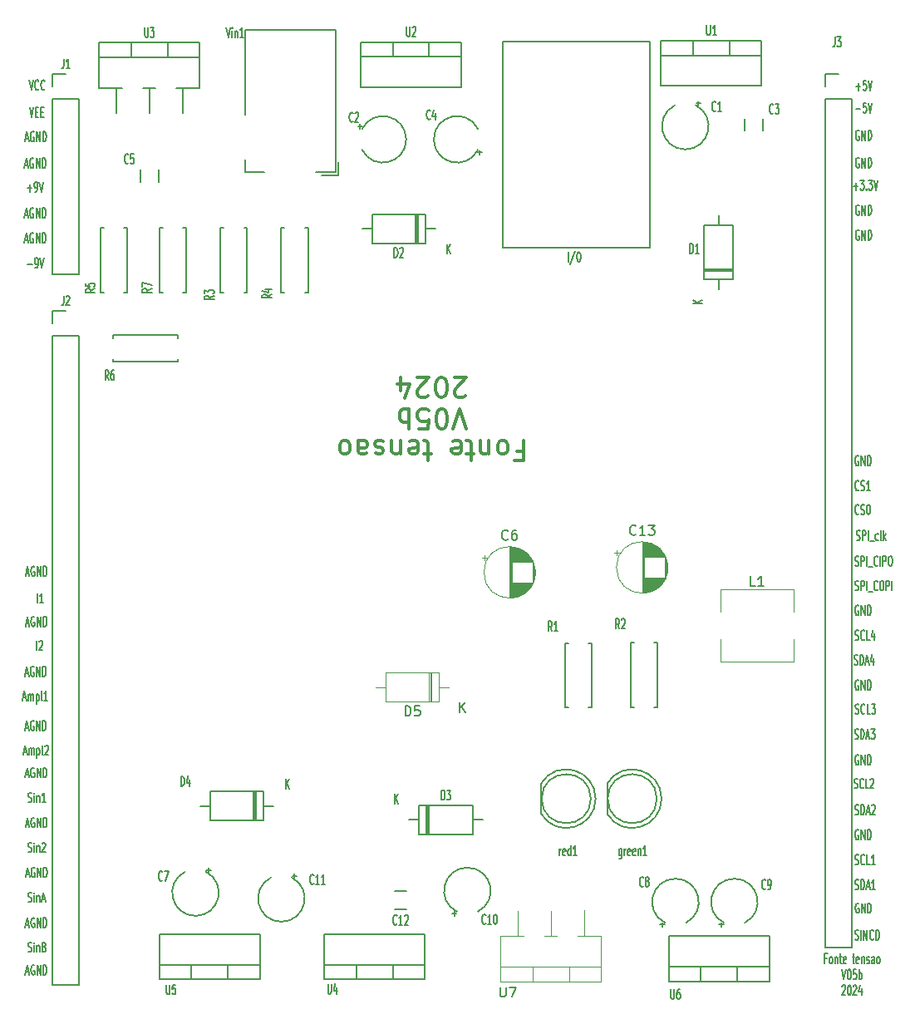
<source format=gto>
G04 #@! TF.GenerationSoftware,KiCad,Pcbnew,7.0.11-7.0.11~ubuntu22.04.1*
G04 #@! TF.CreationDate,2024-06-01T19:22:32-03:00*
G04 #@! TF.ProjectId,Fonte_tensao_LM675_v05b,466f6e74-655f-4746-956e-73616f5f4c4d,v02*
G04 #@! TF.SameCoordinates,Original*
G04 #@! TF.FileFunction,Legend,Top*
G04 #@! TF.FilePolarity,Positive*
%FSLAX46Y46*%
G04 Gerber Fmt 4.6, Leading zero omitted, Abs format (unit mm)*
G04 Created by KiCad (PCBNEW 7.0.11-7.0.11~ubuntu22.04.1) date 2024-06-01 19:22:32*
%MOMM*%
%LPD*%
G01*
G04 APERTURE LIST*
%ADD10C,0.150000*%
%ADD11C,0.300000*%
%ADD12C,0.120000*%
%ADD13O,1.600000X2.000000*%
%ADD14R,1.600000X2.000000*%
%ADD15O,1.800000X1.800000*%
%ADD16R,1.800000X1.800000*%
%ADD17R,1.500000X2.200000*%
%ADD18O,2.000000X1.600000*%
%ADD19R,2.000000X1.600000*%
%ADD20R,7.000000X2.500000*%
%ADD21O,1.800000X2.000000*%
%ADD22O,2.500000X1.800000*%
%ADD23R,2.500000X1.800000*%
%ADD24O,2.000000X4.200000*%
%ADD25O,4.200000X2.000000*%
%ADD26R,4.600000X2.000000*%
G04 APERTURE END LIST*
D10*
X187109669Y-138860166D02*
X187195384Y-138907785D01*
X187195384Y-138907785D02*
X187338241Y-138907785D01*
X187338241Y-138907785D02*
X187395384Y-138860166D01*
X187395384Y-138860166D02*
X187423955Y-138812546D01*
X187423955Y-138812546D02*
X187452526Y-138717308D01*
X187452526Y-138717308D02*
X187452526Y-138622070D01*
X187452526Y-138622070D02*
X187423955Y-138526832D01*
X187423955Y-138526832D02*
X187395384Y-138479213D01*
X187395384Y-138479213D02*
X187338241Y-138431594D01*
X187338241Y-138431594D02*
X187223955Y-138383975D01*
X187223955Y-138383975D02*
X187166812Y-138336356D01*
X187166812Y-138336356D02*
X187138241Y-138288737D01*
X187138241Y-138288737D02*
X187109669Y-138193499D01*
X187109669Y-138193499D02*
X187109669Y-138098261D01*
X187109669Y-138098261D02*
X187138241Y-138003023D01*
X187138241Y-138003023D02*
X187166812Y-137955404D01*
X187166812Y-137955404D02*
X187223955Y-137907785D01*
X187223955Y-137907785D02*
X187366812Y-137907785D01*
X187366812Y-137907785D02*
X187452526Y-137955404D01*
X187709670Y-138907785D02*
X187709670Y-137907785D01*
X187709670Y-137907785D02*
X187852527Y-137907785D01*
X187852527Y-137907785D02*
X187938241Y-137955404D01*
X187938241Y-137955404D02*
X187995384Y-138050642D01*
X187995384Y-138050642D02*
X188023955Y-138145880D01*
X188023955Y-138145880D02*
X188052527Y-138336356D01*
X188052527Y-138336356D02*
X188052527Y-138479213D01*
X188052527Y-138479213D02*
X188023955Y-138669689D01*
X188023955Y-138669689D02*
X187995384Y-138764927D01*
X187995384Y-138764927D02*
X187938241Y-138860166D01*
X187938241Y-138860166D02*
X187852527Y-138907785D01*
X187852527Y-138907785D02*
X187709670Y-138907785D01*
X188281098Y-138622070D02*
X188566813Y-138622070D01*
X188223955Y-138907785D02*
X188423955Y-137907785D01*
X188423955Y-137907785D02*
X188623955Y-138907785D01*
X189138241Y-138907785D02*
X188795384Y-138907785D01*
X188966813Y-138907785D02*
X188966813Y-137907785D01*
X188966813Y-137907785D02*
X188909670Y-138050642D01*
X188909670Y-138050642D02*
X188852527Y-138145880D01*
X188852527Y-138145880D02*
X188795384Y-138193499D01*
X102527387Y-65137262D02*
X102813102Y-65137262D01*
X102470244Y-65422977D02*
X102670244Y-64422977D01*
X102670244Y-64422977D02*
X102870244Y-65422977D01*
X103384530Y-64470596D02*
X103327388Y-64422977D01*
X103327388Y-64422977D02*
X103241673Y-64422977D01*
X103241673Y-64422977D02*
X103155959Y-64470596D01*
X103155959Y-64470596D02*
X103098816Y-64565834D01*
X103098816Y-64565834D02*
X103070245Y-64661072D01*
X103070245Y-64661072D02*
X103041673Y-64851548D01*
X103041673Y-64851548D02*
X103041673Y-64994405D01*
X103041673Y-64994405D02*
X103070245Y-65184881D01*
X103070245Y-65184881D02*
X103098816Y-65280119D01*
X103098816Y-65280119D02*
X103155959Y-65375358D01*
X103155959Y-65375358D02*
X103241673Y-65422977D01*
X103241673Y-65422977D02*
X103298816Y-65422977D01*
X103298816Y-65422977D02*
X103384530Y-65375358D01*
X103384530Y-65375358D02*
X103413102Y-65327738D01*
X103413102Y-65327738D02*
X103413102Y-64994405D01*
X103413102Y-64994405D02*
X103298816Y-64994405D01*
X103670245Y-65422977D02*
X103670245Y-64422977D01*
X103670245Y-64422977D02*
X104013102Y-65422977D01*
X104013102Y-65422977D02*
X104013102Y-64422977D01*
X104298816Y-65422977D02*
X104298816Y-64422977D01*
X104298816Y-64422977D02*
X104441673Y-64422977D01*
X104441673Y-64422977D02*
X104527387Y-64470596D01*
X104527387Y-64470596D02*
X104584530Y-64565834D01*
X104584530Y-64565834D02*
X104613101Y-64661072D01*
X104613101Y-64661072D02*
X104641673Y-64851548D01*
X104641673Y-64851548D02*
X104641673Y-64994405D01*
X104641673Y-64994405D02*
X104613101Y-65184881D01*
X104613101Y-65184881D02*
X104584530Y-65280119D01*
X104584530Y-65280119D02*
X104527387Y-65375358D01*
X104527387Y-65375358D02*
X104441673Y-65422977D01*
X104441673Y-65422977D02*
X104298816Y-65422977D01*
X102865924Y-140149319D02*
X102951639Y-140196938D01*
X102951639Y-140196938D02*
X103094496Y-140196938D01*
X103094496Y-140196938D02*
X103151639Y-140149319D01*
X103151639Y-140149319D02*
X103180210Y-140101699D01*
X103180210Y-140101699D02*
X103208781Y-140006461D01*
X103208781Y-140006461D02*
X103208781Y-139911223D01*
X103208781Y-139911223D02*
X103180210Y-139815985D01*
X103180210Y-139815985D02*
X103151639Y-139768366D01*
X103151639Y-139768366D02*
X103094496Y-139720747D01*
X103094496Y-139720747D02*
X102980210Y-139673128D01*
X102980210Y-139673128D02*
X102923067Y-139625509D01*
X102923067Y-139625509D02*
X102894496Y-139577890D01*
X102894496Y-139577890D02*
X102865924Y-139482652D01*
X102865924Y-139482652D02*
X102865924Y-139387414D01*
X102865924Y-139387414D02*
X102894496Y-139292176D01*
X102894496Y-139292176D02*
X102923067Y-139244557D01*
X102923067Y-139244557D02*
X102980210Y-139196938D01*
X102980210Y-139196938D02*
X103123067Y-139196938D01*
X103123067Y-139196938D02*
X103208781Y-139244557D01*
X103465925Y-140196938D02*
X103465925Y-139530271D01*
X103465925Y-139196938D02*
X103437353Y-139244557D01*
X103437353Y-139244557D02*
X103465925Y-139292176D01*
X103465925Y-139292176D02*
X103494496Y-139244557D01*
X103494496Y-139244557D02*
X103465925Y-139196938D01*
X103465925Y-139196938D02*
X103465925Y-139292176D01*
X103751639Y-139530271D02*
X103751639Y-140196938D01*
X103751639Y-139625509D02*
X103780210Y-139577890D01*
X103780210Y-139577890D02*
X103837353Y-139530271D01*
X103837353Y-139530271D02*
X103923067Y-139530271D01*
X103923067Y-139530271D02*
X103980210Y-139577890D01*
X103980210Y-139577890D02*
X104008782Y-139673128D01*
X104008782Y-139673128D02*
X104008782Y-140196938D01*
X104265924Y-139911223D02*
X104551639Y-139911223D01*
X104208781Y-140196938D02*
X104408781Y-139196938D01*
X104408781Y-139196938D02*
X104608781Y-140196938D01*
X187100000Y-105907200D02*
X187185715Y-105954819D01*
X187185715Y-105954819D02*
X187328572Y-105954819D01*
X187328572Y-105954819D02*
X187385715Y-105907200D01*
X187385715Y-105907200D02*
X187414286Y-105859580D01*
X187414286Y-105859580D02*
X187442857Y-105764342D01*
X187442857Y-105764342D02*
X187442857Y-105669104D01*
X187442857Y-105669104D02*
X187414286Y-105573866D01*
X187414286Y-105573866D02*
X187385715Y-105526247D01*
X187385715Y-105526247D02*
X187328572Y-105478628D01*
X187328572Y-105478628D02*
X187214286Y-105431009D01*
X187214286Y-105431009D02*
X187157143Y-105383390D01*
X187157143Y-105383390D02*
X187128572Y-105335771D01*
X187128572Y-105335771D02*
X187100000Y-105240533D01*
X187100000Y-105240533D02*
X187100000Y-105145295D01*
X187100000Y-105145295D02*
X187128572Y-105050057D01*
X187128572Y-105050057D02*
X187157143Y-105002438D01*
X187157143Y-105002438D02*
X187214286Y-104954819D01*
X187214286Y-104954819D02*
X187357143Y-104954819D01*
X187357143Y-104954819D02*
X187442857Y-105002438D01*
X187700001Y-105954819D02*
X187700001Y-104954819D01*
X187700001Y-104954819D02*
X187928572Y-104954819D01*
X187928572Y-104954819D02*
X187985715Y-105002438D01*
X187985715Y-105002438D02*
X188014286Y-105050057D01*
X188014286Y-105050057D02*
X188042858Y-105145295D01*
X188042858Y-105145295D02*
X188042858Y-105288152D01*
X188042858Y-105288152D02*
X188014286Y-105383390D01*
X188014286Y-105383390D02*
X187985715Y-105431009D01*
X187985715Y-105431009D02*
X187928572Y-105478628D01*
X187928572Y-105478628D02*
X187700001Y-105478628D01*
X188300001Y-105954819D02*
X188300001Y-104954819D01*
X188442858Y-106050057D02*
X188900000Y-106050057D01*
X189385715Y-105859580D02*
X189357143Y-105907200D01*
X189357143Y-105907200D02*
X189271429Y-105954819D01*
X189271429Y-105954819D02*
X189214286Y-105954819D01*
X189214286Y-105954819D02*
X189128572Y-105907200D01*
X189128572Y-105907200D02*
X189071429Y-105811961D01*
X189071429Y-105811961D02*
X189042858Y-105716723D01*
X189042858Y-105716723D02*
X189014286Y-105526247D01*
X189014286Y-105526247D02*
X189014286Y-105383390D01*
X189014286Y-105383390D02*
X189042858Y-105192914D01*
X189042858Y-105192914D02*
X189071429Y-105097676D01*
X189071429Y-105097676D02*
X189128572Y-105002438D01*
X189128572Y-105002438D02*
X189214286Y-104954819D01*
X189214286Y-104954819D02*
X189271429Y-104954819D01*
X189271429Y-104954819D02*
X189357143Y-105002438D01*
X189357143Y-105002438D02*
X189385715Y-105050057D01*
X189642858Y-105954819D02*
X189642858Y-104954819D01*
X189928572Y-105954819D02*
X189928572Y-104954819D01*
X189928572Y-104954819D02*
X190157143Y-104954819D01*
X190157143Y-104954819D02*
X190214286Y-105002438D01*
X190214286Y-105002438D02*
X190242857Y-105050057D01*
X190242857Y-105050057D02*
X190271429Y-105145295D01*
X190271429Y-105145295D02*
X190271429Y-105288152D01*
X190271429Y-105288152D02*
X190242857Y-105383390D01*
X190242857Y-105383390D02*
X190214286Y-105431009D01*
X190214286Y-105431009D02*
X190157143Y-105478628D01*
X190157143Y-105478628D02*
X189928572Y-105478628D01*
X190642857Y-104954819D02*
X190757143Y-104954819D01*
X190757143Y-104954819D02*
X190814286Y-105002438D01*
X190814286Y-105002438D02*
X190871429Y-105097676D01*
X190871429Y-105097676D02*
X190900000Y-105288152D01*
X190900000Y-105288152D02*
X190900000Y-105621485D01*
X190900000Y-105621485D02*
X190871429Y-105811961D01*
X190871429Y-105811961D02*
X190814286Y-105907200D01*
X190814286Y-105907200D02*
X190757143Y-105954819D01*
X190757143Y-105954819D02*
X190642857Y-105954819D01*
X190642857Y-105954819D02*
X190585715Y-105907200D01*
X190585715Y-105907200D02*
X190528572Y-105811961D01*
X190528572Y-105811961D02*
X190500000Y-105621485D01*
X190500000Y-105621485D02*
X190500000Y-105288152D01*
X190500000Y-105288152D02*
X190528572Y-105097676D01*
X190528572Y-105097676D02*
X190585715Y-105002438D01*
X190585715Y-105002438D02*
X190642857Y-104954819D01*
X187452526Y-117635404D02*
X187395384Y-117587785D01*
X187395384Y-117587785D02*
X187309669Y-117587785D01*
X187309669Y-117587785D02*
X187223955Y-117635404D01*
X187223955Y-117635404D02*
X187166812Y-117730642D01*
X187166812Y-117730642D02*
X187138241Y-117825880D01*
X187138241Y-117825880D02*
X187109669Y-118016356D01*
X187109669Y-118016356D02*
X187109669Y-118159213D01*
X187109669Y-118159213D02*
X187138241Y-118349689D01*
X187138241Y-118349689D02*
X187166812Y-118444927D01*
X187166812Y-118444927D02*
X187223955Y-118540166D01*
X187223955Y-118540166D02*
X187309669Y-118587785D01*
X187309669Y-118587785D02*
X187366812Y-118587785D01*
X187366812Y-118587785D02*
X187452526Y-118540166D01*
X187452526Y-118540166D02*
X187481098Y-118492546D01*
X187481098Y-118492546D02*
X187481098Y-118159213D01*
X187481098Y-118159213D02*
X187366812Y-118159213D01*
X187738241Y-118587785D02*
X187738241Y-117587785D01*
X187738241Y-117587785D02*
X188081098Y-118587785D01*
X188081098Y-118587785D02*
X188081098Y-117587785D01*
X188366812Y-118587785D02*
X188366812Y-117587785D01*
X188366812Y-117587785D02*
X188509669Y-117587785D01*
X188509669Y-117587785D02*
X188595383Y-117635404D01*
X188595383Y-117635404D02*
X188652526Y-117730642D01*
X188652526Y-117730642D02*
X188681097Y-117825880D01*
X188681097Y-117825880D02*
X188709669Y-118016356D01*
X188709669Y-118016356D02*
X188709669Y-118159213D01*
X188709669Y-118159213D02*
X188681097Y-118349689D01*
X188681097Y-118349689D02*
X188652526Y-118444927D01*
X188652526Y-118444927D02*
X188595383Y-118540166D01*
X188595383Y-118540166D02*
X188509669Y-118587785D01*
X188509669Y-118587785D02*
X188366812Y-118587785D01*
X187481098Y-98172546D02*
X187452526Y-98220166D01*
X187452526Y-98220166D02*
X187366812Y-98267785D01*
X187366812Y-98267785D02*
X187309669Y-98267785D01*
X187309669Y-98267785D02*
X187223955Y-98220166D01*
X187223955Y-98220166D02*
X187166812Y-98124927D01*
X187166812Y-98124927D02*
X187138241Y-98029689D01*
X187138241Y-98029689D02*
X187109669Y-97839213D01*
X187109669Y-97839213D02*
X187109669Y-97696356D01*
X187109669Y-97696356D02*
X187138241Y-97505880D01*
X187138241Y-97505880D02*
X187166812Y-97410642D01*
X187166812Y-97410642D02*
X187223955Y-97315404D01*
X187223955Y-97315404D02*
X187309669Y-97267785D01*
X187309669Y-97267785D02*
X187366812Y-97267785D01*
X187366812Y-97267785D02*
X187452526Y-97315404D01*
X187452526Y-97315404D02*
X187481098Y-97363023D01*
X187709669Y-98220166D02*
X187795384Y-98267785D01*
X187795384Y-98267785D02*
X187938241Y-98267785D01*
X187938241Y-98267785D02*
X187995384Y-98220166D01*
X187995384Y-98220166D02*
X188023955Y-98172546D01*
X188023955Y-98172546D02*
X188052526Y-98077308D01*
X188052526Y-98077308D02*
X188052526Y-97982070D01*
X188052526Y-97982070D02*
X188023955Y-97886832D01*
X188023955Y-97886832D02*
X187995384Y-97839213D01*
X187995384Y-97839213D02*
X187938241Y-97791594D01*
X187938241Y-97791594D02*
X187823955Y-97743975D01*
X187823955Y-97743975D02*
X187766812Y-97696356D01*
X187766812Y-97696356D02*
X187738241Y-97648737D01*
X187738241Y-97648737D02*
X187709669Y-97553499D01*
X187709669Y-97553499D02*
X187709669Y-97458261D01*
X187709669Y-97458261D02*
X187738241Y-97363023D01*
X187738241Y-97363023D02*
X187766812Y-97315404D01*
X187766812Y-97315404D02*
X187823955Y-97267785D01*
X187823955Y-97267785D02*
X187966812Y-97267785D01*
X187966812Y-97267785D02*
X188052526Y-97315404D01*
X188623955Y-98267785D02*
X188281098Y-98267785D01*
X188452527Y-98267785D02*
X188452527Y-97267785D01*
X188452527Y-97267785D02*
X188395384Y-97410642D01*
X188395384Y-97410642D02*
X188338241Y-97505880D01*
X188338241Y-97505880D02*
X188281098Y-97553499D01*
X187511644Y-71783696D02*
X187454502Y-71736077D01*
X187454502Y-71736077D02*
X187368787Y-71736077D01*
X187368787Y-71736077D02*
X187283073Y-71783696D01*
X187283073Y-71783696D02*
X187225930Y-71878934D01*
X187225930Y-71878934D02*
X187197359Y-71974172D01*
X187197359Y-71974172D02*
X187168787Y-72164648D01*
X187168787Y-72164648D02*
X187168787Y-72307505D01*
X187168787Y-72307505D02*
X187197359Y-72497981D01*
X187197359Y-72497981D02*
X187225930Y-72593219D01*
X187225930Y-72593219D02*
X187283073Y-72688458D01*
X187283073Y-72688458D02*
X187368787Y-72736077D01*
X187368787Y-72736077D02*
X187425930Y-72736077D01*
X187425930Y-72736077D02*
X187511644Y-72688458D01*
X187511644Y-72688458D02*
X187540216Y-72640838D01*
X187540216Y-72640838D02*
X187540216Y-72307505D01*
X187540216Y-72307505D02*
X187425930Y-72307505D01*
X187797359Y-72736077D02*
X187797359Y-71736077D01*
X187797359Y-71736077D02*
X188140216Y-72736077D01*
X188140216Y-72736077D02*
X188140216Y-71736077D01*
X188425930Y-72736077D02*
X188425930Y-71736077D01*
X188425930Y-71736077D02*
X188568787Y-71736077D01*
X188568787Y-71736077D02*
X188654501Y-71783696D01*
X188654501Y-71783696D02*
X188711644Y-71878934D01*
X188711644Y-71878934D02*
X188740215Y-71974172D01*
X188740215Y-71974172D02*
X188768787Y-72164648D01*
X188768787Y-72164648D02*
X188768787Y-72307505D01*
X188768787Y-72307505D02*
X188740215Y-72497981D01*
X188740215Y-72497981D02*
X188711644Y-72593219D01*
X188711644Y-72593219D02*
X188654501Y-72688458D01*
X188654501Y-72688458D02*
X188568787Y-72736077D01*
X188568787Y-72736077D02*
X188425930Y-72736077D01*
X102809959Y-75202024D02*
X103267102Y-75202024D01*
X103581387Y-75582977D02*
X103695673Y-75582977D01*
X103695673Y-75582977D02*
X103752816Y-75535358D01*
X103752816Y-75535358D02*
X103781387Y-75487738D01*
X103781387Y-75487738D02*
X103838530Y-75344881D01*
X103838530Y-75344881D02*
X103867101Y-75154405D01*
X103867101Y-75154405D02*
X103867101Y-74773453D01*
X103867101Y-74773453D02*
X103838530Y-74678215D01*
X103838530Y-74678215D02*
X103809959Y-74630596D01*
X103809959Y-74630596D02*
X103752816Y-74582977D01*
X103752816Y-74582977D02*
X103638530Y-74582977D01*
X103638530Y-74582977D02*
X103581387Y-74630596D01*
X103581387Y-74630596D02*
X103552816Y-74678215D01*
X103552816Y-74678215D02*
X103524244Y-74773453D01*
X103524244Y-74773453D02*
X103524244Y-75011548D01*
X103524244Y-75011548D02*
X103552816Y-75106786D01*
X103552816Y-75106786D02*
X103581387Y-75154405D01*
X103581387Y-75154405D02*
X103638530Y-75202024D01*
X103638530Y-75202024D02*
X103752816Y-75202024D01*
X103752816Y-75202024D02*
X103809959Y-75154405D01*
X103809959Y-75154405D02*
X103838530Y-75106786D01*
X103838530Y-75106786D02*
X103867101Y-75011548D01*
X104038530Y-74582977D02*
X104238530Y-75582977D01*
X104238530Y-75582977D02*
X104438530Y-74582977D01*
X102654384Y-137377776D02*
X102940099Y-137377776D01*
X102597241Y-137663491D02*
X102797241Y-136663491D01*
X102797241Y-136663491D02*
X102997241Y-137663491D01*
X103511527Y-136711110D02*
X103454385Y-136663491D01*
X103454385Y-136663491D02*
X103368670Y-136663491D01*
X103368670Y-136663491D02*
X103282956Y-136711110D01*
X103282956Y-136711110D02*
X103225813Y-136806348D01*
X103225813Y-136806348D02*
X103197242Y-136901586D01*
X103197242Y-136901586D02*
X103168670Y-137092062D01*
X103168670Y-137092062D02*
X103168670Y-137234919D01*
X103168670Y-137234919D02*
X103197242Y-137425395D01*
X103197242Y-137425395D02*
X103225813Y-137520633D01*
X103225813Y-137520633D02*
X103282956Y-137615872D01*
X103282956Y-137615872D02*
X103368670Y-137663491D01*
X103368670Y-137663491D02*
X103425813Y-137663491D01*
X103425813Y-137663491D02*
X103511527Y-137615872D01*
X103511527Y-137615872D02*
X103540099Y-137568252D01*
X103540099Y-137568252D02*
X103540099Y-137234919D01*
X103540099Y-137234919D02*
X103425813Y-137234919D01*
X103797242Y-137663491D02*
X103797242Y-136663491D01*
X103797242Y-136663491D02*
X104140099Y-137663491D01*
X104140099Y-137663491D02*
X104140099Y-136663491D01*
X104425813Y-137663491D02*
X104425813Y-136663491D01*
X104425813Y-136663491D02*
X104568670Y-136663491D01*
X104568670Y-136663491D02*
X104654384Y-136711110D01*
X104654384Y-136711110D02*
X104711527Y-136806348D01*
X104711527Y-136806348D02*
X104740098Y-136901586D01*
X104740098Y-136901586D02*
X104768670Y-137092062D01*
X104768670Y-137092062D02*
X104768670Y-137234919D01*
X104768670Y-137234919D02*
X104740098Y-137425395D01*
X104740098Y-137425395D02*
X104711527Y-137520633D01*
X104711527Y-137520633D02*
X104654384Y-137615872D01*
X104654384Y-137615872D02*
X104568670Y-137663491D01*
X104568670Y-137663491D02*
X104425813Y-137663491D01*
X102628017Y-111822866D02*
X102913732Y-111822866D01*
X102570874Y-112108581D02*
X102770874Y-111108581D01*
X102770874Y-111108581D02*
X102970874Y-112108581D01*
X103485160Y-111156200D02*
X103428018Y-111108581D01*
X103428018Y-111108581D02*
X103342303Y-111108581D01*
X103342303Y-111108581D02*
X103256589Y-111156200D01*
X103256589Y-111156200D02*
X103199446Y-111251438D01*
X103199446Y-111251438D02*
X103170875Y-111346676D01*
X103170875Y-111346676D02*
X103142303Y-111537152D01*
X103142303Y-111537152D02*
X103142303Y-111680009D01*
X103142303Y-111680009D02*
X103170875Y-111870485D01*
X103170875Y-111870485D02*
X103199446Y-111965723D01*
X103199446Y-111965723D02*
X103256589Y-112060962D01*
X103256589Y-112060962D02*
X103342303Y-112108581D01*
X103342303Y-112108581D02*
X103399446Y-112108581D01*
X103399446Y-112108581D02*
X103485160Y-112060962D01*
X103485160Y-112060962D02*
X103513732Y-112013342D01*
X103513732Y-112013342D02*
X103513732Y-111680009D01*
X103513732Y-111680009D02*
X103399446Y-111680009D01*
X103770875Y-112108581D02*
X103770875Y-111108581D01*
X103770875Y-111108581D02*
X104113732Y-112108581D01*
X104113732Y-112108581D02*
X104113732Y-111108581D01*
X104399446Y-112108581D02*
X104399446Y-111108581D01*
X104399446Y-111108581D02*
X104542303Y-111108581D01*
X104542303Y-111108581D02*
X104628017Y-111156200D01*
X104628017Y-111156200D02*
X104685160Y-111251438D01*
X104685160Y-111251438D02*
X104713731Y-111346676D01*
X104713731Y-111346676D02*
X104742303Y-111537152D01*
X104742303Y-111537152D02*
X104742303Y-111680009D01*
X104742303Y-111680009D02*
X104713731Y-111870485D01*
X104713731Y-111870485D02*
X104685160Y-111965723D01*
X104685160Y-111965723D02*
X104628017Y-112060962D01*
X104628017Y-112060962D02*
X104542303Y-112108581D01*
X104542303Y-112108581D02*
X104399446Y-112108581D01*
X187452526Y-125255404D02*
X187395384Y-125207785D01*
X187395384Y-125207785D02*
X187309669Y-125207785D01*
X187309669Y-125207785D02*
X187223955Y-125255404D01*
X187223955Y-125255404D02*
X187166812Y-125350642D01*
X187166812Y-125350642D02*
X187138241Y-125445880D01*
X187138241Y-125445880D02*
X187109669Y-125636356D01*
X187109669Y-125636356D02*
X187109669Y-125779213D01*
X187109669Y-125779213D02*
X187138241Y-125969689D01*
X187138241Y-125969689D02*
X187166812Y-126064927D01*
X187166812Y-126064927D02*
X187223955Y-126160166D01*
X187223955Y-126160166D02*
X187309669Y-126207785D01*
X187309669Y-126207785D02*
X187366812Y-126207785D01*
X187366812Y-126207785D02*
X187452526Y-126160166D01*
X187452526Y-126160166D02*
X187481098Y-126112546D01*
X187481098Y-126112546D02*
X187481098Y-125779213D01*
X187481098Y-125779213D02*
X187366812Y-125779213D01*
X187738241Y-126207785D02*
X187738241Y-125207785D01*
X187738241Y-125207785D02*
X188081098Y-126207785D01*
X188081098Y-126207785D02*
X188081098Y-125207785D01*
X188366812Y-126207785D02*
X188366812Y-125207785D01*
X188366812Y-125207785D02*
X188509669Y-125207785D01*
X188509669Y-125207785D02*
X188595383Y-125255404D01*
X188595383Y-125255404D02*
X188652526Y-125350642D01*
X188652526Y-125350642D02*
X188681097Y-125445880D01*
X188681097Y-125445880D02*
X188709669Y-125636356D01*
X188709669Y-125636356D02*
X188709669Y-125779213D01*
X188709669Y-125779213D02*
X188681097Y-125969689D01*
X188681097Y-125969689D02*
X188652526Y-126064927D01*
X188652526Y-126064927D02*
X188595383Y-126160166D01*
X188595383Y-126160166D02*
X188509669Y-126207785D01*
X188509669Y-126207785D02*
X188366812Y-126207785D01*
X186943359Y-67275124D02*
X187400502Y-67275124D01*
X187171930Y-67656077D02*
X187171930Y-66894172D01*
X187629073Y-66656077D02*
X188000501Y-66656077D01*
X188000501Y-66656077D02*
X187800501Y-67037029D01*
X187800501Y-67037029D02*
X187886216Y-67037029D01*
X187886216Y-67037029D02*
X187943359Y-67084648D01*
X187943359Y-67084648D02*
X187971930Y-67132267D01*
X187971930Y-67132267D02*
X188000501Y-67227505D01*
X188000501Y-67227505D02*
X188000501Y-67465600D01*
X188000501Y-67465600D02*
X187971930Y-67560838D01*
X187971930Y-67560838D02*
X187943359Y-67608458D01*
X187943359Y-67608458D02*
X187886216Y-67656077D01*
X187886216Y-67656077D02*
X187714787Y-67656077D01*
X187714787Y-67656077D02*
X187657644Y-67608458D01*
X187657644Y-67608458D02*
X187629073Y-67560838D01*
X188257645Y-67560838D02*
X188286216Y-67608458D01*
X188286216Y-67608458D02*
X188257645Y-67656077D01*
X188257645Y-67656077D02*
X188229073Y-67608458D01*
X188229073Y-67608458D02*
X188257645Y-67560838D01*
X188257645Y-67560838D02*
X188257645Y-67656077D01*
X188486216Y-66656077D02*
X188857644Y-66656077D01*
X188857644Y-66656077D02*
X188657644Y-67037029D01*
X188657644Y-67037029D02*
X188743359Y-67037029D01*
X188743359Y-67037029D02*
X188800502Y-67084648D01*
X188800502Y-67084648D02*
X188829073Y-67132267D01*
X188829073Y-67132267D02*
X188857644Y-67227505D01*
X188857644Y-67227505D02*
X188857644Y-67465600D01*
X188857644Y-67465600D02*
X188829073Y-67560838D01*
X188829073Y-67560838D02*
X188800502Y-67608458D01*
X188800502Y-67608458D02*
X188743359Y-67656077D01*
X188743359Y-67656077D02*
X188571930Y-67656077D01*
X188571930Y-67656077D02*
X188514787Y-67608458D01*
X188514787Y-67608458D02*
X188486216Y-67560838D01*
X189029073Y-66656077D02*
X189229073Y-67656077D01*
X189229073Y-67656077D02*
X189429073Y-66656077D01*
X187511644Y-64417696D02*
X187454502Y-64370077D01*
X187454502Y-64370077D02*
X187368787Y-64370077D01*
X187368787Y-64370077D02*
X187283073Y-64417696D01*
X187283073Y-64417696D02*
X187225930Y-64512934D01*
X187225930Y-64512934D02*
X187197359Y-64608172D01*
X187197359Y-64608172D02*
X187168787Y-64798648D01*
X187168787Y-64798648D02*
X187168787Y-64941505D01*
X187168787Y-64941505D02*
X187197359Y-65131981D01*
X187197359Y-65131981D02*
X187225930Y-65227219D01*
X187225930Y-65227219D02*
X187283073Y-65322458D01*
X187283073Y-65322458D02*
X187368787Y-65370077D01*
X187368787Y-65370077D02*
X187425930Y-65370077D01*
X187425930Y-65370077D02*
X187511644Y-65322458D01*
X187511644Y-65322458D02*
X187540216Y-65274838D01*
X187540216Y-65274838D02*
X187540216Y-64941505D01*
X187540216Y-64941505D02*
X187425930Y-64941505D01*
X187797359Y-65370077D02*
X187797359Y-64370077D01*
X187797359Y-64370077D02*
X188140216Y-65370077D01*
X188140216Y-65370077D02*
X188140216Y-64370077D01*
X188425930Y-65370077D02*
X188425930Y-64370077D01*
X188425930Y-64370077D02*
X188568787Y-64370077D01*
X188568787Y-64370077D02*
X188654501Y-64417696D01*
X188654501Y-64417696D02*
X188711644Y-64512934D01*
X188711644Y-64512934D02*
X188740215Y-64608172D01*
X188740215Y-64608172D02*
X188768787Y-64798648D01*
X188768787Y-64798648D02*
X188768787Y-64941505D01*
X188768787Y-64941505D02*
X188740215Y-65131981D01*
X188740215Y-65131981D02*
X188711644Y-65227219D01*
X188711644Y-65227219D02*
X188654501Y-65322458D01*
X188654501Y-65322458D02*
X188568787Y-65370077D01*
X188568787Y-65370077D02*
X188425930Y-65370077D01*
X102527387Y-72757262D02*
X102813102Y-72757262D01*
X102470244Y-73042977D02*
X102670244Y-72042977D01*
X102670244Y-72042977D02*
X102870244Y-73042977D01*
X103384530Y-72090596D02*
X103327388Y-72042977D01*
X103327388Y-72042977D02*
X103241673Y-72042977D01*
X103241673Y-72042977D02*
X103155959Y-72090596D01*
X103155959Y-72090596D02*
X103098816Y-72185834D01*
X103098816Y-72185834D02*
X103070245Y-72281072D01*
X103070245Y-72281072D02*
X103041673Y-72471548D01*
X103041673Y-72471548D02*
X103041673Y-72614405D01*
X103041673Y-72614405D02*
X103070245Y-72804881D01*
X103070245Y-72804881D02*
X103098816Y-72900119D01*
X103098816Y-72900119D02*
X103155959Y-72995358D01*
X103155959Y-72995358D02*
X103241673Y-73042977D01*
X103241673Y-73042977D02*
X103298816Y-73042977D01*
X103298816Y-73042977D02*
X103384530Y-72995358D01*
X103384530Y-72995358D02*
X103413102Y-72947738D01*
X103413102Y-72947738D02*
X103413102Y-72614405D01*
X103413102Y-72614405D02*
X103298816Y-72614405D01*
X103670245Y-73042977D02*
X103670245Y-72042977D01*
X103670245Y-72042977D02*
X104013102Y-73042977D01*
X104013102Y-73042977D02*
X104013102Y-72042977D01*
X104298816Y-73042977D02*
X104298816Y-72042977D01*
X104298816Y-72042977D02*
X104441673Y-72042977D01*
X104441673Y-72042977D02*
X104527387Y-72090596D01*
X104527387Y-72090596D02*
X104584530Y-72185834D01*
X104584530Y-72185834D02*
X104613101Y-72281072D01*
X104613101Y-72281072D02*
X104641673Y-72471548D01*
X104641673Y-72471548D02*
X104641673Y-72614405D01*
X104641673Y-72614405D02*
X104613101Y-72804881D01*
X104613101Y-72804881D02*
X104584530Y-72900119D01*
X104584530Y-72900119D02*
X104527387Y-72995358D01*
X104527387Y-72995358D02*
X104441673Y-73042977D01*
X104441673Y-73042977D02*
X104298816Y-73042977D01*
X187452526Y-110015404D02*
X187395384Y-109967785D01*
X187395384Y-109967785D02*
X187309669Y-109967785D01*
X187309669Y-109967785D02*
X187223955Y-110015404D01*
X187223955Y-110015404D02*
X187166812Y-110110642D01*
X187166812Y-110110642D02*
X187138241Y-110205880D01*
X187138241Y-110205880D02*
X187109669Y-110396356D01*
X187109669Y-110396356D02*
X187109669Y-110539213D01*
X187109669Y-110539213D02*
X187138241Y-110729689D01*
X187138241Y-110729689D02*
X187166812Y-110824927D01*
X187166812Y-110824927D02*
X187223955Y-110920166D01*
X187223955Y-110920166D02*
X187309669Y-110967785D01*
X187309669Y-110967785D02*
X187366812Y-110967785D01*
X187366812Y-110967785D02*
X187452526Y-110920166D01*
X187452526Y-110920166D02*
X187481098Y-110872546D01*
X187481098Y-110872546D02*
X187481098Y-110539213D01*
X187481098Y-110539213D02*
X187366812Y-110539213D01*
X187738241Y-110967785D02*
X187738241Y-109967785D01*
X187738241Y-109967785D02*
X188081098Y-110967785D01*
X188081098Y-110967785D02*
X188081098Y-109967785D01*
X188366812Y-110967785D02*
X188366812Y-109967785D01*
X188366812Y-109967785D02*
X188509669Y-109967785D01*
X188509669Y-109967785D02*
X188595383Y-110015404D01*
X188595383Y-110015404D02*
X188652526Y-110110642D01*
X188652526Y-110110642D02*
X188681097Y-110205880D01*
X188681097Y-110205880D02*
X188709669Y-110396356D01*
X188709669Y-110396356D02*
X188709669Y-110539213D01*
X188709669Y-110539213D02*
X188681097Y-110729689D01*
X188681097Y-110729689D02*
X188652526Y-110824927D01*
X188652526Y-110824927D02*
X188595383Y-110920166D01*
X188595383Y-110920166D02*
X188509669Y-110967785D01*
X188509669Y-110967785D02*
X188366812Y-110967785D01*
X102621311Y-147309712D02*
X102907026Y-147309712D01*
X102564168Y-147595427D02*
X102764168Y-146595427D01*
X102764168Y-146595427D02*
X102964168Y-147595427D01*
X103478454Y-146643046D02*
X103421312Y-146595427D01*
X103421312Y-146595427D02*
X103335597Y-146595427D01*
X103335597Y-146595427D02*
X103249883Y-146643046D01*
X103249883Y-146643046D02*
X103192740Y-146738284D01*
X103192740Y-146738284D02*
X103164169Y-146833522D01*
X103164169Y-146833522D02*
X103135597Y-147023998D01*
X103135597Y-147023998D02*
X103135597Y-147166855D01*
X103135597Y-147166855D02*
X103164169Y-147357331D01*
X103164169Y-147357331D02*
X103192740Y-147452569D01*
X103192740Y-147452569D02*
X103249883Y-147547808D01*
X103249883Y-147547808D02*
X103335597Y-147595427D01*
X103335597Y-147595427D02*
X103392740Y-147595427D01*
X103392740Y-147595427D02*
X103478454Y-147547808D01*
X103478454Y-147547808D02*
X103507026Y-147500188D01*
X103507026Y-147500188D02*
X103507026Y-147166855D01*
X103507026Y-147166855D02*
X103392740Y-147166855D01*
X103764169Y-147595427D02*
X103764169Y-146595427D01*
X103764169Y-146595427D02*
X104107026Y-147595427D01*
X104107026Y-147595427D02*
X104107026Y-146595427D01*
X104392740Y-147595427D02*
X104392740Y-146595427D01*
X104392740Y-146595427D02*
X104535597Y-146595427D01*
X104535597Y-146595427D02*
X104621311Y-146643046D01*
X104621311Y-146643046D02*
X104678454Y-146738284D01*
X104678454Y-146738284D02*
X104707025Y-146833522D01*
X104707025Y-146833522D02*
X104735597Y-147023998D01*
X104735597Y-147023998D02*
X104735597Y-147166855D01*
X104735597Y-147166855D02*
X104707025Y-147357331D01*
X104707025Y-147357331D02*
X104678454Y-147452569D01*
X104678454Y-147452569D02*
X104621311Y-147547808D01*
X104621311Y-147547808D02*
X104535597Y-147595427D01*
X104535597Y-147595427D02*
X104392740Y-147595427D01*
X102865924Y-129989319D02*
X102951639Y-130036938D01*
X102951639Y-130036938D02*
X103094496Y-130036938D01*
X103094496Y-130036938D02*
X103151639Y-129989319D01*
X103151639Y-129989319D02*
X103180210Y-129941699D01*
X103180210Y-129941699D02*
X103208781Y-129846461D01*
X103208781Y-129846461D02*
X103208781Y-129751223D01*
X103208781Y-129751223D02*
X103180210Y-129655985D01*
X103180210Y-129655985D02*
X103151639Y-129608366D01*
X103151639Y-129608366D02*
X103094496Y-129560747D01*
X103094496Y-129560747D02*
X102980210Y-129513128D01*
X102980210Y-129513128D02*
X102923067Y-129465509D01*
X102923067Y-129465509D02*
X102894496Y-129417890D01*
X102894496Y-129417890D02*
X102865924Y-129322652D01*
X102865924Y-129322652D02*
X102865924Y-129227414D01*
X102865924Y-129227414D02*
X102894496Y-129132176D01*
X102894496Y-129132176D02*
X102923067Y-129084557D01*
X102923067Y-129084557D02*
X102980210Y-129036938D01*
X102980210Y-129036938D02*
X103123067Y-129036938D01*
X103123067Y-129036938D02*
X103208781Y-129084557D01*
X103465925Y-130036938D02*
X103465925Y-129370271D01*
X103465925Y-129036938D02*
X103437353Y-129084557D01*
X103437353Y-129084557D02*
X103465925Y-129132176D01*
X103465925Y-129132176D02*
X103494496Y-129084557D01*
X103494496Y-129084557D02*
X103465925Y-129036938D01*
X103465925Y-129036938D02*
X103465925Y-129132176D01*
X103751639Y-129370271D02*
X103751639Y-130036938D01*
X103751639Y-129465509D02*
X103780210Y-129417890D01*
X103780210Y-129417890D02*
X103837353Y-129370271D01*
X103837353Y-129370271D02*
X103923067Y-129370271D01*
X103923067Y-129370271D02*
X103980210Y-129417890D01*
X103980210Y-129417890D02*
X104008782Y-129513128D01*
X104008782Y-129513128D02*
X104008782Y-130036938D01*
X104608781Y-130036938D02*
X104265924Y-130036938D01*
X104437353Y-130036938D02*
X104437353Y-129036938D01*
X104437353Y-129036938D02*
X104380210Y-129179795D01*
X104380210Y-129179795D02*
X104323067Y-129275033D01*
X104323067Y-129275033D02*
X104265924Y-129322652D01*
X102627895Y-132291222D02*
X102913610Y-132291222D01*
X102570752Y-132576937D02*
X102770752Y-131576937D01*
X102770752Y-131576937D02*
X102970752Y-132576937D01*
X103485038Y-131624556D02*
X103427896Y-131576937D01*
X103427896Y-131576937D02*
X103342181Y-131576937D01*
X103342181Y-131576937D02*
X103256467Y-131624556D01*
X103256467Y-131624556D02*
X103199324Y-131719794D01*
X103199324Y-131719794D02*
X103170753Y-131815032D01*
X103170753Y-131815032D02*
X103142181Y-132005508D01*
X103142181Y-132005508D02*
X103142181Y-132148365D01*
X103142181Y-132148365D02*
X103170753Y-132338841D01*
X103170753Y-132338841D02*
X103199324Y-132434079D01*
X103199324Y-132434079D02*
X103256467Y-132529318D01*
X103256467Y-132529318D02*
X103342181Y-132576937D01*
X103342181Y-132576937D02*
X103399324Y-132576937D01*
X103399324Y-132576937D02*
X103485038Y-132529318D01*
X103485038Y-132529318D02*
X103513610Y-132481698D01*
X103513610Y-132481698D02*
X103513610Y-132148365D01*
X103513610Y-132148365D02*
X103399324Y-132148365D01*
X103770753Y-132576937D02*
X103770753Y-131576937D01*
X103770753Y-131576937D02*
X104113610Y-132576937D01*
X104113610Y-132576937D02*
X104113610Y-131576937D01*
X104399324Y-132576937D02*
X104399324Y-131576937D01*
X104399324Y-131576937D02*
X104542181Y-131576937D01*
X104542181Y-131576937D02*
X104627895Y-131624556D01*
X104627895Y-131624556D02*
X104685038Y-131719794D01*
X104685038Y-131719794D02*
X104713609Y-131815032D01*
X104713609Y-131815032D02*
X104742181Y-132005508D01*
X104742181Y-132005508D02*
X104742181Y-132148365D01*
X104742181Y-132148365D02*
X104713609Y-132338841D01*
X104713609Y-132338841D02*
X104685038Y-132434079D01*
X104685038Y-132434079D02*
X104627895Y-132529318D01*
X104627895Y-132529318D02*
X104542181Y-132576937D01*
X104542181Y-132576937D02*
X104399324Y-132576937D01*
X187197359Y-57115124D02*
X187654502Y-57115124D01*
X187425930Y-57496077D02*
X187425930Y-56734172D01*
X188225930Y-56496077D02*
X187940216Y-56496077D01*
X187940216Y-56496077D02*
X187911644Y-56972267D01*
X187911644Y-56972267D02*
X187940216Y-56924648D01*
X187940216Y-56924648D02*
X187997359Y-56877029D01*
X187997359Y-56877029D02*
X188140216Y-56877029D01*
X188140216Y-56877029D02*
X188197359Y-56924648D01*
X188197359Y-56924648D02*
X188225930Y-56972267D01*
X188225930Y-56972267D02*
X188254501Y-57067505D01*
X188254501Y-57067505D02*
X188254501Y-57305600D01*
X188254501Y-57305600D02*
X188225930Y-57400838D01*
X188225930Y-57400838D02*
X188197359Y-57448458D01*
X188197359Y-57448458D02*
X188140216Y-57496077D01*
X188140216Y-57496077D02*
X187997359Y-57496077D01*
X187997359Y-57496077D02*
X187940216Y-57448458D01*
X187940216Y-57448458D02*
X187911644Y-57400838D01*
X188425930Y-56496077D02*
X188625930Y-57496077D01*
X188625930Y-57496077D02*
X188825930Y-56496077D01*
X187009669Y-128560166D02*
X187095384Y-128607785D01*
X187095384Y-128607785D02*
X187238241Y-128607785D01*
X187238241Y-128607785D02*
X187295384Y-128560166D01*
X187295384Y-128560166D02*
X187323955Y-128512546D01*
X187323955Y-128512546D02*
X187352526Y-128417308D01*
X187352526Y-128417308D02*
X187352526Y-128322070D01*
X187352526Y-128322070D02*
X187323955Y-128226832D01*
X187323955Y-128226832D02*
X187295384Y-128179213D01*
X187295384Y-128179213D02*
X187238241Y-128131594D01*
X187238241Y-128131594D02*
X187123955Y-128083975D01*
X187123955Y-128083975D02*
X187066812Y-128036356D01*
X187066812Y-128036356D02*
X187038241Y-127988737D01*
X187038241Y-127988737D02*
X187009669Y-127893499D01*
X187009669Y-127893499D02*
X187009669Y-127798261D01*
X187009669Y-127798261D02*
X187038241Y-127703023D01*
X187038241Y-127703023D02*
X187066812Y-127655404D01*
X187066812Y-127655404D02*
X187123955Y-127607785D01*
X187123955Y-127607785D02*
X187266812Y-127607785D01*
X187266812Y-127607785D02*
X187352526Y-127655404D01*
X187952527Y-128512546D02*
X187923955Y-128560166D01*
X187923955Y-128560166D02*
X187838241Y-128607785D01*
X187838241Y-128607785D02*
X187781098Y-128607785D01*
X187781098Y-128607785D02*
X187695384Y-128560166D01*
X187695384Y-128560166D02*
X187638241Y-128464927D01*
X187638241Y-128464927D02*
X187609670Y-128369689D01*
X187609670Y-128369689D02*
X187581098Y-128179213D01*
X187581098Y-128179213D02*
X187581098Y-128036356D01*
X187581098Y-128036356D02*
X187609670Y-127845880D01*
X187609670Y-127845880D02*
X187638241Y-127750642D01*
X187638241Y-127750642D02*
X187695384Y-127655404D01*
X187695384Y-127655404D02*
X187781098Y-127607785D01*
X187781098Y-127607785D02*
X187838241Y-127607785D01*
X187838241Y-127607785D02*
X187923955Y-127655404D01*
X187923955Y-127655404D02*
X187952527Y-127703023D01*
X188495384Y-128607785D02*
X188209670Y-128607785D01*
X188209670Y-128607785D02*
X188209670Y-127607785D01*
X188666812Y-127703023D02*
X188695384Y-127655404D01*
X188695384Y-127655404D02*
X188752527Y-127607785D01*
X188752527Y-127607785D02*
X188895384Y-127607785D01*
X188895384Y-127607785D02*
X188952527Y-127655404D01*
X188952527Y-127655404D02*
X188981098Y-127703023D01*
X188981098Y-127703023D02*
X189009669Y-127798261D01*
X189009669Y-127798261D02*
X189009669Y-127893499D01*
X189009669Y-127893499D02*
X188981098Y-128036356D01*
X188981098Y-128036356D02*
X188638241Y-128607785D01*
X188638241Y-128607785D02*
X189009669Y-128607785D01*
X187197359Y-59401124D02*
X187654502Y-59401124D01*
X188225930Y-58782077D02*
X187940216Y-58782077D01*
X187940216Y-58782077D02*
X187911644Y-59258267D01*
X187911644Y-59258267D02*
X187940216Y-59210648D01*
X187940216Y-59210648D02*
X187997359Y-59163029D01*
X187997359Y-59163029D02*
X188140216Y-59163029D01*
X188140216Y-59163029D02*
X188197359Y-59210648D01*
X188197359Y-59210648D02*
X188225930Y-59258267D01*
X188225930Y-59258267D02*
X188254501Y-59353505D01*
X188254501Y-59353505D02*
X188254501Y-59591600D01*
X188254501Y-59591600D02*
X188225930Y-59686838D01*
X188225930Y-59686838D02*
X188197359Y-59734458D01*
X188197359Y-59734458D02*
X188140216Y-59782077D01*
X188140216Y-59782077D02*
X187997359Y-59782077D01*
X187997359Y-59782077D02*
X187940216Y-59734458D01*
X187940216Y-59734458D02*
X187911644Y-59686838D01*
X188425930Y-58782077D02*
X188625930Y-59782077D01*
X188625930Y-59782077D02*
X188825930Y-58782077D01*
X102586887Y-62435605D02*
X102872602Y-62435605D01*
X102529744Y-62721320D02*
X102729744Y-61721320D01*
X102729744Y-61721320D02*
X102929744Y-62721320D01*
X103444030Y-61768939D02*
X103386888Y-61721320D01*
X103386888Y-61721320D02*
X103301173Y-61721320D01*
X103301173Y-61721320D02*
X103215459Y-61768939D01*
X103215459Y-61768939D02*
X103158316Y-61864177D01*
X103158316Y-61864177D02*
X103129745Y-61959415D01*
X103129745Y-61959415D02*
X103101173Y-62149891D01*
X103101173Y-62149891D02*
X103101173Y-62292748D01*
X103101173Y-62292748D02*
X103129745Y-62483224D01*
X103129745Y-62483224D02*
X103158316Y-62578462D01*
X103158316Y-62578462D02*
X103215459Y-62673701D01*
X103215459Y-62673701D02*
X103301173Y-62721320D01*
X103301173Y-62721320D02*
X103358316Y-62721320D01*
X103358316Y-62721320D02*
X103444030Y-62673701D01*
X103444030Y-62673701D02*
X103472602Y-62626081D01*
X103472602Y-62626081D02*
X103472602Y-62292748D01*
X103472602Y-62292748D02*
X103358316Y-62292748D01*
X103729745Y-62721320D02*
X103729745Y-61721320D01*
X103729745Y-61721320D02*
X104072602Y-62721320D01*
X104072602Y-62721320D02*
X104072602Y-61721320D01*
X104358316Y-62721320D02*
X104358316Y-61721320D01*
X104358316Y-61721320D02*
X104501173Y-61721320D01*
X104501173Y-61721320D02*
X104586887Y-61768939D01*
X104586887Y-61768939D02*
X104644030Y-61864177D01*
X104644030Y-61864177D02*
X104672601Y-61959415D01*
X104672601Y-61959415D02*
X104701173Y-62149891D01*
X104701173Y-62149891D02*
X104701173Y-62292748D01*
X104701173Y-62292748D02*
X104672601Y-62483224D01*
X104672601Y-62483224D02*
X104644030Y-62578462D01*
X104644030Y-62578462D02*
X104586887Y-62673701D01*
X104586887Y-62673701D02*
X104501173Y-62721320D01*
X104501173Y-62721320D02*
X104358316Y-62721320D01*
D11*
X152666667Y-94247980D02*
X153333334Y-94247980D01*
X153333334Y-93200361D02*
X153333334Y-95200361D01*
X153333334Y-95200361D02*
X152380953Y-95200361D01*
X151333334Y-93200361D02*
X151523810Y-93295600D01*
X151523810Y-93295600D02*
X151619048Y-93390838D01*
X151619048Y-93390838D02*
X151714286Y-93581314D01*
X151714286Y-93581314D02*
X151714286Y-94152742D01*
X151714286Y-94152742D02*
X151619048Y-94343219D01*
X151619048Y-94343219D02*
X151523810Y-94438457D01*
X151523810Y-94438457D02*
X151333334Y-94533695D01*
X151333334Y-94533695D02*
X151047619Y-94533695D01*
X151047619Y-94533695D02*
X150857143Y-94438457D01*
X150857143Y-94438457D02*
X150761905Y-94343219D01*
X150761905Y-94343219D02*
X150666667Y-94152742D01*
X150666667Y-94152742D02*
X150666667Y-93581314D01*
X150666667Y-93581314D02*
X150761905Y-93390838D01*
X150761905Y-93390838D02*
X150857143Y-93295600D01*
X150857143Y-93295600D02*
X151047619Y-93200361D01*
X151047619Y-93200361D02*
X151333334Y-93200361D01*
X149809524Y-94533695D02*
X149809524Y-93200361D01*
X149809524Y-94343219D02*
X149714286Y-94438457D01*
X149714286Y-94438457D02*
X149523810Y-94533695D01*
X149523810Y-94533695D02*
X149238095Y-94533695D01*
X149238095Y-94533695D02*
X149047619Y-94438457D01*
X149047619Y-94438457D02*
X148952381Y-94247980D01*
X148952381Y-94247980D02*
X148952381Y-93200361D01*
X148285714Y-94533695D02*
X147523810Y-94533695D01*
X148000000Y-95200361D02*
X148000000Y-93486076D01*
X148000000Y-93486076D02*
X147904762Y-93295600D01*
X147904762Y-93295600D02*
X147714286Y-93200361D01*
X147714286Y-93200361D02*
X147523810Y-93200361D01*
X146095238Y-93295600D02*
X146285714Y-93200361D01*
X146285714Y-93200361D02*
X146666667Y-93200361D01*
X146666667Y-93200361D02*
X146857143Y-93295600D01*
X146857143Y-93295600D02*
X146952381Y-93486076D01*
X146952381Y-93486076D02*
X146952381Y-94247980D01*
X146952381Y-94247980D02*
X146857143Y-94438457D01*
X146857143Y-94438457D02*
X146666667Y-94533695D01*
X146666667Y-94533695D02*
X146285714Y-94533695D01*
X146285714Y-94533695D02*
X146095238Y-94438457D01*
X146095238Y-94438457D02*
X146000000Y-94247980D01*
X146000000Y-94247980D02*
X146000000Y-94057504D01*
X146000000Y-94057504D02*
X146952381Y-93867028D01*
X143904761Y-94533695D02*
X143142857Y-94533695D01*
X143619047Y-95200361D02*
X143619047Y-93486076D01*
X143619047Y-93486076D02*
X143523809Y-93295600D01*
X143523809Y-93295600D02*
X143333333Y-93200361D01*
X143333333Y-93200361D02*
X143142857Y-93200361D01*
X141714285Y-93295600D02*
X141904761Y-93200361D01*
X141904761Y-93200361D02*
X142285714Y-93200361D01*
X142285714Y-93200361D02*
X142476190Y-93295600D01*
X142476190Y-93295600D02*
X142571428Y-93486076D01*
X142571428Y-93486076D02*
X142571428Y-94247980D01*
X142571428Y-94247980D02*
X142476190Y-94438457D01*
X142476190Y-94438457D02*
X142285714Y-94533695D01*
X142285714Y-94533695D02*
X141904761Y-94533695D01*
X141904761Y-94533695D02*
X141714285Y-94438457D01*
X141714285Y-94438457D02*
X141619047Y-94247980D01*
X141619047Y-94247980D02*
X141619047Y-94057504D01*
X141619047Y-94057504D02*
X142571428Y-93867028D01*
X140761904Y-94533695D02*
X140761904Y-93200361D01*
X140761904Y-94343219D02*
X140666666Y-94438457D01*
X140666666Y-94438457D02*
X140476190Y-94533695D01*
X140476190Y-94533695D02*
X140190475Y-94533695D01*
X140190475Y-94533695D02*
X139999999Y-94438457D01*
X139999999Y-94438457D02*
X139904761Y-94247980D01*
X139904761Y-94247980D02*
X139904761Y-93200361D01*
X139047618Y-93295600D02*
X138857142Y-93200361D01*
X138857142Y-93200361D02*
X138476190Y-93200361D01*
X138476190Y-93200361D02*
X138285713Y-93295600D01*
X138285713Y-93295600D02*
X138190475Y-93486076D01*
X138190475Y-93486076D02*
X138190475Y-93581314D01*
X138190475Y-93581314D02*
X138285713Y-93771790D01*
X138285713Y-93771790D02*
X138476190Y-93867028D01*
X138476190Y-93867028D02*
X138761904Y-93867028D01*
X138761904Y-93867028D02*
X138952380Y-93962266D01*
X138952380Y-93962266D02*
X139047618Y-94152742D01*
X139047618Y-94152742D02*
X139047618Y-94247980D01*
X139047618Y-94247980D02*
X138952380Y-94438457D01*
X138952380Y-94438457D02*
X138761904Y-94533695D01*
X138761904Y-94533695D02*
X138476190Y-94533695D01*
X138476190Y-94533695D02*
X138285713Y-94438457D01*
X136476189Y-93200361D02*
X136476189Y-94247980D01*
X136476189Y-94247980D02*
X136571427Y-94438457D01*
X136571427Y-94438457D02*
X136761903Y-94533695D01*
X136761903Y-94533695D02*
X137142856Y-94533695D01*
X137142856Y-94533695D02*
X137333332Y-94438457D01*
X136476189Y-93295600D02*
X136666665Y-93200361D01*
X136666665Y-93200361D02*
X137142856Y-93200361D01*
X137142856Y-93200361D02*
X137333332Y-93295600D01*
X137333332Y-93295600D02*
X137428570Y-93486076D01*
X137428570Y-93486076D02*
X137428570Y-93676552D01*
X137428570Y-93676552D02*
X137333332Y-93867028D01*
X137333332Y-93867028D02*
X137142856Y-93962266D01*
X137142856Y-93962266D02*
X136666665Y-93962266D01*
X136666665Y-93962266D02*
X136476189Y-94057504D01*
X135238094Y-93200361D02*
X135428570Y-93295600D01*
X135428570Y-93295600D02*
X135523808Y-93390838D01*
X135523808Y-93390838D02*
X135619046Y-93581314D01*
X135619046Y-93581314D02*
X135619046Y-94152742D01*
X135619046Y-94152742D02*
X135523808Y-94343219D01*
X135523808Y-94343219D02*
X135428570Y-94438457D01*
X135428570Y-94438457D02*
X135238094Y-94533695D01*
X135238094Y-94533695D02*
X134952379Y-94533695D01*
X134952379Y-94533695D02*
X134761903Y-94438457D01*
X134761903Y-94438457D02*
X134666665Y-94343219D01*
X134666665Y-94343219D02*
X134571427Y-94152742D01*
X134571427Y-94152742D02*
X134571427Y-93581314D01*
X134571427Y-93581314D02*
X134666665Y-93390838D01*
X134666665Y-93390838D02*
X134761903Y-93295600D01*
X134761903Y-93295600D02*
X134952379Y-93200361D01*
X134952379Y-93200361D02*
X135238094Y-93200361D01*
X147476190Y-91980361D02*
X146809524Y-89980361D01*
X146809524Y-89980361D02*
X146142857Y-91980361D01*
X145095238Y-91980361D02*
X144904761Y-91980361D01*
X144904761Y-91980361D02*
X144714285Y-91885123D01*
X144714285Y-91885123D02*
X144619047Y-91789885D01*
X144619047Y-91789885D02*
X144523809Y-91599409D01*
X144523809Y-91599409D02*
X144428571Y-91218457D01*
X144428571Y-91218457D02*
X144428571Y-90742266D01*
X144428571Y-90742266D02*
X144523809Y-90361314D01*
X144523809Y-90361314D02*
X144619047Y-90170838D01*
X144619047Y-90170838D02*
X144714285Y-90075600D01*
X144714285Y-90075600D02*
X144904761Y-89980361D01*
X144904761Y-89980361D02*
X145095238Y-89980361D01*
X145095238Y-89980361D02*
X145285714Y-90075600D01*
X145285714Y-90075600D02*
X145380952Y-90170838D01*
X145380952Y-90170838D02*
X145476190Y-90361314D01*
X145476190Y-90361314D02*
X145571428Y-90742266D01*
X145571428Y-90742266D02*
X145571428Y-91218457D01*
X145571428Y-91218457D02*
X145476190Y-91599409D01*
X145476190Y-91599409D02*
X145380952Y-91789885D01*
X145380952Y-91789885D02*
X145285714Y-91885123D01*
X145285714Y-91885123D02*
X145095238Y-91980361D01*
X142619047Y-91980361D02*
X143571428Y-91980361D01*
X143571428Y-91980361D02*
X143666666Y-91027980D01*
X143666666Y-91027980D02*
X143571428Y-91123219D01*
X143571428Y-91123219D02*
X143380952Y-91218457D01*
X143380952Y-91218457D02*
X142904761Y-91218457D01*
X142904761Y-91218457D02*
X142714285Y-91123219D01*
X142714285Y-91123219D02*
X142619047Y-91027980D01*
X142619047Y-91027980D02*
X142523809Y-90837504D01*
X142523809Y-90837504D02*
X142523809Y-90361314D01*
X142523809Y-90361314D02*
X142619047Y-90170838D01*
X142619047Y-90170838D02*
X142714285Y-90075600D01*
X142714285Y-90075600D02*
X142904761Y-89980361D01*
X142904761Y-89980361D02*
X143380952Y-89980361D01*
X143380952Y-89980361D02*
X143571428Y-90075600D01*
X143571428Y-90075600D02*
X143666666Y-90170838D01*
X141666666Y-89980361D02*
X141666666Y-91980361D01*
X141666666Y-91218457D02*
X141476190Y-91313695D01*
X141476190Y-91313695D02*
X141095237Y-91313695D01*
X141095237Y-91313695D02*
X140904761Y-91218457D01*
X140904761Y-91218457D02*
X140809523Y-91123219D01*
X140809523Y-91123219D02*
X140714285Y-90932742D01*
X140714285Y-90932742D02*
X140714285Y-90361314D01*
X140714285Y-90361314D02*
X140809523Y-90170838D01*
X140809523Y-90170838D02*
X140904761Y-90075600D01*
X140904761Y-90075600D02*
X141095237Y-89980361D01*
X141095237Y-89980361D02*
X141476190Y-89980361D01*
X141476190Y-89980361D02*
X141666666Y-90075600D01*
X147428571Y-88569885D02*
X147333333Y-88665123D01*
X147333333Y-88665123D02*
X147142857Y-88760361D01*
X147142857Y-88760361D02*
X146666666Y-88760361D01*
X146666666Y-88760361D02*
X146476190Y-88665123D01*
X146476190Y-88665123D02*
X146380952Y-88569885D01*
X146380952Y-88569885D02*
X146285714Y-88379409D01*
X146285714Y-88379409D02*
X146285714Y-88188933D01*
X146285714Y-88188933D02*
X146380952Y-87903219D01*
X146380952Y-87903219D02*
X147523809Y-86760361D01*
X147523809Y-86760361D02*
X146285714Y-86760361D01*
X145047619Y-88760361D02*
X144857142Y-88760361D01*
X144857142Y-88760361D02*
X144666666Y-88665123D01*
X144666666Y-88665123D02*
X144571428Y-88569885D01*
X144571428Y-88569885D02*
X144476190Y-88379409D01*
X144476190Y-88379409D02*
X144380952Y-87998457D01*
X144380952Y-87998457D02*
X144380952Y-87522266D01*
X144380952Y-87522266D02*
X144476190Y-87141314D01*
X144476190Y-87141314D02*
X144571428Y-86950838D01*
X144571428Y-86950838D02*
X144666666Y-86855600D01*
X144666666Y-86855600D02*
X144857142Y-86760361D01*
X144857142Y-86760361D02*
X145047619Y-86760361D01*
X145047619Y-86760361D02*
X145238095Y-86855600D01*
X145238095Y-86855600D02*
X145333333Y-86950838D01*
X145333333Y-86950838D02*
X145428571Y-87141314D01*
X145428571Y-87141314D02*
X145523809Y-87522266D01*
X145523809Y-87522266D02*
X145523809Y-87998457D01*
X145523809Y-87998457D02*
X145428571Y-88379409D01*
X145428571Y-88379409D02*
X145333333Y-88569885D01*
X145333333Y-88569885D02*
X145238095Y-88665123D01*
X145238095Y-88665123D02*
X145047619Y-88760361D01*
X143619047Y-88569885D02*
X143523809Y-88665123D01*
X143523809Y-88665123D02*
X143333333Y-88760361D01*
X143333333Y-88760361D02*
X142857142Y-88760361D01*
X142857142Y-88760361D02*
X142666666Y-88665123D01*
X142666666Y-88665123D02*
X142571428Y-88569885D01*
X142571428Y-88569885D02*
X142476190Y-88379409D01*
X142476190Y-88379409D02*
X142476190Y-88188933D01*
X142476190Y-88188933D02*
X142571428Y-87903219D01*
X142571428Y-87903219D02*
X143714285Y-86760361D01*
X143714285Y-86760361D02*
X142476190Y-86760361D01*
X140761904Y-88093695D02*
X140761904Y-86760361D01*
X141238095Y-88855600D02*
X141714285Y-87427028D01*
X141714285Y-87427028D02*
X140476190Y-87427028D01*
D10*
X187072478Y-123538521D02*
X187158193Y-123586140D01*
X187158193Y-123586140D02*
X187301050Y-123586140D01*
X187301050Y-123586140D02*
X187358193Y-123538521D01*
X187358193Y-123538521D02*
X187386764Y-123490901D01*
X187386764Y-123490901D02*
X187415335Y-123395663D01*
X187415335Y-123395663D02*
X187415335Y-123300425D01*
X187415335Y-123300425D02*
X187386764Y-123205187D01*
X187386764Y-123205187D02*
X187358193Y-123157568D01*
X187358193Y-123157568D02*
X187301050Y-123109949D01*
X187301050Y-123109949D02*
X187186764Y-123062330D01*
X187186764Y-123062330D02*
X187129621Y-123014711D01*
X187129621Y-123014711D02*
X187101050Y-122967092D01*
X187101050Y-122967092D02*
X187072478Y-122871854D01*
X187072478Y-122871854D02*
X187072478Y-122776616D01*
X187072478Y-122776616D02*
X187101050Y-122681378D01*
X187101050Y-122681378D02*
X187129621Y-122633759D01*
X187129621Y-122633759D02*
X187186764Y-122586140D01*
X187186764Y-122586140D02*
X187329621Y-122586140D01*
X187329621Y-122586140D02*
X187415335Y-122633759D01*
X187672479Y-123586140D02*
X187672479Y-122586140D01*
X187672479Y-122586140D02*
X187815336Y-122586140D01*
X187815336Y-122586140D02*
X187901050Y-122633759D01*
X187901050Y-122633759D02*
X187958193Y-122728997D01*
X187958193Y-122728997D02*
X187986764Y-122824235D01*
X187986764Y-122824235D02*
X188015336Y-123014711D01*
X188015336Y-123014711D02*
X188015336Y-123157568D01*
X188015336Y-123157568D02*
X187986764Y-123348044D01*
X187986764Y-123348044D02*
X187958193Y-123443282D01*
X187958193Y-123443282D02*
X187901050Y-123538521D01*
X187901050Y-123538521D02*
X187815336Y-123586140D01*
X187815336Y-123586140D02*
X187672479Y-123586140D01*
X188243907Y-123300425D02*
X188529622Y-123300425D01*
X188186764Y-123586140D02*
X188386764Y-122586140D01*
X188386764Y-122586140D02*
X188586764Y-123586140D01*
X188729622Y-122586140D02*
X189101050Y-122586140D01*
X189101050Y-122586140D02*
X188901050Y-122967092D01*
X188901050Y-122967092D02*
X188986765Y-122967092D01*
X188986765Y-122967092D02*
X189043908Y-123014711D01*
X189043908Y-123014711D02*
X189072479Y-123062330D01*
X189072479Y-123062330D02*
X189101050Y-123157568D01*
X189101050Y-123157568D02*
X189101050Y-123395663D01*
X189101050Y-123395663D02*
X189072479Y-123490901D01*
X189072479Y-123490901D02*
X189043908Y-123538521D01*
X189043908Y-123538521D02*
X188986765Y-123586140D01*
X188986765Y-123586140D02*
X188815336Y-123586140D01*
X188815336Y-123586140D02*
X188758193Y-123538521D01*
X188758193Y-123538521D02*
X188729622Y-123490901D01*
X187009669Y-115960166D02*
X187095384Y-116007785D01*
X187095384Y-116007785D02*
X187238241Y-116007785D01*
X187238241Y-116007785D02*
X187295384Y-115960166D01*
X187295384Y-115960166D02*
X187323955Y-115912546D01*
X187323955Y-115912546D02*
X187352526Y-115817308D01*
X187352526Y-115817308D02*
X187352526Y-115722070D01*
X187352526Y-115722070D02*
X187323955Y-115626832D01*
X187323955Y-115626832D02*
X187295384Y-115579213D01*
X187295384Y-115579213D02*
X187238241Y-115531594D01*
X187238241Y-115531594D02*
X187123955Y-115483975D01*
X187123955Y-115483975D02*
X187066812Y-115436356D01*
X187066812Y-115436356D02*
X187038241Y-115388737D01*
X187038241Y-115388737D02*
X187009669Y-115293499D01*
X187009669Y-115293499D02*
X187009669Y-115198261D01*
X187009669Y-115198261D02*
X187038241Y-115103023D01*
X187038241Y-115103023D02*
X187066812Y-115055404D01*
X187066812Y-115055404D02*
X187123955Y-115007785D01*
X187123955Y-115007785D02*
X187266812Y-115007785D01*
X187266812Y-115007785D02*
X187352526Y-115055404D01*
X187609670Y-116007785D02*
X187609670Y-115007785D01*
X187609670Y-115007785D02*
X187752527Y-115007785D01*
X187752527Y-115007785D02*
X187838241Y-115055404D01*
X187838241Y-115055404D02*
X187895384Y-115150642D01*
X187895384Y-115150642D02*
X187923955Y-115245880D01*
X187923955Y-115245880D02*
X187952527Y-115436356D01*
X187952527Y-115436356D02*
X187952527Y-115579213D01*
X187952527Y-115579213D02*
X187923955Y-115769689D01*
X187923955Y-115769689D02*
X187895384Y-115864927D01*
X187895384Y-115864927D02*
X187838241Y-115960166D01*
X187838241Y-115960166D02*
X187752527Y-116007785D01*
X187752527Y-116007785D02*
X187609670Y-116007785D01*
X188181098Y-115722070D02*
X188466813Y-115722070D01*
X188123955Y-116007785D02*
X188323955Y-115007785D01*
X188323955Y-115007785D02*
X188523955Y-116007785D01*
X188981099Y-115341118D02*
X188981099Y-116007785D01*
X188838241Y-114960166D02*
X188695384Y-115674451D01*
X188695384Y-115674451D02*
X189066813Y-115674451D01*
X102403066Y-124922692D02*
X102688781Y-124922692D01*
X102345923Y-125208407D02*
X102545923Y-124208407D01*
X102545923Y-124208407D02*
X102745923Y-125208407D01*
X102945924Y-125208407D02*
X102945924Y-124541740D01*
X102945924Y-124636978D02*
X102974495Y-124589359D01*
X102974495Y-124589359D02*
X103031638Y-124541740D01*
X103031638Y-124541740D02*
X103117352Y-124541740D01*
X103117352Y-124541740D02*
X103174495Y-124589359D01*
X103174495Y-124589359D02*
X103203067Y-124684597D01*
X103203067Y-124684597D02*
X103203067Y-125208407D01*
X103203067Y-124684597D02*
X103231638Y-124589359D01*
X103231638Y-124589359D02*
X103288781Y-124541740D01*
X103288781Y-124541740D02*
X103374495Y-124541740D01*
X103374495Y-124541740D02*
X103431638Y-124589359D01*
X103431638Y-124589359D02*
X103460209Y-124684597D01*
X103460209Y-124684597D02*
X103460209Y-125208407D01*
X103745924Y-124541740D02*
X103745924Y-125541740D01*
X103745924Y-124589359D02*
X103803067Y-124541740D01*
X103803067Y-124541740D02*
X103917352Y-124541740D01*
X103917352Y-124541740D02*
X103974495Y-124589359D01*
X103974495Y-124589359D02*
X104003067Y-124636978D01*
X104003067Y-124636978D02*
X104031638Y-124732216D01*
X104031638Y-124732216D02*
X104031638Y-125017930D01*
X104031638Y-125017930D02*
X104003067Y-125113168D01*
X104003067Y-125113168D02*
X103974495Y-125160788D01*
X103974495Y-125160788D02*
X103917352Y-125208407D01*
X103917352Y-125208407D02*
X103803067Y-125208407D01*
X103803067Y-125208407D02*
X103745924Y-125160788D01*
X104374495Y-125208407D02*
X104317352Y-125160788D01*
X104317352Y-125160788D02*
X104288781Y-125065549D01*
X104288781Y-125065549D02*
X104288781Y-124208407D01*
X104574495Y-124303645D02*
X104603067Y-124256026D01*
X104603067Y-124256026D02*
X104660210Y-124208407D01*
X104660210Y-124208407D02*
X104803067Y-124208407D01*
X104803067Y-124208407D02*
X104860210Y-124256026D01*
X104860210Y-124256026D02*
X104888781Y-124303645D01*
X104888781Y-124303645D02*
X104917352Y-124398883D01*
X104917352Y-124398883D02*
X104917352Y-124494121D01*
X104917352Y-124494121D02*
X104888781Y-124636978D01*
X104888781Y-124636978D02*
X104545924Y-125208407D01*
X104545924Y-125208407D02*
X104917352Y-125208407D01*
X187511644Y-61623696D02*
X187454502Y-61576077D01*
X187454502Y-61576077D02*
X187368787Y-61576077D01*
X187368787Y-61576077D02*
X187283073Y-61623696D01*
X187283073Y-61623696D02*
X187225930Y-61718934D01*
X187225930Y-61718934D02*
X187197359Y-61814172D01*
X187197359Y-61814172D02*
X187168787Y-62004648D01*
X187168787Y-62004648D02*
X187168787Y-62147505D01*
X187168787Y-62147505D02*
X187197359Y-62337981D01*
X187197359Y-62337981D02*
X187225930Y-62433219D01*
X187225930Y-62433219D02*
X187283073Y-62528458D01*
X187283073Y-62528458D02*
X187368787Y-62576077D01*
X187368787Y-62576077D02*
X187425930Y-62576077D01*
X187425930Y-62576077D02*
X187511644Y-62528458D01*
X187511644Y-62528458D02*
X187540216Y-62480838D01*
X187540216Y-62480838D02*
X187540216Y-62147505D01*
X187540216Y-62147505D02*
X187425930Y-62147505D01*
X187797359Y-62576077D02*
X187797359Y-61576077D01*
X187797359Y-61576077D02*
X188140216Y-62576077D01*
X188140216Y-62576077D02*
X188140216Y-61576077D01*
X188425930Y-62576077D02*
X188425930Y-61576077D01*
X188425930Y-61576077D02*
X188568787Y-61576077D01*
X188568787Y-61576077D02*
X188654501Y-61623696D01*
X188654501Y-61623696D02*
X188711644Y-61718934D01*
X188711644Y-61718934D02*
X188740215Y-61814172D01*
X188740215Y-61814172D02*
X188768787Y-62004648D01*
X188768787Y-62004648D02*
X188768787Y-62147505D01*
X188768787Y-62147505D02*
X188740215Y-62337981D01*
X188740215Y-62337981D02*
X188711644Y-62433219D01*
X188711644Y-62433219D02*
X188654501Y-62528458D01*
X188654501Y-62528458D02*
X188568787Y-62576077D01*
X188568787Y-62576077D02*
X188425930Y-62576077D01*
X187105939Y-143981295D02*
X187191654Y-144028914D01*
X187191654Y-144028914D02*
X187334511Y-144028914D01*
X187334511Y-144028914D02*
X187391654Y-143981295D01*
X187391654Y-143981295D02*
X187420225Y-143933675D01*
X187420225Y-143933675D02*
X187448796Y-143838437D01*
X187448796Y-143838437D02*
X187448796Y-143743199D01*
X187448796Y-143743199D02*
X187420225Y-143647961D01*
X187420225Y-143647961D02*
X187391654Y-143600342D01*
X187391654Y-143600342D02*
X187334511Y-143552723D01*
X187334511Y-143552723D02*
X187220225Y-143505104D01*
X187220225Y-143505104D02*
X187163082Y-143457485D01*
X187163082Y-143457485D02*
X187134511Y-143409866D01*
X187134511Y-143409866D02*
X187105939Y-143314628D01*
X187105939Y-143314628D02*
X187105939Y-143219390D01*
X187105939Y-143219390D02*
X187134511Y-143124152D01*
X187134511Y-143124152D02*
X187163082Y-143076533D01*
X187163082Y-143076533D02*
X187220225Y-143028914D01*
X187220225Y-143028914D02*
X187363082Y-143028914D01*
X187363082Y-143028914D02*
X187448796Y-143076533D01*
X187705940Y-144028914D02*
X187705940Y-143028914D01*
X187991654Y-144028914D02*
X187991654Y-143028914D01*
X187991654Y-143028914D02*
X188334511Y-144028914D01*
X188334511Y-144028914D02*
X188334511Y-143028914D01*
X188963082Y-143933675D02*
X188934510Y-143981295D01*
X188934510Y-143981295D02*
X188848796Y-144028914D01*
X188848796Y-144028914D02*
X188791653Y-144028914D01*
X188791653Y-144028914D02*
X188705939Y-143981295D01*
X188705939Y-143981295D02*
X188648796Y-143886056D01*
X188648796Y-143886056D02*
X188620225Y-143790818D01*
X188620225Y-143790818D02*
X188591653Y-143600342D01*
X188591653Y-143600342D02*
X188591653Y-143457485D01*
X188591653Y-143457485D02*
X188620225Y-143267009D01*
X188620225Y-143267009D02*
X188648796Y-143171771D01*
X188648796Y-143171771D02*
X188705939Y-143076533D01*
X188705939Y-143076533D02*
X188791653Y-143028914D01*
X188791653Y-143028914D02*
X188848796Y-143028914D01*
X188848796Y-143028914D02*
X188934510Y-143076533D01*
X188934510Y-143076533D02*
X188963082Y-143124152D01*
X189220225Y-144028914D02*
X189220225Y-143028914D01*
X189220225Y-143028914D02*
X189363082Y-143028914D01*
X189363082Y-143028914D02*
X189448796Y-143076533D01*
X189448796Y-143076533D02*
X189505939Y-143171771D01*
X189505939Y-143171771D02*
X189534510Y-143267009D01*
X189534510Y-143267009D02*
X189563082Y-143457485D01*
X189563082Y-143457485D02*
X189563082Y-143600342D01*
X189563082Y-143600342D02*
X189534510Y-143790818D01*
X189534510Y-143790818D02*
X189505939Y-143886056D01*
X189505939Y-143886056D02*
X189448796Y-143981295D01*
X189448796Y-143981295D02*
X189363082Y-144028914D01*
X189363082Y-144028914D02*
X189220225Y-144028914D01*
X102527387Y-70217262D02*
X102813102Y-70217262D01*
X102470244Y-70502977D02*
X102670244Y-69502977D01*
X102670244Y-69502977D02*
X102870244Y-70502977D01*
X103384530Y-69550596D02*
X103327388Y-69502977D01*
X103327388Y-69502977D02*
X103241673Y-69502977D01*
X103241673Y-69502977D02*
X103155959Y-69550596D01*
X103155959Y-69550596D02*
X103098816Y-69645834D01*
X103098816Y-69645834D02*
X103070245Y-69741072D01*
X103070245Y-69741072D02*
X103041673Y-69931548D01*
X103041673Y-69931548D02*
X103041673Y-70074405D01*
X103041673Y-70074405D02*
X103070245Y-70264881D01*
X103070245Y-70264881D02*
X103098816Y-70360119D01*
X103098816Y-70360119D02*
X103155959Y-70455358D01*
X103155959Y-70455358D02*
X103241673Y-70502977D01*
X103241673Y-70502977D02*
X103298816Y-70502977D01*
X103298816Y-70502977D02*
X103384530Y-70455358D01*
X103384530Y-70455358D02*
X103413102Y-70407738D01*
X103413102Y-70407738D02*
X103413102Y-70074405D01*
X103413102Y-70074405D02*
X103298816Y-70074405D01*
X103670245Y-70502977D02*
X103670245Y-69502977D01*
X103670245Y-69502977D02*
X104013102Y-70502977D01*
X104013102Y-70502977D02*
X104013102Y-69502977D01*
X104298816Y-70502977D02*
X104298816Y-69502977D01*
X104298816Y-69502977D02*
X104441673Y-69502977D01*
X104441673Y-69502977D02*
X104527387Y-69550596D01*
X104527387Y-69550596D02*
X104584530Y-69645834D01*
X104584530Y-69645834D02*
X104613101Y-69741072D01*
X104613101Y-69741072D02*
X104641673Y-69931548D01*
X104641673Y-69931548D02*
X104641673Y-70074405D01*
X104641673Y-70074405D02*
X104613101Y-70264881D01*
X104613101Y-70264881D02*
X104584530Y-70360119D01*
X104584530Y-70360119D02*
X104527387Y-70455358D01*
X104527387Y-70455358D02*
X104441673Y-70502977D01*
X104441673Y-70502977D02*
X104298816Y-70502977D01*
X187481098Y-100609580D02*
X187452526Y-100657200D01*
X187452526Y-100657200D02*
X187366812Y-100704819D01*
X187366812Y-100704819D02*
X187309669Y-100704819D01*
X187309669Y-100704819D02*
X187223955Y-100657200D01*
X187223955Y-100657200D02*
X187166812Y-100561961D01*
X187166812Y-100561961D02*
X187138241Y-100466723D01*
X187138241Y-100466723D02*
X187109669Y-100276247D01*
X187109669Y-100276247D02*
X187109669Y-100133390D01*
X187109669Y-100133390D02*
X187138241Y-99942914D01*
X187138241Y-99942914D02*
X187166812Y-99847676D01*
X187166812Y-99847676D02*
X187223955Y-99752438D01*
X187223955Y-99752438D02*
X187309669Y-99704819D01*
X187309669Y-99704819D02*
X187366812Y-99704819D01*
X187366812Y-99704819D02*
X187452526Y-99752438D01*
X187452526Y-99752438D02*
X187481098Y-99800057D01*
X187709669Y-100657200D02*
X187795384Y-100704819D01*
X187795384Y-100704819D02*
X187938241Y-100704819D01*
X187938241Y-100704819D02*
X187995384Y-100657200D01*
X187995384Y-100657200D02*
X188023955Y-100609580D01*
X188023955Y-100609580D02*
X188052526Y-100514342D01*
X188052526Y-100514342D02*
X188052526Y-100419104D01*
X188052526Y-100419104D02*
X188023955Y-100323866D01*
X188023955Y-100323866D02*
X187995384Y-100276247D01*
X187995384Y-100276247D02*
X187938241Y-100228628D01*
X187938241Y-100228628D02*
X187823955Y-100181009D01*
X187823955Y-100181009D02*
X187766812Y-100133390D01*
X187766812Y-100133390D02*
X187738241Y-100085771D01*
X187738241Y-100085771D02*
X187709669Y-99990533D01*
X187709669Y-99990533D02*
X187709669Y-99895295D01*
X187709669Y-99895295D02*
X187738241Y-99800057D01*
X187738241Y-99800057D02*
X187766812Y-99752438D01*
X187766812Y-99752438D02*
X187823955Y-99704819D01*
X187823955Y-99704819D02*
X187966812Y-99704819D01*
X187966812Y-99704819D02*
X188052526Y-99752438D01*
X188423955Y-99704819D02*
X188481098Y-99704819D01*
X188481098Y-99704819D02*
X188538241Y-99752438D01*
X188538241Y-99752438D02*
X188566813Y-99800057D01*
X188566813Y-99800057D02*
X188595384Y-99895295D01*
X188595384Y-99895295D02*
X188623955Y-100085771D01*
X188623955Y-100085771D02*
X188623955Y-100323866D01*
X188623955Y-100323866D02*
X188595384Y-100514342D01*
X188595384Y-100514342D02*
X188566813Y-100609580D01*
X188566813Y-100609580D02*
X188538241Y-100657200D01*
X188538241Y-100657200D02*
X188481098Y-100704819D01*
X188481098Y-100704819D02*
X188423955Y-100704819D01*
X188423955Y-100704819D02*
X188366813Y-100657200D01*
X188366813Y-100657200D02*
X188338241Y-100609580D01*
X188338241Y-100609580D02*
X188309670Y-100514342D01*
X188309670Y-100514342D02*
X188281098Y-100323866D01*
X188281098Y-100323866D02*
X188281098Y-100085771D01*
X188281098Y-100085771D02*
X188309670Y-99895295D01*
X188309670Y-99895295D02*
X188338241Y-99800057D01*
X188338241Y-99800057D02*
X188366813Y-99752438D01*
X188366813Y-99752438D02*
X188423955Y-99704819D01*
X102978244Y-56471977D02*
X103178244Y-57471977D01*
X103178244Y-57471977D02*
X103378244Y-56471977D01*
X103921102Y-57376738D02*
X103892530Y-57424358D01*
X103892530Y-57424358D02*
X103806816Y-57471977D01*
X103806816Y-57471977D02*
X103749673Y-57471977D01*
X103749673Y-57471977D02*
X103663959Y-57424358D01*
X103663959Y-57424358D02*
X103606816Y-57329119D01*
X103606816Y-57329119D02*
X103578245Y-57233881D01*
X103578245Y-57233881D02*
X103549673Y-57043405D01*
X103549673Y-57043405D02*
X103549673Y-56900548D01*
X103549673Y-56900548D02*
X103578245Y-56710072D01*
X103578245Y-56710072D02*
X103606816Y-56614834D01*
X103606816Y-56614834D02*
X103663959Y-56519596D01*
X103663959Y-56519596D02*
X103749673Y-56471977D01*
X103749673Y-56471977D02*
X103806816Y-56471977D01*
X103806816Y-56471977D02*
X103892530Y-56519596D01*
X103892530Y-56519596D02*
X103921102Y-56567215D01*
X104521102Y-57376738D02*
X104492530Y-57424358D01*
X104492530Y-57424358D02*
X104406816Y-57471977D01*
X104406816Y-57471977D02*
X104349673Y-57471977D01*
X104349673Y-57471977D02*
X104263959Y-57424358D01*
X104263959Y-57424358D02*
X104206816Y-57329119D01*
X104206816Y-57329119D02*
X104178245Y-57233881D01*
X104178245Y-57233881D02*
X104149673Y-57043405D01*
X104149673Y-57043405D02*
X104149673Y-56900548D01*
X104149673Y-56900548D02*
X104178245Y-56710072D01*
X104178245Y-56710072D02*
X104206816Y-56614834D01*
X104206816Y-56614834D02*
X104263959Y-56519596D01*
X104263959Y-56519596D02*
X104349673Y-56471977D01*
X104349673Y-56471977D02*
X104406816Y-56471977D01*
X104406816Y-56471977D02*
X104492530Y-56519596D01*
X104492530Y-56519596D02*
X104521102Y-56567215D01*
X103011034Y-59233425D02*
X103211034Y-60233425D01*
X103211034Y-60233425D02*
X103411034Y-59233425D01*
X103611035Y-59709615D02*
X103811035Y-59709615D01*
X103896749Y-60233425D02*
X103611035Y-60233425D01*
X103611035Y-60233425D02*
X103611035Y-59233425D01*
X103611035Y-59233425D02*
X103896749Y-59233425D01*
X104153892Y-59709615D02*
X104353892Y-59709615D01*
X104439606Y-60233425D02*
X104153892Y-60233425D01*
X104153892Y-60233425D02*
X104153892Y-59233425D01*
X104153892Y-59233425D02*
X104439606Y-59233425D01*
X103723534Y-114542659D02*
X103723534Y-113542659D01*
X103980676Y-113637897D02*
X104009248Y-113590278D01*
X104009248Y-113590278D02*
X104066391Y-113542659D01*
X104066391Y-113542659D02*
X104209248Y-113542659D01*
X104209248Y-113542659D02*
X104266391Y-113590278D01*
X104266391Y-113590278D02*
X104294962Y-113637897D01*
X104294962Y-113637897D02*
X104323533Y-113733135D01*
X104323533Y-113733135D02*
X104323533Y-113828373D01*
X104323533Y-113828373D02*
X104294962Y-113971230D01*
X104294962Y-113971230D02*
X103952105Y-114542659D01*
X103952105Y-114542659D02*
X104323533Y-114542659D01*
X187109669Y-113460166D02*
X187195384Y-113507785D01*
X187195384Y-113507785D02*
X187338241Y-113507785D01*
X187338241Y-113507785D02*
X187395384Y-113460166D01*
X187395384Y-113460166D02*
X187423955Y-113412546D01*
X187423955Y-113412546D02*
X187452526Y-113317308D01*
X187452526Y-113317308D02*
X187452526Y-113222070D01*
X187452526Y-113222070D02*
X187423955Y-113126832D01*
X187423955Y-113126832D02*
X187395384Y-113079213D01*
X187395384Y-113079213D02*
X187338241Y-113031594D01*
X187338241Y-113031594D02*
X187223955Y-112983975D01*
X187223955Y-112983975D02*
X187166812Y-112936356D01*
X187166812Y-112936356D02*
X187138241Y-112888737D01*
X187138241Y-112888737D02*
X187109669Y-112793499D01*
X187109669Y-112793499D02*
X187109669Y-112698261D01*
X187109669Y-112698261D02*
X187138241Y-112603023D01*
X187138241Y-112603023D02*
X187166812Y-112555404D01*
X187166812Y-112555404D02*
X187223955Y-112507785D01*
X187223955Y-112507785D02*
X187366812Y-112507785D01*
X187366812Y-112507785D02*
X187452526Y-112555404D01*
X188052527Y-113412546D02*
X188023955Y-113460166D01*
X188023955Y-113460166D02*
X187938241Y-113507785D01*
X187938241Y-113507785D02*
X187881098Y-113507785D01*
X187881098Y-113507785D02*
X187795384Y-113460166D01*
X187795384Y-113460166D02*
X187738241Y-113364927D01*
X187738241Y-113364927D02*
X187709670Y-113269689D01*
X187709670Y-113269689D02*
X187681098Y-113079213D01*
X187681098Y-113079213D02*
X187681098Y-112936356D01*
X187681098Y-112936356D02*
X187709670Y-112745880D01*
X187709670Y-112745880D02*
X187738241Y-112650642D01*
X187738241Y-112650642D02*
X187795384Y-112555404D01*
X187795384Y-112555404D02*
X187881098Y-112507785D01*
X187881098Y-112507785D02*
X187938241Y-112507785D01*
X187938241Y-112507785D02*
X188023955Y-112555404D01*
X188023955Y-112555404D02*
X188052527Y-112603023D01*
X188595384Y-113507785D02*
X188309670Y-113507785D01*
X188309670Y-113507785D02*
X188309670Y-112507785D01*
X189052527Y-112841118D02*
X189052527Y-113507785D01*
X188909669Y-112460166D02*
X188766812Y-113174451D01*
X188766812Y-113174451D02*
X189138241Y-113174451D01*
X187511644Y-69243696D02*
X187454502Y-69196077D01*
X187454502Y-69196077D02*
X187368787Y-69196077D01*
X187368787Y-69196077D02*
X187283073Y-69243696D01*
X187283073Y-69243696D02*
X187225930Y-69338934D01*
X187225930Y-69338934D02*
X187197359Y-69434172D01*
X187197359Y-69434172D02*
X187168787Y-69624648D01*
X187168787Y-69624648D02*
X187168787Y-69767505D01*
X187168787Y-69767505D02*
X187197359Y-69957981D01*
X187197359Y-69957981D02*
X187225930Y-70053219D01*
X187225930Y-70053219D02*
X187283073Y-70148458D01*
X187283073Y-70148458D02*
X187368787Y-70196077D01*
X187368787Y-70196077D02*
X187425930Y-70196077D01*
X187425930Y-70196077D02*
X187511644Y-70148458D01*
X187511644Y-70148458D02*
X187540216Y-70100838D01*
X187540216Y-70100838D02*
X187540216Y-69767505D01*
X187540216Y-69767505D02*
X187425930Y-69767505D01*
X187797359Y-70196077D02*
X187797359Y-69196077D01*
X187797359Y-69196077D02*
X188140216Y-70196077D01*
X188140216Y-70196077D02*
X188140216Y-69196077D01*
X188425930Y-70196077D02*
X188425930Y-69196077D01*
X188425930Y-69196077D02*
X188568787Y-69196077D01*
X188568787Y-69196077D02*
X188654501Y-69243696D01*
X188654501Y-69243696D02*
X188711644Y-69338934D01*
X188711644Y-69338934D02*
X188740215Y-69434172D01*
X188740215Y-69434172D02*
X188768787Y-69624648D01*
X188768787Y-69624648D02*
X188768787Y-69767505D01*
X188768787Y-69767505D02*
X188740215Y-69957981D01*
X188740215Y-69957981D02*
X188711644Y-70053219D01*
X188711644Y-70053219D02*
X188654501Y-70148458D01*
X188654501Y-70148458D02*
X188568787Y-70196077D01*
X188568787Y-70196077D02*
X188425930Y-70196077D01*
X102865924Y-145229319D02*
X102951639Y-145276938D01*
X102951639Y-145276938D02*
X103094496Y-145276938D01*
X103094496Y-145276938D02*
X103151639Y-145229319D01*
X103151639Y-145229319D02*
X103180210Y-145181699D01*
X103180210Y-145181699D02*
X103208781Y-145086461D01*
X103208781Y-145086461D02*
X103208781Y-144991223D01*
X103208781Y-144991223D02*
X103180210Y-144895985D01*
X103180210Y-144895985D02*
X103151639Y-144848366D01*
X103151639Y-144848366D02*
X103094496Y-144800747D01*
X103094496Y-144800747D02*
X102980210Y-144753128D01*
X102980210Y-144753128D02*
X102923067Y-144705509D01*
X102923067Y-144705509D02*
X102894496Y-144657890D01*
X102894496Y-144657890D02*
X102865924Y-144562652D01*
X102865924Y-144562652D02*
X102865924Y-144467414D01*
X102865924Y-144467414D02*
X102894496Y-144372176D01*
X102894496Y-144372176D02*
X102923067Y-144324557D01*
X102923067Y-144324557D02*
X102980210Y-144276938D01*
X102980210Y-144276938D02*
X103123067Y-144276938D01*
X103123067Y-144276938D02*
X103208781Y-144324557D01*
X103465925Y-145276938D02*
X103465925Y-144610271D01*
X103465925Y-144276938D02*
X103437353Y-144324557D01*
X103437353Y-144324557D02*
X103465925Y-144372176D01*
X103465925Y-144372176D02*
X103494496Y-144324557D01*
X103494496Y-144324557D02*
X103465925Y-144276938D01*
X103465925Y-144276938D02*
X103465925Y-144372176D01*
X103751639Y-144610271D02*
X103751639Y-145276938D01*
X103751639Y-144705509D02*
X103780210Y-144657890D01*
X103780210Y-144657890D02*
X103837353Y-144610271D01*
X103837353Y-144610271D02*
X103923067Y-144610271D01*
X103923067Y-144610271D02*
X103980210Y-144657890D01*
X103980210Y-144657890D02*
X104008782Y-144753128D01*
X104008782Y-144753128D02*
X104008782Y-145276938D01*
X104494496Y-144753128D02*
X104580210Y-144800747D01*
X104580210Y-144800747D02*
X104608781Y-144848366D01*
X104608781Y-144848366D02*
X104637353Y-144943604D01*
X104637353Y-144943604D02*
X104637353Y-145086461D01*
X104637353Y-145086461D02*
X104608781Y-145181699D01*
X104608781Y-145181699D02*
X104580210Y-145229319D01*
X104580210Y-145229319D02*
X104523067Y-145276938D01*
X104523067Y-145276938D02*
X104294496Y-145276938D01*
X104294496Y-145276938D02*
X104294496Y-144276938D01*
X104294496Y-144276938D02*
X104494496Y-144276938D01*
X104494496Y-144276938D02*
X104551639Y-144324557D01*
X104551639Y-144324557D02*
X104580210Y-144372176D01*
X104580210Y-144372176D02*
X104608781Y-144467414D01*
X104608781Y-144467414D02*
X104608781Y-144562652D01*
X104608781Y-144562652D02*
X104580210Y-144657890D01*
X104580210Y-144657890D02*
X104551639Y-144705509D01*
X104551639Y-144705509D02*
X104494496Y-144753128D01*
X104494496Y-144753128D02*
X104294496Y-144753128D01*
X102614910Y-127211223D02*
X102900625Y-127211223D01*
X102557767Y-127496938D02*
X102757767Y-126496938D01*
X102757767Y-126496938D02*
X102957767Y-127496938D01*
X103472053Y-126544557D02*
X103414911Y-126496938D01*
X103414911Y-126496938D02*
X103329196Y-126496938D01*
X103329196Y-126496938D02*
X103243482Y-126544557D01*
X103243482Y-126544557D02*
X103186339Y-126639795D01*
X103186339Y-126639795D02*
X103157768Y-126735033D01*
X103157768Y-126735033D02*
X103129196Y-126925509D01*
X103129196Y-126925509D02*
X103129196Y-127068366D01*
X103129196Y-127068366D02*
X103157768Y-127258842D01*
X103157768Y-127258842D02*
X103186339Y-127354080D01*
X103186339Y-127354080D02*
X103243482Y-127449319D01*
X103243482Y-127449319D02*
X103329196Y-127496938D01*
X103329196Y-127496938D02*
X103386339Y-127496938D01*
X103386339Y-127496938D02*
X103472053Y-127449319D01*
X103472053Y-127449319D02*
X103500625Y-127401699D01*
X103500625Y-127401699D02*
X103500625Y-127068366D01*
X103500625Y-127068366D02*
X103386339Y-127068366D01*
X103757768Y-127496938D02*
X103757768Y-126496938D01*
X103757768Y-126496938D02*
X104100625Y-127496938D01*
X104100625Y-127496938D02*
X104100625Y-126496938D01*
X104386339Y-127496938D02*
X104386339Y-126496938D01*
X104386339Y-126496938D02*
X104529196Y-126496938D01*
X104529196Y-126496938D02*
X104614910Y-126544557D01*
X104614910Y-126544557D02*
X104672053Y-126639795D01*
X104672053Y-126639795D02*
X104700624Y-126735033D01*
X104700624Y-126735033D02*
X104729196Y-126925509D01*
X104729196Y-126925509D02*
X104729196Y-127068366D01*
X104729196Y-127068366D02*
X104700624Y-127258842D01*
X104700624Y-127258842D02*
X104672053Y-127354080D01*
X104672053Y-127354080D02*
X104614910Y-127449319D01*
X104614910Y-127449319D02*
X104529196Y-127496938D01*
X104529196Y-127496938D02*
X104386339Y-127496938D01*
X187109669Y-131240166D02*
X187195384Y-131287785D01*
X187195384Y-131287785D02*
X187338241Y-131287785D01*
X187338241Y-131287785D02*
X187395384Y-131240166D01*
X187395384Y-131240166D02*
X187423955Y-131192546D01*
X187423955Y-131192546D02*
X187452526Y-131097308D01*
X187452526Y-131097308D02*
X187452526Y-131002070D01*
X187452526Y-131002070D02*
X187423955Y-130906832D01*
X187423955Y-130906832D02*
X187395384Y-130859213D01*
X187395384Y-130859213D02*
X187338241Y-130811594D01*
X187338241Y-130811594D02*
X187223955Y-130763975D01*
X187223955Y-130763975D02*
X187166812Y-130716356D01*
X187166812Y-130716356D02*
X187138241Y-130668737D01*
X187138241Y-130668737D02*
X187109669Y-130573499D01*
X187109669Y-130573499D02*
X187109669Y-130478261D01*
X187109669Y-130478261D02*
X187138241Y-130383023D01*
X187138241Y-130383023D02*
X187166812Y-130335404D01*
X187166812Y-130335404D02*
X187223955Y-130287785D01*
X187223955Y-130287785D02*
X187366812Y-130287785D01*
X187366812Y-130287785D02*
X187452526Y-130335404D01*
X187709670Y-131287785D02*
X187709670Y-130287785D01*
X187709670Y-130287785D02*
X187852527Y-130287785D01*
X187852527Y-130287785D02*
X187938241Y-130335404D01*
X187938241Y-130335404D02*
X187995384Y-130430642D01*
X187995384Y-130430642D02*
X188023955Y-130525880D01*
X188023955Y-130525880D02*
X188052527Y-130716356D01*
X188052527Y-130716356D02*
X188052527Y-130859213D01*
X188052527Y-130859213D02*
X188023955Y-131049689D01*
X188023955Y-131049689D02*
X187995384Y-131144927D01*
X187995384Y-131144927D02*
X187938241Y-131240166D01*
X187938241Y-131240166D02*
X187852527Y-131287785D01*
X187852527Y-131287785D02*
X187709670Y-131287785D01*
X188281098Y-131002070D02*
X188566813Y-131002070D01*
X188223955Y-131287785D02*
X188423955Y-130287785D01*
X188423955Y-130287785D02*
X188623955Y-131287785D01*
X188795384Y-130383023D02*
X188823956Y-130335404D01*
X188823956Y-130335404D02*
X188881099Y-130287785D01*
X188881099Y-130287785D02*
X189023956Y-130287785D01*
X189023956Y-130287785D02*
X189081099Y-130335404D01*
X189081099Y-130335404D02*
X189109670Y-130383023D01*
X189109670Y-130383023D02*
X189138241Y-130478261D01*
X189138241Y-130478261D02*
X189138241Y-130573499D01*
X189138241Y-130573499D02*
X189109670Y-130716356D01*
X189109670Y-130716356D02*
X188766813Y-131287785D01*
X188766813Y-131287785D02*
X189138241Y-131287785D01*
X187249999Y-103300166D02*
X187335714Y-103347785D01*
X187335714Y-103347785D02*
X187478571Y-103347785D01*
X187478571Y-103347785D02*
X187535714Y-103300166D01*
X187535714Y-103300166D02*
X187564285Y-103252546D01*
X187564285Y-103252546D02*
X187592856Y-103157308D01*
X187592856Y-103157308D02*
X187592856Y-103062070D01*
X187592856Y-103062070D02*
X187564285Y-102966832D01*
X187564285Y-102966832D02*
X187535714Y-102919213D01*
X187535714Y-102919213D02*
X187478571Y-102871594D01*
X187478571Y-102871594D02*
X187364285Y-102823975D01*
X187364285Y-102823975D02*
X187307142Y-102776356D01*
X187307142Y-102776356D02*
X187278571Y-102728737D01*
X187278571Y-102728737D02*
X187249999Y-102633499D01*
X187249999Y-102633499D02*
X187249999Y-102538261D01*
X187249999Y-102538261D02*
X187278571Y-102443023D01*
X187278571Y-102443023D02*
X187307142Y-102395404D01*
X187307142Y-102395404D02*
X187364285Y-102347785D01*
X187364285Y-102347785D02*
X187507142Y-102347785D01*
X187507142Y-102347785D02*
X187592856Y-102395404D01*
X187850000Y-103347785D02*
X187850000Y-102347785D01*
X187850000Y-102347785D02*
X188078571Y-102347785D01*
X188078571Y-102347785D02*
X188135714Y-102395404D01*
X188135714Y-102395404D02*
X188164285Y-102443023D01*
X188164285Y-102443023D02*
X188192857Y-102538261D01*
X188192857Y-102538261D02*
X188192857Y-102681118D01*
X188192857Y-102681118D02*
X188164285Y-102776356D01*
X188164285Y-102776356D02*
X188135714Y-102823975D01*
X188135714Y-102823975D02*
X188078571Y-102871594D01*
X188078571Y-102871594D02*
X187850000Y-102871594D01*
X188450000Y-103347785D02*
X188450000Y-102347785D01*
X188592857Y-103443023D02*
X189049999Y-103443023D01*
X189450000Y-103300166D02*
X189392857Y-103347785D01*
X189392857Y-103347785D02*
X189278571Y-103347785D01*
X189278571Y-103347785D02*
X189221428Y-103300166D01*
X189221428Y-103300166D02*
X189192857Y-103252546D01*
X189192857Y-103252546D02*
X189164285Y-103157308D01*
X189164285Y-103157308D02*
X189164285Y-102871594D01*
X189164285Y-102871594D02*
X189192857Y-102776356D01*
X189192857Y-102776356D02*
X189221428Y-102728737D01*
X189221428Y-102728737D02*
X189278571Y-102681118D01*
X189278571Y-102681118D02*
X189392857Y-102681118D01*
X189392857Y-102681118D02*
X189450000Y-102728737D01*
X189792857Y-103347785D02*
X189735714Y-103300166D01*
X189735714Y-103300166D02*
X189707143Y-103204927D01*
X189707143Y-103204927D02*
X189707143Y-102347785D01*
X190021429Y-103347785D02*
X190021429Y-102347785D01*
X190078572Y-102966832D02*
X190250000Y-103347785D01*
X190250000Y-102681118D02*
X190021429Y-103062070D01*
X187452526Y-94775404D02*
X187395384Y-94727785D01*
X187395384Y-94727785D02*
X187309669Y-94727785D01*
X187309669Y-94727785D02*
X187223955Y-94775404D01*
X187223955Y-94775404D02*
X187166812Y-94870642D01*
X187166812Y-94870642D02*
X187138241Y-94965880D01*
X187138241Y-94965880D02*
X187109669Y-95156356D01*
X187109669Y-95156356D02*
X187109669Y-95299213D01*
X187109669Y-95299213D02*
X187138241Y-95489689D01*
X187138241Y-95489689D02*
X187166812Y-95584927D01*
X187166812Y-95584927D02*
X187223955Y-95680166D01*
X187223955Y-95680166D02*
X187309669Y-95727785D01*
X187309669Y-95727785D02*
X187366812Y-95727785D01*
X187366812Y-95727785D02*
X187452526Y-95680166D01*
X187452526Y-95680166D02*
X187481098Y-95632546D01*
X187481098Y-95632546D02*
X187481098Y-95299213D01*
X187481098Y-95299213D02*
X187366812Y-95299213D01*
X187738241Y-95727785D02*
X187738241Y-94727785D01*
X187738241Y-94727785D02*
X188081098Y-95727785D01*
X188081098Y-95727785D02*
X188081098Y-94727785D01*
X188366812Y-95727785D02*
X188366812Y-94727785D01*
X188366812Y-94727785D02*
X188509669Y-94727785D01*
X188509669Y-94727785D02*
X188595383Y-94775404D01*
X188595383Y-94775404D02*
X188652526Y-94870642D01*
X188652526Y-94870642D02*
X188681097Y-94965880D01*
X188681097Y-94965880D02*
X188709669Y-95156356D01*
X188709669Y-95156356D02*
X188709669Y-95299213D01*
X188709669Y-95299213D02*
X188681097Y-95489689D01*
X188681097Y-95489689D02*
X188652526Y-95584927D01*
X188652526Y-95584927D02*
X188595383Y-95680166D01*
X188595383Y-95680166D02*
X188509669Y-95727785D01*
X188509669Y-95727785D02*
X188366812Y-95727785D01*
X102564998Y-116902714D02*
X102850713Y-116902714D01*
X102507855Y-117188429D02*
X102707855Y-116188429D01*
X102707855Y-116188429D02*
X102907855Y-117188429D01*
X103422141Y-116236048D02*
X103364999Y-116188429D01*
X103364999Y-116188429D02*
X103279284Y-116188429D01*
X103279284Y-116188429D02*
X103193570Y-116236048D01*
X103193570Y-116236048D02*
X103136427Y-116331286D01*
X103136427Y-116331286D02*
X103107856Y-116426524D01*
X103107856Y-116426524D02*
X103079284Y-116617000D01*
X103079284Y-116617000D02*
X103079284Y-116759857D01*
X103079284Y-116759857D02*
X103107856Y-116950333D01*
X103107856Y-116950333D02*
X103136427Y-117045571D01*
X103136427Y-117045571D02*
X103193570Y-117140810D01*
X103193570Y-117140810D02*
X103279284Y-117188429D01*
X103279284Y-117188429D02*
X103336427Y-117188429D01*
X103336427Y-117188429D02*
X103422141Y-117140810D01*
X103422141Y-117140810D02*
X103450713Y-117093190D01*
X103450713Y-117093190D02*
X103450713Y-116759857D01*
X103450713Y-116759857D02*
X103336427Y-116759857D01*
X103707856Y-117188429D02*
X103707856Y-116188429D01*
X103707856Y-116188429D02*
X104050713Y-117188429D01*
X104050713Y-117188429D02*
X104050713Y-116188429D01*
X104336427Y-117188429D02*
X104336427Y-116188429D01*
X104336427Y-116188429D02*
X104479284Y-116188429D01*
X104479284Y-116188429D02*
X104564998Y-116236048D01*
X104564998Y-116236048D02*
X104622141Y-116331286D01*
X104622141Y-116331286D02*
X104650712Y-116426524D01*
X104650712Y-116426524D02*
X104679284Y-116617000D01*
X104679284Y-116617000D02*
X104679284Y-116759857D01*
X104679284Y-116759857D02*
X104650712Y-116950333D01*
X104650712Y-116950333D02*
X104622141Y-117045571D01*
X104622141Y-117045571D02*
X104564998Y-117140810D01*
X104564998Y-117140810D02*
X104479284Y-117188429D01*
X104479284Y-117188429D02*
X104336427Y-117188429D01*
X103807499Y-109717090D02*
X103807499Y-108717090D01*
X104407498Y-109717090D02*
X104064641Y-109717090D01*
X104236070Y-109717090D02*
X104236070Y-108717090D01*
X104236070Y-108717090D02*
X104178927Y-108859947D01*
X104178927Y-108859947D02*
X104121784Y-108955185D01*
X104121784Y-108955185D02*
X104064641Y-109002804D01*
X187463626Y-140352691D02*
X187406484Y-140305072D01*
X187406484Y-140305072D02*
X187320769Y-140305072D01*
X187320769Y-140305072D02*
X187235055Y-140352691D01*
X187235055Y-140352691D02*
X187177912Y-140447929D01*
X187177912Y-140447929D02*
X187149341Y-140543167D01*
X187149341Y-140543167D02*
X187120769Y-140733643D01*
X187120769Y-140733643D02*
X187120769Y-140876500D01*
X187120769Y-140876500D02*
X187149341Y-141066976D01*
X187149341Y-141066976D02*
X187177912Y-141162214D01*
X187177912Y-141162214D02*
X187235055Y-141257453D01*
X187235055Y-141257453D02*
X187320769Y-141305072D01*
X187320769Y-141305072D02*
X187377912Y-141305072D01*
X187377912Y-141305072D02*
X187463626Y-141257453D01*
X187463626Y-141257453D02*
X187492198Y-141209833D01*
X187492198Y-141209833D02*
X187492198Y-140876500D01*
X187492198Y-140876500D02*
X187377912Y-140876500D01*
X187749341Y-141305072D02*
X187749341Y-140305072D01*
X187749341Y-140305072D02*
X188092198Y-141305072D01*
X188092198Y-141305072D02*
X188092198Y-140305072D01*
X188377912Y-141305072D02*
X188377912Y-140305072D01*
X188377912Y-140305072D02*
X188520769Y-140305072D01*
X188520769Y-140305072D02*
X188606483Y-140352691D01*
X188606483Y-140352691D02*
X188663626Y-140447929D01*
X188663626Y-140447929D02*
X188692197Y-140543167D01*
X188692197Y-140543167D02*
X188720769Y-140733643D01*
X188720769Y-140733643D02*
X188720769Y-140876500D01*
X188720769Y-140876500D02*
X188692197Y-141066976D01*
X188692197Y-141066976D02*
X188663626Y-141162214D01*
X188663626Y-141162214D02*
X188606483Y-141257453D01*
X188606483Y-141257453D02*
X188520769Y-141305072D01*
X188520769Y-141305072D02*
X188377912Y-141305072D01*
X102568426Y-122442283D02*
X102854141Y-122442283D01*
X102511283Y-122727998D02*
X102711283Y-121727998D01*
X102711283Y-121727998D02*
X102911283Y-122727998D01*
X103425569Y-121775617D02*
X103368427Y-121727998D01*
X103368427Y-121727998D02*
X103282712Y-121727998D01*
X103282712Y-121727998D02*
X103196998Y-121775617D01*
X103196998Y-121775617D02*
X103139855Y-121870855D01*
X103139855Y-121870855D02*
X103111284Y-121966093D01*
X103111284Y-121966093D02*
X103082712Y-122156569D01*
X103082712Y-122156569D02*
X103082712Y-122299426D01*
X103082712Y-122299426D02*
X103111284Y-122489902D01*
X103111284Y-122489902D02*
X103139855Y-122585140D01*
X103139855Y-122585140D02*
X103196998Y-122680379D01*
X103196998Y-122680379D02*
X103282712Y-122727998D01*
X103282712Y-122727998D02*
X103339855Y-122727998D01*
X103339855Y-122727998D02*
X103425569Y-122680379D01*
X103425569Y-122680379D02*
X103454141Y-122632759D01*
X103454141Y-122632759D02*
X103454141Y-122299426D01*
X103454141Y-122299426D02*
X103339855Y-122299426D01*
X103711284Y-122727998D02*
X103711284Y-121727998D01*
X103711284Y-121727998D02*
X104054141Y-122727998D01*
X104054141Y-122727998D02*
X104054141Y-121727998D01*
X104339855Y-122727998D02*
X104339855Y-121727998D01*
X104339855Y-121727998D02*
X104482712Y-121727998D01*
X104482712Y-121727998D02*
X104568426Y-121775617D01*
X104568426Y-121775617D02*
X104625569Y-121870855D01*
X104625569Y-121870855D02*
X104654140Y-121966093D01*
X104654140Y-121966093D02*
X104682712Y-122156569D01*
X104682712Y-122156569D02*
X104682712Y-122299426D01*
X104682712Y-122299426D02*
X104654140Y-122489902D01*
X104654140Y-122489902D02*
X104625569Y-122585140D01*
X104625569Y-122585140D02*
X104568426Y-122680379D01*
X104568426Y-122680379D02*
X104482712Y-122727998D01*
X104482712Y-122727998D02*
X104339855Y-122727998D01*
X102621311Y-142503955D02*
X102907026Y-142503955D01*
X102564168Y-142789670D02*
X102764168Y-141789670D01*
X102764168Y-141789670D02*
X102964168Y-142789670D01*
X103478454Y-141837289D02*
X103421312Y-141789670D01*
X103421312Y-141789670D02*
X103335597Y-141789670D01*
X103335597Y-141789670D02*
X103249883Y-141837289D01*
X103249883Y-141837289D02*
X103192740Y-141932527D01*
X103192740Y-141932527D02*
X103164169Y-142027765D01*
X103164169Y-142027765D02*
X103135597Y-142218241D01*
X103135597Y-142218241D02*
X103135597Y-142361098D01*
X103135597Y-142361098D02*
X103164169Y-142551574D01*
X103164169Y-142551574D02*
X103192740Y-142646812D01*
X103192740Y-142646812D02*
X103249883Y-142742051D01*
X103249883Y-142742051D02*
X103335597Y-142789670D01*
X103335597Y-142789670D02*
X103392740Y-142789670D01*
X103392740Y-142789670D02*
X103478454Y-142742051D01*
X103478454Y-142742051D02*
X103507026Y-142694431D01*
X103507026Y-142694431D02*
X103507026Y-142361098D01*
X103507026Y-142361098D02*
X103392740Y-142361098D01*
X103764169Y-142789670D02*
X103764169Y-141789670D01*
X103764169Y-141789670D02*
X104107026Y-142789670D01*
X104107026Y-142789670D02*
X104107026Y-141789670D01*
X104392740Y-142789670D02*
X104392740Y-141789670D01*
X104392740Y-141789670D02*
X104535597Y-141789670D01*
X104535597Y-141789670D02*
X104621311Y-141837289D01*
X104621311Y-141837289D02*
X104678454Y-141932527D01*
X104678454Y-141932527D02*
X104707025Y-142027765D01*
X104707025Y-142027765D02*
X104735597Y-142218241D01*
X104735597Y-142218241D02*
X104735597Y-142361098D01*
X104735597Y-142361098D02*
X104707025Y-142551574D01*
X104707025Y-142551574D02*
X104678454Y-142646812D01*
X104678454Y-142646812D02*
X104621311Y-142742051D01*
X104621311Y-142742051D02*
X104535597Y-142789670D01*
X104535597Y-142789670D02*
X104392740Y-142789670D01*
X102865924Y-135069319D02*
X102951639Y-135116938D01*
X102951639Y-135116938D02*
X103094496Y-135116938D01*
X103094496Y-135116938D02*
X103151639Y-135069319D01*
X103151639Y-135069319D02*
X103180210Y-135021699D01*
X103180210Y-135021699D02*
X103208781Y-134926461D01*
X103208781Y-134926461D02*
X103208781Y-134831223D01*
X103208781Y-134831223D02*
X103180210Y-134735985D01*
X103180210Y-134735985D02*
X103151639Y-134688366D01*
X103151639Y-134688366D02*
X103094496Y-134640747D01*
X103094496Y-134640747D02*
X102980210Y-134593128D01*
X102980210Y-134593128D02*
X102923067Y-134545509D01*
X102923067Y-134545509D02*
X102894496Y-134497890D01*
X102894496Y-134497890D02*
X102865924Y-134402652D01*
X102865924Y-134402652D02*
X102865924Y-134307414D01*
X102865924Y-134307414D02*
X102894496Y-134212176D01*
X102894496Y-134212176D02*
X102923067Y-134164557D01*
X102923067Y-134164557D02*
X102980210Y-134116938D01*
X102980210Y-134116938D02*
X103123067Y-134116938D01*
X103123067Y-134116938D02*
X103208781Y-134164557D01*
X103465925Y-135116938D02*
X103465925Y-134450271D01*
X103465925Y-134116938D02*
X103437353Y-134164557D01*
X103437353Y-134164557D02*
X103465925Y-134212176D01*
X103465925Y-134212176D02*
X103494496Y-134164557D01*
X103494496Y-134164557D02*
X103465925Y-134116938D01*
X103465925Y-134116938D02*
X103465925Y-134212176D01*
X103751639Y-134450271D02*
X103751639Y-135116938D01*
X103751639Y-134545509D02*
X103780210Y-134497890D01*
X103780210Y-134497890D02*
X103837353Y-134450271D01*
X103837353Y-134450271D02*
X103923067Y-134450271D01*
X103923067Y-134450271D02*
X103980210Y-134497890D01*
X103980210Y-134497890D02*
X104008782Y-134593128D01*
X104008782Y-134593128D02*
X104008782Y-135116938D01*
X104265924Y-134212176D02*
X104294496Y-134164557D01*
X104294496Y-134164557D02*
X104351639Y-134116938D01*
X104351639Y-134116938D02*
X104494496Y-134116938D01*
X104494496Y-134116938D02*
X104551639Y-134164557D01*
X104551639Y-134164557D02*
X104580210Y-134212176D01*
X104580210Y-134212176D02*
X104608781Y-134307414D01*
X104608781Y-134307414D02*
X104608781Y-134402652D01*
X104608781Y-134402652D02*
X104580210Y-134545509D01*
X104580210Y-134545509D02*
X104237353Y-135116938D01*
X104237353Y-135116938D02*
X104608781Y-135116938D01*
X102771681Y-67453244D02*
X103228824Y-67453244D01*
X103000252Y-67834197D02*
X103000252Y-67072292D01*
X103543109Y-67834197D02*
X103657395Y-67834197D01*
X103657395Y-67834197D02*
X103714538Y-67786578D01*
X103714538Y-67786578D02*
X103743109Y-67738958D01*
X103743109Y-67738958D02*
X103800252Y-67596101D01*
X103800252Y-67596101D02*
X103828823Y-67405625D01*
X103828823Y-67405625D02*
X103828823Y-67024673D01*
X103828823Y-67024673D02*
X103800252Y-66929435D01*
X103800252Y-66929435D02*
X103771681Y-66881816D01*
X103771681Y-66881816D02*
X103714538Y-66834197D01*
X103714538Y-66834197D02*
X103600252Y-66834197D01*
X103600252Y-66834197D02*
X103543109Y-66881816D01*
X103543109Y-66881816D02*
X103514538Y-66929435D01*
X103514538Y-66929435D02*
X103485966Y-67024673D01*
X103485966Y-67024673D02*
X103485966Y-67262768D01*
X103485966Y-67262768D02*
X103514538Y-67358006D01*
X103514538Y-67358006D02*
X103543109Y-67405625D01*
X103543109Y-67405625D02*
X103600252Y-67453244D01*
X103600252Y-67453244D02*
X103714538Y-67453244D01*
X103714538Y-67453244D02*
X103771681Y-67405625D01*
X103771681Y-67405625D02*
X103800252Y-67358006D01*
X103800252Y-67358006D02*
X103828823Y-67262768D01*
X104000252Y-66834197D02*
X104200252Y-67834197D01*
X104200252Y-67834197D02*
X104400252Y-66834197D01*
X102628017Y-106703301D02*
X102913732Y-106703301D01*
X102570874Y-106989016D02*
X102770874Y-105989016D01*
X102770874Y-105989016D02*
X102970874Y-106989016D01*
X103485160Y-106036635D02*
X103428018Y-105989016D01*
X103428018Y-105989016D02*
X103342303Y-105989016D01*
X103342303Y-105989016D02*
X103256589Y-106036635D01*
X103256589Y-106036635D02*
X103199446Y-106131873D01*
X103199446Y-106131873D02*
X103170875Y-106227111D01*
X103170875Y-106227111D02*
X103142303Y-106417587D01*
X103142303Y-106417587D02*
X103142303Y-106560444D01*
X103142303Y-106560444D02*
X103170875Y-106750920D01*
X103170875Y-106750920D02*
X103199446Y-106846158D01*
X103199446Y-106846158D02*
X103256589Y-106941397D01*
X103256589Y-106941397D02*
X103342303Y-106989016D01*
X103342303Y-106989016D02*
X103399446Y-106989016D01*
X103399446Y-106989016D02*
X103485160Y-106941397D01*
X103485160Y-106941397D02*
X103513732Y-106893777D01*
X103513732Y-106893777D02*
X103513732Y-106560444D01*
X103513732Y-106560444D02*
X103399446Y-106560444D01*
X103770875Y-106989016D02*
X103770875Y-105989016D01*
X103770875Y-105989016D02*
X104113732Y-106989016D01*
X104113732Y-106989016D02*
X104113732Y-105989016D01*
X104399446Y-106989016D02*
X104399446Y-105989016D01*
X104399446Y-105989016D02*
X104542303Y-105989016D01*
X104542303Y-105989016D02*
X104628017Y-106036635D01*
X104628017Y-106036635D02*
X104685160Y-106131873D01*
X104685160Y-106131873D02*
X104713731Y-106227111D01*
X104713731Y-106227111D02*
X104742303Y-106417587D01*
X104742303Y-106417587D02*
X104742303Y-106560444D01*
X104742303Y-106560444D02*
X104713731Y-106750920D01*
X104713731Y-106750920D02*
X104685160Y-106846158D01*
X104685160Y-106846158D02*
X104628017Y-106941397D01*
X104628017Y-106941397D02*
X104542303Y-106989016D01*
X104542303Y-106989016D02*
X104399446Y-106989016D01*
X187452526Y-132875404D02*
X187395384Y-132827785D01*
X187395384Y-132827785D02*
X187309669Y-132827785D01*
X187309669Y-132827785D02*
X187223955Y-132875404D01*
X187223955Y-132875404D02*
X187166812Y-132970642D01*
X187166812Y-132970642D02*
X187138241Y-133065880D01*
X187138241Y-133065880D02*
X187109669Y-133256356D01*
X187109669Y-133256356D02*
X187109669Y-133399213D01*
X187109669Y-133399213D02*
X187138241Y-133589689D01*
X187138241Y-133589689D02*
X187166812Y-133684927D01*
X187166812Y-133684927D02*
X187223955Y-133780166D01*
X187223955Y-133780166D02*
X187309669Y-133827785D01*
X187309669Y-133827785D02*
X187366812Y-133827785D01*
X187366812Y-133827785D02*
X187452526Y-133780166D01*
X187452526Y-133780166D02*
X187481098Y-133732546D01*
X187481098Y-133732546D02*
X187481098Y-133399213D01*
X187481098Y-133399213D02*
X187366812Y-133399213D01*
X187738241Y-133827785D02*
X187738241Y-132827785D01*
X187738241Y-132827785D02*
X188081098Y-133827785D01*
X188081098Y-133827785D02*
X188081098Y-132827785D01*
X188366812Y-133827785D02*
X188366812Y-132827785D01*
X188366812Y-132827785D02*
X188509669Y-132827785D01*
X188509669Y-132827785D02*
X188595383Y-132875404D01*
X188595383Y-132875404D02*
X188652526Y-132970642D01*
X188652526Y-132970642D02*
X188681097Y-133065880D01*
X188681097Y-133065880D02*
X188709669Y-133256356D01*
X188709669Y-133256356D02*
X188709669Y-133399213D01*
X188709669Y-133399213D02*
X188681097Y-133589689D01*
X188681097Y-133589689D02*
X188652526Y-133684927D01*
X188652526Y-133684927D02*
X188595383Y-133780166D01*
X188595383Y-133780166D02*
X188509669Y-133827785D01*
X188509669Y-133827785D02*
X188366812Y-133827785D01*
X184200000Y-145926009D02*
X184000000Y-145926009D01*
X184000000Y-146449819D02*
X184000000Y-145449819D01*
X184000000Y-145449819D02*
X184285714Y-145449819D01*
X184600000Y-146449819D02*
X184542857Y-146402200D01*
X184542857Y-146402200D02*
X184514286Y-146354580D01*
X184514286Y-146354580D02*
X184485714Y-146259342D01*
X184485714Y-146259342D02*
X184485714Y-145973628D01*
X184485714Y-145973628D02*
X184514286Y-145878390D01*
X184514286Y-145878390D02*
X184542857Y-145830771D01*
X184542857Y-145830771D02*
X184600000Y-145783152D01*
X184600000Y-145783152D02*
X184685714Y-145783152D01*
X184685714Y-145783152D02*
X184742857Y-145830771D01*
X184742857Y-145830771D02*
X184771429Y-145878390D01*
X184771429Y-145878390D02*
X184800000Y-145973628D01*
X184800000Y-145973628D02*
X184800000Y-146259342D01*
X184800000Y-146259342D02*
X184771429Y-146354580D01*
X184771429Y-146354580D02*
X184742857Y-146402200D01*
X184742857Y-146402200D02*
X184685714Y-146449819D01*
X184685714Y-146449819D02*
X184600000Y-146449819D01*
X185057143Y-145783152D02*
X185057143Y-146449819D01*
X185057143Y-145878390D02*
X185085714Y-145830771D01*
X185085714Y-145830771D02*
X185142857Y-145783152D01*
X185142857Y-145783152D02*
X185228571Y-145783152D01*
X185228571Y-145783152D02*
X185285714Y-145830771D01*
X185285714Y-145830771D02*
X185314286Y-145926009D01*
X185314286Y-145926009D02*
X185314286Y-146449819D01*
X185514285Y-145783152D02*
X185742857Y-145783152D01*
X185600000Y-145449819D02*
X185600000Y-146306961D01*
X185600000Y-146306961D02*
X185628571Y-146402200D01*
X185628571Y-146402200D02*
X185685714Y-146449819D01*
X185685714Y-146449819D02*
X185742857Y-146449819D01*
X186171428Y-146402200D02*
X186114285Y-146449819D01*
X186114285Y-146449819D02*
X186000000Y-146449819D01*
X186000000Y-146449819D02*
X185942857Y-146402200D01*
X185942857Y-146402200D02*
X185914285Y-146306961D01*
X185914285Y-146306961D02*
X185914285Y-145926009D01*
X185914285Y-145926009D02*
X185942857Y-145830771D01*
X185942857Y-145830771D02*
X186000000Y-145783152D01*
X186000000Y-145783152D02*
X186114285Y-145783152D01*
X186114285Y-145783152D02*
X186171428Y-145830771D01*
X186171428Y-145830771D02*
X186200000Y-145926009D01*
X186200000Y-145926009D02*
X186200000Y-146021247D01*
X186200000Y-146021247D02*
X185914285Y-146116485D01*
X186828571Y-145783152D02*
X187057143Y-145783152D01*
X186914286Y-145449819D02*
X186914286Y-146306961D01*
X186914286Y-146306961D02*
X186942857Y-146402200D01*
X186942857Y-146402200D02*
X187000000Y-146449819D01*
X187000000Y-146449819D02*
X187057143Y-146449819D01*
X187485714Y-146402200D02*
X187428571Y-146449819D01*
X187428571Y-146449819D02*
X187314286Y-146449819D01*
X187314286Y-146449819D02*
X187257143Y-146402200D01*
X187257143Y-146402200D02*
X187228571Y-146306961D01*
X187228571Y-146306961D02*
X187228571Y-145926009D01*
X187228571Y-145926009D02*
X187257143Y-145830771D01*
X187257143Y-145830771D02*
X187314286Y-145783152D01*
X187314286Y-145783152D02*
X187428571Y-145783152D01*
X187428571Y-145783152D02*
X187485714Y-145830771D01*
X187485714Y-145830771D02*
X187514286Y-145926009D01*
X187514286Y-145926009D02*
X187514286Y-146021247D01*
X187514286Y-146021247D02*
X187228571Y-146116485D01*
X187771429Y-145783152D02*
X187771429Y-146449819D01*
X187771429Y-145878390D02*
X187800000Y-145830771D01*
X187800000Y-145830771D02*
X187857143Y-145783152D01*
X187857143Y-145783152D02*
X187942857Y-145783152D01*
X187942857Y-145783152D02*
X188000000Y-145830771D01*
X188000000Y-145830771D02*
X188028572Y-145926009D01*
X188028572Y-145926009D02*
X188028572Y-146449819D01*
X188285714Y-146402200D02*
X188342857Y-146449819D01*
X188342857Y-146449819D02*
X188457143Y-146449819D01*
X188457143Y-146449819D02*
X188514286Y-146402200D01*
X188514286Y-146402200D02*
X188542857Y-146306961D01*
X188542857Y-146306961D02*
X188542857Y-146259342D01*
X188542857Y-146259342D02*
X188514286Y-146164104D01*
X188514286Y-146164104D02*
X188457143Y-146116485D01*
X188457143Y-146116485D02*
X188371429Y-146116485D01*
X188371429Y-146116485D02*
X188314286Y-146068866D01*
X188314286Y-146068866D02*
X188285714Y-145973628D01*
X188285714Y-145973628D02*
X188285714Y-145926009D01*
X188285714Y-145926009D02*
X188314286Y-145830771D01*
X188314286Y-145830771D02*
X188371429Y-145783152D01*
X188371429Y-145783152D02*
X188457143Y-145783152D01*
X188457143Y-145783152D02*
X188514286Y-145830771D01*
X189057143Y-146449819D02*
X189057143Y-145926009D01*
X189057143Y-145926009D02*
X189028571Y-145830771D01*
X189028571Y-145830771D02*
X188971428Y-145783152D01*
X188971428Y-145783152D02*
X188857143Y-145783152D01*
X188857143Y-145783152D02*
X188800000Y-145830771D01*
X189057143Y-146402200D02*
X189000000Y-146449819D01*
X189000000Y-146449819D02*
X188857143Y-146449819D01*
X188857143Y-146449819D02*
X188800000Y-146402200D01*
X188800000Y-146402200D02*
X188771428Y-146306961D01*
X188771428Y-146306961D02*
X188771428Y-146211723D01*
X188771428Y-146211723D02*
X188800000Y-146116485D01*
X188800000Y-146116485D02*
X188857143Y-146068866D01*
X188857143Y-146068866D02*
X189000000Y-146068866D01*
X189000000Y-146068866D02*
X189057143Y-146021247D01*
X189428571Y-146449819D02*
X189371428Y-146402200D01*
X189371428Y-146402200D02*
X189342857Y-146354580D01*
X189342857Y-146354580D02*
X189314285Y-146259342D01*
X189314285Y-146259342D02*
X189314285Y-145973628D01*
X189314285Y-145973628D02*
X189342857Y-145878390D01*
X189342857Y-145878390D02*
X189371428Y-145830771D01*
X189371428Y-145830771D02*
X189428571Y-145783152D01*
X189428571Y-145783152D02*
X189514285Y-145783152D01*
X189514285Y-145783152D02*
X189571428Y-145830771D01*
X189571428Y-145830771D02*
X189600000Y-145878390D01*
X189600000Y-145878390D02*
X189628571Y-145973628D01*
X189628571Y-145973628D02*
X189628571Y-146259342D01*
X189628571Y-146259342D02*
X189600000Y-146354580D01*
X189600000Y-146354580D02*
X189571428Y-146402200D01*
X189571428Y-146402200D02*
X189514285Y-146449819D01*
X189514285Y-146449819D02*
X189428571Y-146449819D01*
X185757142Y-147059819D02*
X185957142Y-148059819D01*
X185957142Y-148059819D02*
X186157142Y-147059819D01*
X186471428Y-147059819D02*
X186528571Y-147059819D01*
X186528571Y-147059819D02*
X186585714Y-147107438D01*
X186585714Y-147107438D02*
X186614286Y-147155057D01*
X186614286Y-147155057D02*
X186642857Y-147250295D01*
X186642857Y-147250295D02*
X186671428Y-147440771D01*
X186671428Y-147440771D02*
X186671428Y-147678866D01*
X186671428Y-147678866D02*
X186642857Y-147869342D01*
X186642857Y-147869342D02*
X186614286Y-147964580D01*
X186614286Y-147964580D02*
X186585714Y-148012200D01*
X186585714Y-148012200D02*
X186528571Y-148059819D01*
X186528571Y-148059819D02*
X186471428Y-148059819D01*
X186471428Y-148059819D02*
X186414286Y-148012200D01*
X186414286Y-148012200D02*
X186385714Y-147964580D01*
X186385714Y-147964580D02*
X186357143Y-147869342D01*
X186357143Y-147869342D02*
X186328571Y-147678866D01*
X186328571Y-147678866D02*
X186328571Y-147440771D01*
X186328571Y-147440771D02*
X186357143Y-147250295D01*
X186357143Y-147250295D02*
X186385714Y-147155057D01*
X186385714Y-147155057D02*
X186414286Y-147107438D01*
X186414286Y-147107438D02*
X186471428Y-147059819D01*
X187214286Y-147059819D02*
X186928572Y-147059819D01*
X186928572Y-147059819D02*
X186900000Y-147536009D01*
X186900000Y-147536009D02*
X186928572Y-147488390D01*
X186928572Y-147488390D02*
X186985715Y-147440771D01*
X186985715Y-147440771D02*
X187128572Y-147440771D01*
X187128572Y-147440771D02*
X187185715Y-147488390D01*
X187185715Y-147488390D02*
X187214286Y-147536009D01*
X187214286Y-147536009D02*
X187242857Y-147631247D01*
X187242857Y-147631247D02*
X187242857Y-147869342D01*
X187242857Y-147869342D02*
X187214286Y-147964580D01*
X187214286Y-147964580D02*
X187185715Y-148012200D01*
X187185715Y-148012200D02*
X187128572Y-148059819D01*
X187128572Y-148059819D02*
X186985715Y-148059819D01*
X186985715Y-148059819D02*
X186928572Y-148012200D01*
X186928572Y-148012200D02*
X186900000Y-147964580D01*
X187500001Y-148059819D02*
X187500001Y-147059819D01*
X187500001Y-147440771D02*
X187557144Y-147393152D01*
X187557144Y-147393152D02*
X187671429Y-147393152D01*
X187671429Y-147393152D02*
X187728572Y-147440771D01*
X187728572Y-147440771D02*
X187757144Y-147488390D01*
X187757144Y-147488390D02*
X187785715Y-147583628D01*
X187785715Y-147583628D02*
X187785715Y-147869342D01*
X187785715Y-147869342D02*
X187757144Y-147964580D01*
X187757144Y-147964580D02*
X187728572Y-148012200D01*
X187728572Y-148012200D02*
X187671429Y-148059819D01*
X187671429Y-148059819D02*
X187557144Y-148059819D01*
X187557144Y-148059819D02*
X187500001Y-148012200D01*
X185771427Y-148765057D02*
X185799999Y-148717438D01*
X185799999Y-148717438D02*
X185857142Y-148669819D01*
X185857142Y-148669819D02*
X185999999Y-148669819D01*
X185999999Y-148669819D02*
X186057142Y-148717438D01*
X186057142Y-148717438D02*
X186085713Y-148765057D01*
X186085713Y-148765057D02*
X186114284Y-148860295D01*
X186114284Y-148860295D02*
X186114284Y-148955533D01*
X186114284Y-148955533D02*
X186085713Y-149098390D01*
X186085713Y-149098390D02*
X185742856Y-149669819D01*
X185742856Y-149669819D02*
X186114284Y-149669819D01*
X186485713Y-148669819D02*
X186542856Y-148669819D01*
X186542856Y-148669819D02*
X186599999Y-148717438D01*
X186599999Y-148717438D02*
X186628571Y-148765057D01*
X186628571Y-148765057D02*
X186657142Y-148860295D01*
X186657142Y-148860295D02*
X186685713Y-149050771D01*
X186685713Y-149050771D02*
X186685713Y-149288866D01*
X186685713Y-149288866D02*
X186657142Y-149479342D01*
X186657142Y-149479342D02*
X186628571Y-149574580D01*
X186628571Y-149574580D02*
X186599999Y-149622200D01*
X186599999Y-149622200D02*
X186542856Y-149669819D01*
X186542856Y-149669819D02*
X186485713Y-149669819D01*
X186485713Y-149669819D02*
X186428571Y-149622200D01*
X186428571Y-149622200D02*
X186399999Y-149574580D01*
X186399999Y-149574580D02*
X186371428Y-149479342D01*
X186371428Y-149479342D02*
X186342856Y-149288866D01*
X186342856Y-149288866D02*
X186342856Y-149050771D01*
X186342856Y-149050771D02*
X186371428Y-148860295D01*
X186371428Y-148860295D02*
X186399999Y-148765057D01*
X186399999Y-148765057D02*
X186428571Y-148717438D01*
X186428571Y-148717438D02*
X186485713Y-148669819D01*
X186914285Y-148765057D02*
X186942857Y-148717438D01*
X186942857Y-148717438D02*
X187000000Y-148669819D01*
X187000000Y-148669819D02*
X187142857Y-148669819D01*
X187142857Y-148669819D02*
X187200000Y-148717438D01*
X187200000Y-148717438D02*
X187228571Y-148765057D01*
X187228571Y-148765057D02*
X187257142Y-148860295D01*
X187257142Y-148860295D02*
X187257142Y-148955533D01*
X187257142Y-148955533D02*
X187228571Y-149098390D01*
X187228571Y-149098390D02*
X186885714Y-149669819D01*
X186885714Y-149669819D02*
X187257142Y-149669819D01*
X187771429Y-149003152D02*
X187771429Y-149669819D01*
X187628571Y-148622200D02*
X187485714Y-149336485D01*
X187485714Y-149336485D02*
X187857143Y-149336485D01*
X187109669Y-136320166D02*
X187195384Y-136367785D01*
X187195384Y-136367785D02*
X187338241Y-136367785D01*
X187338241Y-136367785D02*
X187395384Y-136320166D01*
X187395384Y-136320166D02*
X187423955Y-136272546D01*
X187423955Y-136272546D02*
X187452526Y-136177308D01*
X187452526Y-136177308D02*
X187452526Y-136082070D01*
X187452526Y-136082070D02*
X187423955Y-135986832D01*
X187423955Y-135986832D02*
X187395384Y-135939213D01*
X187395384Y-135939213D02*
X187338241Y-135891594D01*
X187338241Y-135891594D02*
X187223955Y-135843975D01*
X187223955Y-135843975D02*
X187166812Y-135796356D01*
X187166812Y-135796356D02*
X187138241Y-135748737D01*
X187138241Y-135748737D02*
X187109669Y-135653499D01*
X187109669Y-135653499D02*
X187109669Y-135558261D01*
X187109669Y-135558261D02*
X187138241Y-135463023D01*
X187138241Y-135463023D02*
X187166812Y-135415404D01*
X187166812Y-135415404D02*
X187223955Y-135367785D01*
X187223955Y-135367785D02*
X187366812Y-135367785D01*
X187366812Y-135367785D02*
X187452526Y-135415404D01*
X188052527Y-136272546D02*
X188023955Y-136320166D01*
X188023955Y-136320166D02*
X187938241Y-136367785D01*
X187938241Y-136367785D02*
X187881098Y-136367785D01*
X187881098Y-136367785D02*
X187795384Y-136320166D01*
X187795384Y-136320166D02*
X187738241Y-136224927D01*
X187738241Y-136224927D02*
X187709670Y-136129689D01*
X187709670Y-136129689D02*
X187681098Y-135939213D01*
X187681098Y-135939213D02*
X187681098Y-135796356D01*
X187681098Y-135796356D02*
X187709670Y-135605880D01*
X187709670Y-135605880D02*
X187738241Y-135510642D01*
X187738241Y-135510642D02*
X187795384Y-135415404D01*
X187795384Y-135415404D02*
X187881098Y-135367785D01*
X187881098Y-135367785D02*
X187938241Y-135367785D01*
X187938241Y-135367785D02*
X188023955Y-135415404D01*
X188023955Y-135415404D02*
X188052527Y-135463023D01*
X188595384Y-136367785D02*
X188309670Y-136367785D01*
X188309670Y-136367785D02*
X188309670Y-135367785D01*
X189109669Y-136367785D02*
X188766812Y-136367785D01*
X188938241Y-136367785D02*
X188938241Y-135367785D01*
X188938241Y-135367785D02*
X188881098Y-135510642D01*
X188881098Y-135510642D02*
X188823955Y-135605880D01*
X188823955Y-135605880D02*
X188766812Y-135653499D01*
X187100000Y-108407200D02*
X187185715Y-108454819D01*
X187185715Y-108454819D02*
X187328572Y-108454819D01*
X187328572Y-108454819D02*
X187385715Y-108407200D01*
X187385715Y-108407200D02*
X187414286Y-108359580D01*
X187414286Y-108359580D02*
X187442857Y-108264342D01*
X187442857Y-108264342D02*
X187442857Y-108169104D01*
X187442857Y-108169104D02*
X187414286Y-108073866D01*
X187414286Y-108073866D02*
X187385715Y-108026247D01*
X187385715Y-108026247D02*
X187328572Y-107978628D01*
X187328572Y-107978628D02*
X187214286Y-107931009D01*
X187214286Y-107931009D02*
X187157143Y-107883390D01*
X187157143Y-107883390D02*
X187128572Y-107835771D01*
X187128572Y-107835771D02*
X187100000Y-107740533D01*
X187100000Y-107740533D02*
X187100000Y-107645295D01*
X187100000Y-107645295D02*
X187128572Y-107550057D01*
X187128572Y-107550057D02*
X187157143Y-107502438D01*
X187157143Y-107502438D02*
X187214286Y-107454819D01*
X187214286Y-107454819D02*
X187357143Y-107454819D01*
X187357143Y-107454819D02*
X187442857Y-107502438D01*
X187700001Y-108454819D02*
X187700001Y-107454819D01*
X187700001Y-107454819D02*
X187928572Y-107454819D01*
X187928572Y-107454819D02*
X187985715Y-107502438D01*
X187985715Y-107502438D02*
X188014286Y-107550057D01*
X188014286Y-107550057D02*
X188042858Y-107645295D01*
X188042858Y-107645295D02*
X188042858Y-107788152D01*
X188042858Y-107788152D02*
X188014286Y-107883390D01*
X188014286Y-107883390D02*
X187985715Y-107931009D01*
X187985715Y-107931009D02*
X187928572Y-107978628D01*
X187928572Y-107978628D02*
X187700001Y-107978628D01*
X188300001Y-108454819D02*
X188300001Y-107454819D01*
X188442858Y-108550057D02*
X188900000Y-108550057D01*
X189385715Y-108359580D02*
X189357143Y-108407200D01*
X189357143Y-108407200D02*
X189271429Y-108454819D01*
X189271429Y-108454819D02*
X189214286Y-108454819D01*
X189214286Y-108454819D02*
X189128572Y-108407200D01*
X189128572Y-108407200D02*
X189071429Y-108311961D01*
X189071429Y-108311961D02*
X189042858Y-108216723D01*
X189042858Y-108216723D02*
X189014286Y-108026247D01*
X189014286Y-108026247D02*
X189014286Y-107883390D01*
X189014286Y-107883390D02*
X189042858Y-107692914D01*
X189042858Y-107692914D02*
X189071429Y-107597676D01*
X189071429Y-107597676D02*
X189128572Y-107502438D01*
X189128572Y-107502438D02*
X189214286Y-107454819D01*
X189214286Y-107454819D02*
X189271429Y-107454819D01*
X189271429Y-107454819D02*
X189357143Y-107502438D01*
X189357143Y-107502438D02*
X189385715Y-107550057D01*
X189757143Y-107454819D02*
X189871429Y-107454819D01*
X189871429Y-107454819D02*
X189928572Y-107502438D01*
X189928572Y-107502438D02*
X189985715Y-107597676D01*
X189985715Y-107597676D02*
X190014286Y-107788152D01*
X190014286Y-107788152D02*
X190014286Y-108121485D01*
X190014286Y-108121485D02*
X189985715Y-108311961D01*
X189985715Y-108311961D02*
X189928572Y-108407200D01*
X189928572Y-108407200D02*
X189871429Y-108454819D01*
X189871429Y-108454819D02*
X189757143Y-108454819D01*
X189757143Y-108454819D02*
X189700001Y-108407200D01*
X189700001Y-108407200D02*
X189642858Y-108311961D01*
X189642858Y-108311961D02*
X189614286Y-108121485D01*
X189614286Y-108121485D02*
X189614286Y-107788152D01*
X189614286Y-107788152D02*
X189642858Y-107597676D01*
X189642858Y-107597676D02*
X189700001Y-107502438D01*
X189700001Y-107502438D02*
X189757143Y-107454819D01*
X190271429Y-108454819D02*
X190271429Y-107454819D01*
X190271429Y-107454819D02*
X190500000Y-107454819D01*
X190500000Y-107454819D02*
X190557143Y-107502438D01*
X190557143Y-107502438D02*
X190585714Y-107550057D01*
X190585714Y-107550057D02*
X190614286Y-107645295D01*
X190614286Y-107645295D02*
X190614286Y-107788152D01*
X190614286Y-107788152D02*
X190585714Y-107883390D01*
X190585714Y-107883390D02*
X190557143Y-107931009D01*
X190557143Y-107931009D02*
X190500000Y-107978628D01*
X190500000Y-107978628D02*
X190271429Y-107978628D01*
X190871429Y-108454819D02*
X190871429Y-107454819D01*
X187136275Y-120970710D02*
X187221990Y-121018329D01*
X187221990Y-121018329D02*
X187364847Y-121018329D01*
X187364847Y-121018329D02*
X187421990Y-120970710D01*
X187421990Y-120970710D02*
X187450561Y-120923090D01*
X187450561Y-120923090D02*
X187479132Y-120827852D01*
X187479132Y-120827852D02*
X187479132Y-120732614D01*
X187479132Y-120732614D02*
X187450561Y-120637376D01*
X187450561Y-120637376D02*
X187421990Y-120589757D01*
X187421990Y-120589757D02*
X187364847Y-120542138D01*
X187364847Y-120542138D02*
X187250561Y-120494519D01*
X187250561Y-120494519D02*
X187193418Y-120446900D01*
X187193418Y-120446900D02*
X187164847Y-120399281D01*
X187164847Y-120399281D02*
X187136275Y-120304043D01*
X187136275Y-120304043D02*
X187136275Y-120208805D01*
X187136275Y-120208805D02*
X187164847Y-120113567D01*
X187164847Y-120113567D02*
X187193418Y-120065948D01*
X187193418Y-120065948D02*
X187250561Y-120018329D01*
X187250561Y-120018329D02*
X187393418Y-120018329D01*
X187393418Y-120018329D02*
X187479132Y-120065948D01*
X188079133Y-120923090D02*
X188050561Y-120970710D01*
X188050561Y-120970710D02*
X187964847Y-121018329D01*
X187964847Y-121018329D02*
X187907704Y-121018329D01*
X187907704Y-121018329D02*
X187821990Y-120970710D01*
X187821990Y-120970710D02*
X187764847Y-120875471D01*
X187764847Y-120875471D02*
X187736276Y-120780233D01*
X187736276Y-120780233D02*
X187707704Y-120589757D01*
X187707704Y-120589757D02*
X187707704Y-120446900D01*
X187707704Y-120446900D02*
X187736276Y-120256424D01*
X187736276Y-120256424D02*
X187764847Y-120161186D01*
X187764847Y-120161186D02*
X187821990Y-120065948D01*
X187821990Y-120065948D02*
X187907704Y-120018329D01*
X187907704Y-120018329D02*
X187964847Y-120018329D01*
X187964847Y-120018329D02*
X188050561Y-120065948D01*
X188050561Y-120065948D02*
X188079133Y-120113567D01*
X188621990Y-121018329D02*
X188336276Y-121018329D01*
X188336276Y-121018329D02*
X188336276Y-120018329D01*
X188764847Y-120018329D02*
X189136275Y-120018329D01*
X189136275Y-120018329D02*
X188936275Y-120399281D01*
X188936275Y-120399281D02*
X189021990Y-120399281D01*
X189021990Y-120399281D02*
X189079133Y-120446900D01*
X189079133Y-120446900D02*
X189107704Y-120494519D01*
X189107704Y-120494519D02*
X189136275Y-120589757D01*
X189136275Y-120589757D02*
X189136275Y-120827852D01*
X189136275Y-120827852D02*
X189107704Y-120923090D01*
X189107704Y-120923090D02*
X189079133Y-120970710D01*
X189079133Y-120970710D02*
X189021990Y-121018329D01*
X189021990Y-121018329D02*
X188850561Y-121018329D01*
X188850561Y-121018329D02*
X188793418Y-120970710D01*
X188793418Y-120970710D02*
X188764847Y-120923090D01*
X102336922Y-119376874D02*
X102622637Y-119376874D01*
X102279779Y-119662589D02*
X102479779Y-118662589D01*
X102479779Y-118662589D02*
X102679779Y-119662589D01*
X102879780Y-119662589D02*
X102879780Y-118995922D01*
X102879780Y-119091160D02*
X102908351Y-119043541D01*
X102908351Y-119043541D02*
X102965494Y-118995922D01*
X102965494Y-118995922D02*
X103051208Y-118995922D01*
X103051208Y-118995922D02*
X103108351Y-119043541D01*
X103108351Y-119043541D02*
X103136923Y-119138779D01*
X103136923Y-119138779D02*
X103136923Y-119662589D01*
X103136923Y-119138779D02*
X103165494Y-119043541D01*
X103165494Y-119043541D02*
X103222637Y-118995922D01*
X103222637Y-118995922D02*
X103308351Y-118995922D01*
X103308351Y-118995922D02*
X103365494Y-119043541D01*
X103365494Y-119043541D02*
X103394065Y-119138779D01*
X103394065Y-119138779D02*
X103394065Y-119662589D01*
X103679780Y-118995922D02*
X103679780Y-119995922D01*
X103679780Y-119043541D02*
X103736923Y-118995922D01*
X103736923Y-118995922D02*
X103851208Y-118995922D01*
X103851208Y-118995922D02*
X103908351Y-119043541D01*
X103908351Y-119043541D02*
X103936923Y-119091160D01*
X103936923Y-119091160D02*
X103965494Y-119186398D01*
X103965494Y-119186398D02*
X103965494Y-119472112D01*
X103965494Y-119472112D02*
X103936923Y-119567350D01*
X103936923Y-119567350D02*
X103908351Y-119614970D01*
X103908351Y-119614970D02*
X103851208Y-119662589D01*
X103851208Y-119662589D02*
X103736923Y-119662589D01*
X103736923Y-119662589D02*
X103679780Y-119614970D01*
X104308351Y-119662589D02*
X104251208Y-119614970D01*
X104251208Y-119614970D02*
X104222637Y-119519731D01*
X104222637Y-119519731D02*
X104222637Y-118662589D01*
X104851208Y-119662589D02*
X104508351Y-119662589D01*
X104679780Y-119662589D02*
X104679780Y-118662589D01*
X104679780Y-118662589D02*
X104622637Y-118805446D01*
X104622637Y-118805446D02*
X104565494Y-118900684D01*
X104565494Y-118900684D02*
X104508351Y-118948303D01*
X164757142Y-102709580D02*
X164709523Y-102757200D01*
X164709523Y-102757200D02*
X164566666Y-102804819D01*
X164566666Y-102804819D02*
X164471428Y-102804819D01*
X164471428Y-102804819D02*
X164328571Y-102757200D01*
X164328571Y-102757200D02*
X164233333Y-102661961D01*
X164233333Y-102661961D02*
X164185714Y-102566723D01*
X164185714Y-102566723D02*
X164138095Y-102376247D01*
X164138095Y-102376247D02*
X164138095Y-102233390D01*
X164138095Y-102233390D02*
X164185714Y-102042914D01*
X164185714Y-102042914D02*
X164233333Y-101947676D01*
X164233333Y-101947676D02*
X164328571Y-101852438D01*
X164328571Y-101852438D02*
X164471428Y-101804819D01*
X164471428Y-101804819D02*
X164566666Y-101804819D01*
X164566666Y-101804819D02*
X164709523Y-101852438D01*
X164709523Y-101852438D02*
X164757142Y-101900057D01*
X165709523Y-102804819D02*
X165138095Y-102804819D01*
X165423809Y-102804819D02*
X165423809Y-101804819D01*
X165423809Y-101804819D02*
X165328571Y-101947676D01*
X165328571Y-101947676D02*
X165233333Y-102042914D01*
X165233333Y-102042914D02*
X165138095Y-102090533D01*
X166042857Y-101804819D02*
X166661904Y-101804819D01*
X166661904Y-101804819D02*
X166328571Y-102185771D01*
X166328571Y-102185771D02*
X166471428Y-102185771D01*
X166471428Y-102185771D02*
X166566666Y-102233390D01*
X166566666Y-102233390D02*
X166614285Y-102281009D01*
X166614285Y-102281009D02*
X166661904Y-102376247D01*
X166661904Y-102376247D02*
X166661904Y-102614342D01*
X166661904Y-102614342D02*
X166614285Y-102709580D01*
X166614285Y-102709580D02*
X166566666Y-102757200D01*
X166566666Y-102757200D02*
X166471428Y-102804819D01*
X166471428Y-102804819D02*
X166185714Y-102804819D01*
X166185714Y-102804819D02*
X166090476Y-102757200D01*
X166090476Y-102757200D02*
X166042857Y-102709580D01*
X151733333Y-103209580D02*
X151685714Y-103257200D01*
X151685714Y-103257200D02*
X151542857Y-103304819D01*
X151542857Y-103304819D02*
X151447619Y-103304819D01*
X151447619Y-103304819D02*
X151304762Y-103257200D01*
X151304762Y-103257200D02*
X151209524Y-103161961D01*
X151209524Y-103161961D02*
X151161905Y-103066723D01*
X151161905Y-103066723D02*
X151114286Y-102876247D01*
X151114286Y-102876247D02*
X151114286Y-102733390D01*
X151114286Y-102733390D02*
X151161905Y-102542914D01*
X151161905Y-102542914D02*
X151209524Y-102447676D01*
X151209524Y-102447676D02*
X151304762Y-102352438D01*
X151304762Y-102352438D02*
X151447619Y-102304819D01*
X151447619Y-102304819D02*
X151542857Y-102304819D01*
X151542857Y-102304819D02*
X151685714Y-102352438D01*
X151685714Y-102352438D02*
X151733333Y-102400057D01*
X152590476Y-102304819D02*
X152400000Y-102304819D01*
X152400000Y-102304819D02*
X152304762Y-102352438D01*
X152304762Y-102352438D02*
X152257143Y-102400057D01*
X152257143Y-102400057D02*
X152161905Y-102542914D01*
X152161905Y-102542914D02*
X152114286Y-102733390D01*
X152114286Y-102733390D02*
X152114286Y-103114342D01*
X152114286Y-103114342D02*
X152161905Y-103209580D01*
X152161905Y-103209580D02*
X152209524Y-103257200D01*
X152209524Y-103257200D02*
X152304762Y-103304819D01*
X152304762Y-103304819D02*
X152495238Y-103304819D01*
X152495238Y-103304819D02*
X152590476Y-103257200D01*
X152590476Y-103257200D02*
X152638095Y-103209580D01*
X152638095Y-103209580D02*
X152685714Y-103114342D01*
X152685714Y-103114342D02*
X152685714Y-102876247D01*
X152685714Y-102876247D02*
X152638095Y-102781009D01*
X152638095Y-102781009D02*
X152590476Y-102733390D01*
X152590476Y-102733390D02*
X152495238Y-102685771D01*
X152495238Y-102685771D02*
X152304762Y-102685771D01*
X152304762Y-102685771D02*
X152209524Y-102733390D01*
X152209524Y-102733390D02*
X152161905Y-102781009D01*
X152161905Y-102781009D02*
X152114286Y-102876247D01*
X150938095Y-148854819D02*
X150938095Y-149664342D01*
X150938095Y-149664342D02*
X150985714Y-149759580D01*
X150985714Y-149759580D02*
X151033333Y-149807200D01*
X151033333Y-149807200D02*
X151128571Y-149854819D01*
X151128571Y-149854819D02*
X151319047Y-149854819D01*
X151319047Y-149854819D02*
X151414285Y-149807200D01*
X151414285Y-149807200D02*
X151461904Y-149759580D01*
X151461904Y-149759580D02*
X151509523Y-149664342D01*
X151509523Y-149664342D02*
X151509523Y-148854819D01*
X151890476Y-148854819D02*
X152557142Y-148854819D01*
X152557142Y-148854819D02*
X152128571Y-149854819D01*
X176933333Y-108004819D02*
X176457143Y-108004819D01*
X176457143Y-108004819D02*
X176457143Y-107004819D01*
X177790476Y-108004819D02*
X177219048Y-108004819D01*
X177504762Y-108004819D02*
X177504762Y-107004819D01*
X177504762Y-107004819D02*
X177409524Y-107147676D01*
X177409524Y-107147676D02*
X177314286Y-107242914D01*
X177314286Y-107242914D02*
X177219048Y-107290533D01*
X141261905Y-121224819D02*
X141261905Y-120224819D01*
X141261905Y-120224819D02*
X141500000Y-120224819D01*
X141500000Y-120224819D02*
X141642857Y-120272438D01*
X141642857Y-120272438D02*
X141738095Y-120367676D01*
X141738095Y-120367676D02*
X141785714Y-120462914D01*
X141785714Y-120462914D02*
X141833333Y-120653390D01*
X141833333Y-120653390D02*
X141833333Y-120796247D01*
X141833333Y-120796247D02*
X141785714Y-120986723D01*
X141785714Y-120986723D02*
X141738095Y-121081961D01*
X141738095Y-121081961D02*
X141642857Y-121177200D01*
X141642857Y-121177200D02*
X141500000Y-121224819D01*
X141500000Y-121224819D02*
X141261905Y-121224819D01*
X142738095Y-120224819D02*
X142261905Y-120224819D01*
X142261905Y-120224819D02*
X142214286Y-120701009D01*
X142214286Y-120701009D02*
X142261905Y-120653390D01*
X142261905Y-120653390D02*
X142357143Y-120605771D01*
X142357143Y-120605771D02*
X142595238Y-120605771D01*
X142595238Y-120605771D02*
X142690476Y-120653390D01*
X142690476Y-120653390D02*
X142738095Y-120701009D01*
X142738095Y-120701009D02*
X142785714Y-120796247D01*
X142785714Y-120796247D02*
X142785714Y-121034342D01*
X142785714Y-121034342D02*
X142738095Y-121129580D01*
X142738095Y-121129580D02*
X142690476Y-121177200D01*
X142690476Y-121177200D02*
X142595238Y-121224819D01*
X142595238Y-121224819D02*
X142357143Y-121224819D01*
X142357143Y-121224819D02*
X142261905Y-121177200D01*
X142261905Y-121177200D02*
X142214286Y-121129580D01*
X146818095Y-120854819D02*
X146818095Y-119854819D01*
X147389523Y-120854819D02*
X146960952Y-120283390D01*
X147389523Y-119854819D02*
X146818095Y-120426247D01*
X170287143Y-74114819D02*
X170287143Y-73114819D01*
X170287143Y-73114819D02*
X170430000Y-73114819D01*
X170430000Y-73114819D02*
X170515714Y-73162438D01*
X170515714Y-73162438D02*
X170572857Y-73257676D01*
X170572857Y-73257676D02*
X170601428Y-73352914D01*
X170601428Y-73352914D02*
X170630000Y-73543390D01*
X170630000Y-73543390D02*
X170630000Y-73686247D01*
X170630000Y-73686247D02*
X170601428Y-73876723D01*
X170601428Y-73876723D02*
X170572857Y-73971961D01*
X170572857Y-73971961D02*
X170515714Y-74067200D01*
X170515714Y-74067200D02*
X170430000Y-74114819D01*
X170430000Y-74114819D02*
X170287143Y-74114819D01*
X171201428Y-74114819D02*
X170858571Y-74114819D01*
X171030000Y-74114819D02*
X171030000Y-73114819D01*
X171030000Y-73114819D02*
X170972857Y-73257676D01*
X170972857Y-73257676D02*
X170915714Y-73352914D01*
X170915714Y-73352914D02*
X170858571Y-73400533D01*
X171554819Y-79237142D02*
X170554819Y-79237142D01*
X171554819Y-78894285D02*
X170983390Y-79151428D01*
X170554819Y-78894285D02*
X171126247Y-79237142D01*
X113050000Y-64875580D02*
X113021428Y-64923200D01*
X113021428Y-64923200D02*
X112935714Y-64970819D01*
X112935714Y-64970819D02*
X112878571Y-64970819D01*
X112878571Y-64970819D02*
X112792857Y-64923200D01*
X112792857Y-64923200D02*
X112735714Y-64827961D01*
X112735714Y-64827961D02*
X112707143Y-64732723D01*
X112707143Y-64732723D02*
X112678571Y-64542247D01*
X112678571Y-64542247D02*
X112678571Y-64399390D01*
X112678571Y-64399390D02*
X112707143Y-64208914D01*
X112707143Y-64208914D02*
X112735714Y-64113676D01*
X112735714Y-64113676D02*
X112792857Y-64018438D01*
X112792857Y-64018438D02*
X112878571Y-63970819D01*
X112878571Y-63970819D02*
X112935714Y-63970819D01*
X112935714Y-63970819D02*
X113021428Y-64018438D01*
X113021428Y-64018438D02*
X113050000Y-64066057D01*
X113592857Y-63970819D02*
X113307143Y-63970819D01*
X113307143Y-63970819D02*
X113278571Y-64447009D01*
X113278571Y-64447009D02*
X113307143Y-64399390D01*
X113307143Y-64399390D02*
X113364286Y-64351771D01*
X113364286Y-64351771D02*
X113507143Y-64351771D01*
X113507143Y-64351771D02*
X113564286Y-64399390D01*
X113564286Y-64399390D02*
X113592857Y-64447009D01*
X113592857Y-64447009D02*
X113621428Y-64542247D01*
X113621428Y-64542247D02*
X113621428Y-64780342D01*
X113621428Y-64780342D02*
X113592857Y-64875580D01*
X113592857Y-64875580D02*
X113564286Y-64923200D01*
X113564286Y-64923200D02*
X113507143Y-64970819D01*
X113507143Y-64970819D02*
X113364286Y-64970819D01*
X113364286Y-64970819D02*
X113307143Y-64923200D01*
X113307143Y-64923200D02*
X113278571Y-64875580D01*
X115466019Y-77722399D02*
X114989828Y-77922399D01*
X115466019Y-78065256D02*
X114466019Y-78065256D01*
X114466019Y-78065256D02*
X114466019Y-77836685D01*
X114466019Y-77836685D02*
X114513638Y-77779542D01*
X114513638Y-77779542D02*
X114561257Y-77750971D01*
X114561257Y-77750971D02*
X114656495Y-77722399D01*
X114656495Y-77722399D02*
X114799352Y-77722399D01*
X114799352Y-77722399D02*
X114894590Y-77750971D01*
X114894590Y-77750971D02*
X114942209Y-77779542D01*
X114942209Y-77779542D02*
X114989828Y-77836685D01*
X114989828Y-77836685D02*
X114989828Y-78065256D01*
X114466019Y-77522399D02*
X114466019Y-77122399D01*
X114466019Y-77122399D02*
X115466019Y-77379542D01*
X141403957Y-51034819D02*
X141403957Y-51844342D01*
X141403957Y-51844342D02*
X141432528Y-51939580D01*
X141432528Y-51939580D02*
X141461100Y-51987200D01*
X141461100Y-51987200D02*
X141518242Y-52034819D01*
X141518242Y-52034819D02*
X141632528Y-52034819D01*
X141632528Y-52034819D02*
X141689671Y-51987200D01*
X141689671Y-51987200D02*
X141718242Y-51939580D01*
X141718242Y-51939580D02*
X141746814Y-51844342D01*
X141746814Y-51844342D02*
X141746814Y-51034819D01*
X142003956Y-51130057D02*
X142032528Y-51082438D01*
X142032528Y-51082438D02*
X142089671Y-51034819D01*
X142089671Y-51034819D02*
X142232528Y-51034819D01*
X142232528Y-51034819D02*
X142289671Y-51082438D01*
X142289671Y-51082438D02*
X142318242Y-51130057D01*
X142318242Y-51130057D02*
X142346813Y-51225295D01*
X142346813Y-51225295D02*
X142346813Y-51320533D01*
X142346813Y-51320533D02*
X142318242Y-51463390D01*
X142318242Y-51463390D02*
X141975385Y-52034819D01*
X141975385Y-52034819D02*
X142346813Y-52034819D01*
X109674819Y-77722399D02*
X109198628Y-77922399D01*
X109674819Y-78065256D02*
X108674819Y-78065256D01*
X108674819Y-78065256D02*
X108674819Y-77836685D01*
X108674819Y-77836685D02*
X108722438Y-77779542D01*
X108722438Y-77779542D02*
X108770057Y-77750971D01*
X108770057Y-77750971D02*
X108865295Y-77722399D01*
X108865295Y-77722399D02*
X109008152Y-77722399D01*
X109008152Y-77722399D02*
X109103390Y-77750971D01*
X109103390Y-77750971D02*
X109151009Y-77779542D01*
X109151009Y-77779542D02*
X109198628Y-77836685D01*
X109198628Y-77836685D02*
X109198628Y-78065256D01*
X108674819Y-77179542D02*
X108674819Y-77465256D01*
X108674819Y-77465256D02*
X109151009Y-77493828D01*
X109151009Y-77493828D02*
X109103390Y-77465256D01*
X109103390Y-77465256D02*
X109055771Y-77408114D01*
X109055771Y-77408114D02*
X109055771Y-77265256D01*
X109055771Y-77265256D02*
X109103390Y-77208114D01*
X109103390Y-77208114D02*
X109151009Y-77179542D01*
X109151009Y-77179542D02*
X109246247Y-77150971D01*
X109246247Y-77150971D02*
X109484342Y-77150971D01*
X109484342Y-77150971D02*
X109579580Y-77179542D01*
X109579580Y-77179542D02*
X109627200Y-77208114D01*
X109627200Y-77208114D02*
X109674819Y-77265256D01*
X109674819Y-77265256D02*
X109674819Y-77408114D01*
X109674819Y-77408114D02*
X109627200Y-77465256D01*
X109627200Y-77465256D02*
X109579580Y-77493828D01*
X143805100Y-60403580D02*
X143776528Y-60451200D01*
X143776528Y-60451200D02*
X143690814Y-60498819D01*
X143690814Y-60498819D02*
X143633671Y-60498819D01*
X143633671Y-60498819D02*
X143547957Y-60451200D01*
X143547957Y-60451200D02*
X143490814Y-60355961D01*
X143490814Y-60355961D02*
X143462243Y-60260723D01*
X143462243Y-60260723D02*
X143433671Y-60070247D01*
X143433671Y-60070247D02*
X143433671Y-59927390D01*
X143433671Y-59927390D02*
X143462243Y-59736914D01*
X143462243Y-59736914D02*
X143490814Y-59641676D01*
X143490814Y-59641676D02*
X143547957Y-59546438D01*
X143547957Y-59546438D02*
X143633671Y-59498819D01*
X143633671Y-59498819D02*
X143690814Y-59498819D01*
X143690814Y-59498819D02*
X143776528Y-59546438D01*
X143776528Y-59546438D02*
X143805100Y-59594057D01*
X144319386Y-59832152D02*
X144319386Y-60498819D01*
X144176528Y-59451200D02*
X144033671Y-60165485D01*
X144033671Y-60165485D02*
X144405100Y-60165485D01*
X165508000Y-138535580D02*
X165479428Y-138583200D01*
X165479428Y-138583200D02*
X165393714Y-138630819D01*
X165393714Y-138630819D02*
X165336571Y-138630819D01*
X165336571Y-138630819D02*
X165250857Y-138583200D01*
X165250857Y-138583200D02*
X165193714Y-138487961D01*
X165193714Y-138487961D02*
X165165143Y-138392723D01*
X165165143Y-138392723D02*
X165136571Y-138202247D01*
X165136571Y-138202247D02*
X165136571Y-138059390D01*
X165136571Y-138059390D02*
X165165143Y-137868914D01*
X165165143Y-137868914D02*
X165193714Y-137773676D01*
X165193714Y-137773676D02*
X165250857Y-137678438D01*
X165250857Y-137678438D02*
X165336571Y-137630819D01*
X165336571Y-137630819D02*
X165393714Y-137630819D01*
X165393714Y-137630819D02*
X165479428Y-137678438D01*
X165479428Y-137678438D02*
X165508000Y-137726057D01*
X165850857Y-138059390D02*
X165793714Y-138011771D01*
X165793714Y-138011771D02*
X165765143Y-137964152D01*
X165765143Y-137964152D02*
X165736571Y-137868914D01*
X165736571Y-137868914D02*
X165736571Y-137821295D01*
X165736571Y-137821295D02*
X165765143Y-137726057D01*
X165765143Y-137726057D02*
X165793714Y-137678438D01*
X165793714Y-137678438D02*
X165850857Y-137630819D01*
X165850857Y-137630819D02*
X165965143Y-137630819D01*
X165965143Y-137630819D02*
X166022286Y-137678438D01*
X166022286Y-137678438D02*
X166050857Y-137726057D01*
X166050857Y-137726057D02*
X166079428Y-137821295D01*
X166079428Y-137821295D02*
X166079428Y-137868914D01*
X166079428Y-137868914D02*
X166050857Y-137964152D01*
X166050857Y-137964152D02*
X166022286Y-138011771D01*
X166022286Y-138011771D02*
X165965143Y-138059390D01*
X165965143Y-138059390D02*
X165850857Y-138059390D01*
X165850857Y-138059390D02*
X165793714Y-138107009D01*
X165793714Y-138107009D02*
X165765143Y-138154628D01*
X165765143Y-138154628D02*
X165736571Y-138249866D01*
X165736571Y-138249866D02*
X165736571Y-138440342D01*
X165736571Y-138440342D02*
X165765143Y-138535580D01*
X165765143Y-138535580D02*
X165793714Y-138583200D01*
X165793714Y-138583200D02*
X165850857Y-138630819D01*
X165850857Y-138630819D02*
X165965143Y-138630819D01*
X165965143Y-138630819D02*
X166022286Y-138583200D01*
X166022286Y-138583200D02*
X166050857Y-138535580D01*
X166050857Y-138535580D02*
X166079428Y-138440342D01*
X166079428Y-138440342D02*
X166079428Y-138249866D01*
X166079428Y-138249866D02*
X166050857Y-138154628D01*
X166050857Y-138154628D02*
X166022286Y-138107009D01*
X166022286Y-138107009D02*
X165965143Y-138059390D01*
X172874000Y-59541580D02*
X172845428Y-59589200D01*
X172845428Y-59589200D02*
X172759714Y-59636819D01*
X172759714Y-59636819D02*
X172702571Y-59636819D01*
X172702571Y-59636819D02*
X172616857Y-59589200D01*
X172616857Y-59589200D02*
X172559714Y-59493961D01*
X172559714Y-59493961D02*
X172531143Y-59398723D01*
X172531143Y-59398723D02*
X172502571Y-59208247D01*
X172502571Y-59208247D02*
X172502571Y-59065390D01*
X172502571Y-59065390D02*
X172531143Y-58874914D01*
X172531143Y-58874914D02*
X172559714Y-58779676D01*
X172559714Y-58779676D02*
X172616857Y-58684438D01*
X172616857Y-58684438D02*
X172702571Y-58636819D01*
X172702571Y-58636819D02*
X172759714Y-58636819D01*
X172759714Y-58636819D02*
X172845428Y-58684438D01*
X172845428Y-58684438D02*
X172874000Y-58732057D01*
X173445428Y-59636819D02*
X173102571Y-59636819D01*
X173274000Y-59636819D02*
X173274000Y-58636819D01*
X173274000Y-58636819D02*
X173216857Y-58779676D01*
X173216857Y-58779676D02*
X173159714Y-58874914D01*
X173159714Y-58874914D02*
X173102571Y-58922533D01*
X121790619Y-78433599D02*
X121314428Y-78633599D01*
X121790619Y-78776456D02*
X120790619Y-78776456D01*
X120790619Y-78776456D02*
X120790619Y-78547885D01*
X120790619Y-78547885D02*
X120838238Y-78490742D01*
X120838238Y-78490742D02*
X120885857Y-78462171D01*
X120885857Y-78462171D02*
X120981095Y-78433599D01*
X120981095Y-78433599D02*
X121123952Y-78433599D01*
X121123952Y-78433599D02*
X121219190Y-78462171D01*
X121219190Y-78462171D02*
X121266809Y-78490742D01*
X121266809Y-78490742D02*
X121314428Y-78547885D01*
X121314428Y-78547885D02*
X121314428Y-78776456D01*
X120790619Y-78233599D02*
X120790619Y-77862171D01*
X120790619Y-77862171D02*
X121171571Y-78062171D01*
X121171571Y-78062171D02*
X121171571Y-77976456D01*
X121171571Y-77976456D02*
X121219190Y-77919314D01*
X121219190Y-77919314D02*
X121266809Y-77890742D01*
X121266809Y-77890742D02*
X121362047Y-77862171D01*
X121362047Y-77862171D02*
X121600142Y-77862171D01*
X121600142Y-77862171D02*
X121695380Y-77890742D01*
X121695380Y-77890742D02*
X121743000Y-77919314D01*
X121743000Y-77919314D02*
X121790619Y-77976456D01*
X121790619Y-77976456D02*
X121790619Y-78147885D01*
X121790619Y-78147885D02*
X121743000Y-78205028D01*
X121743000Y-78205028D02*
X121695380Y-78233599D01*
X114742857Y-51084819D02*
X114742857Y-51894342D01*
X114742857Y-51894342D02*
X114771428Y-51989580D01*
X114771428Y-51989580D02*
X114800000Y-52037200D01*
X114800000Y-52037200D02*
X114857142Y-52084819D01*
X114857142Y-52084819D02*
X114971428Y-52084819D01*
X114971428Y-52084819D02*
X115028571Y-52037200D01*
X115028571Y-52037200D02*
X115057142Y-51989580D01*
X115057142Y-51989580D02*
X115085714Y-51894342D01*
X115085714Y-51894342D02*
X115085714Y-51084819D01*
X115314285Y-51084819D02*
X115685713Y-51084819D01*
X115685713Y-51084819D02*
X115485713Y-51465771D01*
X115485713Y-51465771D02*
X115571428Y-51465771D01*
X115571428Y-51465771D02*
X115628571Y-51513390D01*
X115628571Y-51513390D02*
X115657142Y-51561009D01*
X115657142Y-51561009D02*
X115685713Y-51656247D01*
X115685713Y-51656247D02*
X115685713Y-51894342D01*
X115685713Y-51894342D02*
X115657142Y-51989580D01*
X115657142Y-51989580D02*
X115628571Y-52037200D01*
X115628571Y-52037200D02*
X115571428Y-52084819D01*
X115571428Y-52084819D02*
X115399999Y-52084819D01*
X115399999Y-52084819D02*
X115342856Y-52037200D01*
X115342856Y-52037200D02*
X115314285Y-51989580D01*
X127683419Y-78306599D02*
X127207228Y-78506599D01*
X127683419Y-78649456D02*
X126683419Y-78649456D01*
X126683419Y-78649456D02*
X126683419Y-78420885D01*
X126683419Y-78420885D02*
X126731038Y-78363742D01*
X126731038Y-78363742D02*
X126778657Y-78335171D01*
X126778657Y-78335171D02*
X126873895Y-78306599D01*
X126873895Y-78306599D02*
X127016752Y-78306599D01*
X127016752Y-78306599D02*
X127111990Y-78335171D01*
X127111990Y-78335171D02*
X127159609Y-78363742D01*
X127159609Y-78363742D02*
X127207228Y-78420885D01*
X127207228Y-78420885D02*
X127207228Y-78649456D01*
X127016752Y-77792314D02*
X127683419Y-77792314D01*
X126635800Y-77935171D02*
X127350085Y-78078028D01*
X127350085Y-78078028D02*
X127350085Y-77706599D01*
X157896000Y-74954819D02*
X157896000Y-73954819D01*
X158610285Y-73907200D02*
X158095999Y-75192914D01*
X158924570Y-73954819D02*
X158981713Y-73954819D01*
X158981713Y-73954819D02*
X159038856Y-74002438D01*
X159038856Y-74002438D02*
X159067428Y-74050057D01*
X159067428Y-74050057D02*
X159095999Y-74145295D01*
X159095999Y-74145295D02*
X159124570Y-74335771D01*
X159124570Y-74335771D02*
X159124570Y-74573866D01*
X159124570Y-74573866D02*
X159095999Y-74764342D01*
X159095999Y-74764342D02*
X159067428Y-74859580D01*
X159067428Y-74859580D02*
X159038856Y-74907200D01*
X159038856Y-74907200D02*
X158981713Y-74954819D01*
X158981713Y-74954819D02*
X158924570Y-74954819D01*
X158924570Y-74954819D02*
X158867428Y-74907200D01*
X158867428Y-74907200D02*
X158838856Y-74859580D01*
X158838856Y-74859580D02*
X158810285Y-74764342D01*
X158810285Y-74764342D02*
X158781713Y-74573866D01*
X158781713Y-74573866D02*
X158781713Y-74335771D01*
X158781713Y-74335771D02*
X158810285Y-74145295D01*
X158810285Y-74145295D02*
X158838856Y-74050057D01*
X158838856Y-74050057D02*
X158867428Y-74002438D01*
X158867428Y-74002438D02*
X158924570Y-73954819D01*
X163315428Y-134784152D02*
X163315428Y-135593676D01*
X163315428Y-135593676D02*
X163286856Y-135688914D01*
X163286856Y-135688914D02*
X163258285Y-135736533D01*
X163258285Y-135736533D02*
X163201142Y-135784152D01*
X163201142Y-135784152D02*
X163115428Y-135784152D01*
X163115428Y-135784152D02*
X163058285Y-135736533D01*
X163315428Y-135403200D02*
X163258285Y-135450819D01*
X163258285Y-135450819D02*
X163143999Y-135450819D01*
X163143999Y-135450819D02*
X163086856Y-135403200D01*
X163086856Y-135403200D02*
X163058285Y-135355580D01*
X163058285Y-135355580D02*
X163029713Y-135260342D01*
X163029713Y-135260342D02*
X163029713Y-134974628D01*
X163029713Y-134974628D02*
X163058285Y-134879390D01*
X163058285Y-134879390D02*
X163086856Y-134831771D01*
X163086856Y-134831771D02*
X163143999Y-134784152D01*
X163143999Y-134784152D02*
X163258285Y-134784152D01*
X163258285Y-134784152D02*
X163315428Y-134831771D01*
X163601142Y-135450819D02*
X163601142Y-134784152D01*
X163601142Y-134974628D02*
X163629713Y-134879390D01*
X163629713Y-134879390D02*
X163658285Y-134831771D01*
X163658285Y-134831771D02*
X163715427Y-134784152D01*
X163715427Y-134784152D02*
X163772570Y-134784152D01*
X164201142Y-135403200D02*
X164143999Y-135450819D01*
X164143999Y-135450819D02*
X164029714Y-135450819D01*
X164029714Y-135450819D02*
X163972571Y-135403200D01*
X163972571Y-135403200D02*
X163943999Y-135307961D01*
X163943999Y-135307961D02*
X163943999Y-134927009D01*
X163943999Y-134927009D02*
X163972571Y-134831771D01*
X163972571Y-134831771D02*
X164029714Y-134784152D01*
X164029714Y-134784152D02*
X164143999Y-134784152D01*
X164143999Y-134784152D02*
X164201142Y-134831771D01*
X164201142Y-134831771D02*
X164229714Y-134927009D01*
X164229714Y-134927009D02*
X164229714Y-135022247D01*
X164229714Y-135022247D02*
X163943999Y-135117485D01*
X164715428Y-135403200D02*
X164658285Y-135450819D01*
X164658285Y-135450819D02*
X164544000Y-135450819D01*
X164544000Y-135450819D02*
X164486857Y-135403200D01*
X164486857Y-135403200D02*
X164458285Y-135307961D01*
X164458285Y-135307961D02*
X164458285Y-134927009D01*
X164458285Y-134927009D02*
X164486857Y-134831771D01*
X164486857Y-134831771D02*
X164544000Y-134784152D01*
X164544000Y-134784152D02*
X164658285Y-134784152D01*
X164658285Y-134784152D02*
X164715428Y-134831771D01*
X164715428Y-134831771D02*
X164744000Y-134927009D01*
X164744000Y-134927009D02*
X164744000Y-135022247D01*
X164744000Y-135022247D02*
X164458285Y-135117485D01*
X165001143Y-134784152D02*
X165001143Y-135450819D01*
X165001143Y-134879390D02*
X165029714Y-134831771D01*
X165029714Y-134831771D02*
X165086857Y-134784152D01*
X165086857Y-134784152D02*
X165172571Y-134784152D01*
X165172571Y-134784152D02*
X165229714Y-134831771D01*
X165229714Y-134831771D02*
X165258286Y-134927009D01*
X165258286Y-134927009D02*
X165258286Y-135450819D01*
X165858285Y-135450819D02*
X165515428Y-135450819D01*
X165686857Y-135450819D02*
X165686857Y-134450819D01*
X165686857Y-134450819D02*
X165629714Y-134593676D01*
X165629714Y-134593676D02*
X165572571Y-134688914D01*
X165572571Y-134688914D02*
X165515428Y-134736533D01*
X185054999Y-52069819D02*
X185054999Y-52784104D01*
X185054999Y-52784104D02*
X185026428Y-52926961D01*
X185026428Y-52926961D02*
X184969285Y-53022200D01*
X184969285Y-53022200D02*
X184883571Y-53069819D01*
X184883571Y-53069819D02*
X184826428Y-53069819D01*
X185283571Y-52069819D02*
X185654999Y-52069819D01*
X185654999Y-52069819D02*
X185454999Y-52450771D01*
X185454999Y-52450771D02*
X185540714Y-52450771D01*
X185540714Y-52450771D02*
X185597857Y-52498390D01*
X185597857Y-52498390D02*
X185626428Y-52546009D01*
X185626428Y-52546009D02*
X185654999Y-52641247D01*
X185654999Y-52641247D02*
X185654999Y-52879342D01*
X185654999Y-52879342D02*
X185626428Y-52974580D01*
X185626428Y-52974580D02*
X185597857Y-53022200D01*
X185597857Y-53022200D02*
X185540714Y-53069819D01*
X185540714Y-53069819D02*
X185369285Y-53069819D01*
X185369285Y-53069819D02*
X185312142Y-53022200D01*
X185312142Y-53022200D02*
X185283571Y-52974580D01*
X177954000Y-138789580D02*
X177925428Y-138837200D01*
X177925428Y-138837200D02*
X177839714Y-138884819D01*
X177839714Y-138884819D02*
X177782571Y-138884819D01*
X177782571Y-138884819D02*
X177696857Y-138837200D01*
X177696857Y-138837200D02*
X177639714Y-138741961D01*
X177639714Y-138741961D02*
X177611143Y-138646723D01*
X177611143Y-138646723D02*
X177582571Y-138456247D01*
X177582571Y-138456247D02*
X177582571Y-138313390D01*
X177582571Y-138313390D02*
X177611143Y-138122914D01*
X177611143Y-138122914D02*
X177639714Y-138027676D01*
X177639714Y-138027676D02*
X177696857Y-137932438D01*
X177696857Y-137932438D02*
X177782571Y-137884819D01*
X177782571Y-137884819D02*
X177839714Y-137884819D01*
X177839714Y-137884819D02*
X177925428Y-137932438D01*
X177925428Y-137932438D02*
X177954000Y-137980057D01*
X178239714Y-138884819D02*
X178354000Y-138884819D01*
X178354000Y-138884819D02*
X178411143Y-138837200D01*
X178411143Y-138837200D02*
X178439714Y-138789580D01*
X178439714Y-138789580D02*
X178496857Y-138646723D01*
X178496857Y-138646723D02*
X178525428Y-138456247D01*
X178525428Y-138456247D02*
X178525428Y-138075295D01*
X178525428Y-138075295D02*
X178496857Y-137980057D01*
X178496857Y-137980057D02*
X178468286Y-137932438D01*
X178468286Y-137932438D02*
X178411143Y-137884819D01*
X178411143Y-137884819D02*
X178296857Y-137884819D01*
X178296857Y-137884819D02*
X178239714Y-137932438D01*
X178239714Y-137932438D02*
X178211143Y-137980057D01*
X178211143Y-137980057D02*
X178182571Y-138075295D01*
X178182571Y-138075295D02*
X178182571Y-138313390D01*
X178182571Y-138313390D02*
X178211143Y-138408628D01*
X178211143Y-138408628D02*
X178239714Y-138456247D01*
X178239714Y-138456247D02*
X178296857Y-138503866D01*
X178296857Y-138503866D02*
X178411143Y-138503866D01*
X178411143Y-138503866D02*
X178468286Y-138456247D01*
X178468286Y-138456247D02*
X178496857Y-138408628D01*
X178496857Y-138408628D02*
X178525428Y-138313390D01*
X131948285Y-138281580D02*
X131919713Y-138329200D01*
X131919713Y-138329200D02*
X131833999Y-138376819D01*
X131833999Y-138376819D02*
X131776856Y-138376819D01*
X131776856Y-138376819D02*
X131691142Y-138329200D01*
X131691142Y-138329200D02*
X131633999Y-138233961D01*
X131633999Y-138233961D02*
X131605428Y-138138723D01*
X131605428Y-138138723D02*
X131576856Y-137948247D01*
X131576856Y-137948247D02*
X131576856Y-137805390D01*
X131576856Y-137805390D02*
X131605428Y-137614914D01*
X131605428Y-137614914D02*
X131633999Y-137519676D01*
X131633999Y-137519676D02*
X131691142Y-137424438D01*
X131691142Y-137424438D02*
X131776856Y-137376819D01*
X131776856Y-137376819D02*
X131833999Y-137376819D01*
X131833999Y-137376819D02*
X131919713Y-137424438D01*
X131919713Y-137424438D02*
X131948285Y-137472057D01*
X132519713Y-138376819D02*
X132176856Y-138376819D01*
X132348285Y-138376819D02*
X132348285Y-137376819D01*
X132348285Y-137376819D02*
X132291142Y-137519676D01*
X132291142Y-137519676D02*
X132233999Y-137614914D01*
X132233999Y-137614914D02*
X132176856Y-137662533D01*
X133091142Y-138376819D02*
X132748285Y-138376819D01*
X132919714Y-138376819D02*
X132919714Y-137376819D01*
X132919714Y-137376819D02*
X132862571Y-137519676D01*
X132862571Y-137519676D02*
X132805428Y-137614914D01*
X132805428Y-137614914D02*
X132748285Y-137662533D01*
X116936857Y-148606819D02*
X116936857Y-149416342D01*
X116936857Y-149416342D02*
X116965428Y-149511580D01*
X116965428Y-149511580D02*
X116994000Y-149559200D01*
X116994000Y-149559200D02*
X117051142Y-149606819D01*
X117051142Y-149606819D02*
X117165428Y-149606819D01*
X117165428Y-149606819D02*
X117222571Y-149559200D01*
X117222571Y-149559200D02*
X117251142Y-149511580D01*
X117251142Y-149511580D02*
X117279714Y-149416342D01*
X117279714Y-149416342D02*
X117279714Y-148606819D01*
X117851142Y-148606819D02*
X117565428Y-148606819D01*
X117565428Y-148606819D02*
X117536856Y-149083009D01*
X117536856Y-149083009D02*
X117565428Y-149035390D01*
X117565428Y-149035390D02*
X117622571Y-148987771D01*
X117622571Y-148987771D02*
X117765428Y-148987771D01*
X117765428Y-148987771D02*
X117822571Y-149035390D01*
X117822571Y-149035390D02*
X117851142Y-149083009D01*
X117851142Y-149083009D02*
X117879713Y-149178247D01*
X117879713Y-149178247D02*
X117879713Y-149416342D01*
X117879713Y-149416342D02*
X117851142Y-149511580D01*
X117851142Y-149511580D02*
X117822571Y-149559200D01*
X117822571Y-149559200D02*
X117765428Y-149606819D01*
X117765428Y-149606819D02*
X117622571Y-149606819D01*
X117622571Y-149606819D02*
X117565428Y-149559200D01*
X117565428Y-149559200D02*
X117536856Y-149511580D01*
X156982857Y-135450819D02*
X156982857Y-134784152D01*
X156982857Y-134974628D02*
X157011428Y-134879390D01*
X157011428Y-134879390D02*
X157040000Y-134831771D01*
X157040000Y-134831771D02*
X157097142Y-134784152D01*
X157097142Y-134784152D02*
X157154285Y-134784152D01*
X157582857Y-135403200D02*
X157525714Y-135450819D01*
X157525714Y-135450819D02*
X157411429Y-135450819D01*
X157411429Y-135450819D02*
X157354286Y-135403200D01*
X157354286Y-135403200D02*
X157325714Y-135307961D01*
X157325714Y-135307961D02*
X157325714Y-134927009D01*
X157325714Y-134927009D02*
X157354286Y-134831771D01*
X157354286Y-134831771D02*
X157411429Y-134784152D01*
X157411429Y-134784152D02*
X157525714Y-134784152D01*
X157525714Y-134784152D02*
X157582857Y-134831771D01*
X157582857Y-134831771D02*
X157611429Y-134927009D01*
X157611429Y-134927009D02*
X157611429Y-135022247D01*
X157611429Y-135022247D02*
X157325714Y-135117485D01*
X158125715Y-135450819D02*
X158125715Y-134450819D01*
X158125715Y-135403200D02*
X158068572Y-135450819D01*
X158068572Y-135450819D02*
X157954286Y-135450819D01*
X157954286Y-135450819D02*
X157897143Y-135403200D01*
X157897143Y-135403200D02*
X157868572Y-135355580D01*
X157868572Y-135355580D02*
X157840000Y-135260342D01*
X157840000Y-135260342D02*
X157840000Y-134974628D01*
X157840000Y-134974628D02*
X157868572Y-134879390D01*
X157868572Y-134879390D02*
X157897143Y-134831771D01*
X157897143Y-134831771D02*
X157954286Y-134784152D01*
X157954286Y-134784152D02*
X158068572Y-134784152D01*
X158068572Y-134784152D02*
X158125715Y-134831771D01*
X158725714Y-135450819D02*
X158382857Y-135450819D01*
X158554286Y-135450819D02*
X158554286Y-134450819D01*
X158554286Y-134450819D02*
X158497143Y-134593676D01*
X158497143Y-134593676D02*
X158440000Y-134688914D01*
X158440000Y-134688914D02*
X158382857Y-134736533D01*
X135931100Y-60657580D02*
X135902528Y-60705200D01*
X135902528Y-60705200D02*
X135816814Y-60752819D01*
X135816814Y-60752819D02*
X135759671Y-60752819D01*
X135759671Y-60752819D02*
X135673957Y-60705200D01*
X135673957Y-60705200D02*
X135616814Y-60609961D01*
X135616814Y-60609961D02*
X135588243Y-60514723D01*
X135588243Y-60514723D02*
X135559671Y-60324247D01*
X135559671Y-60324247D02*
X135559671Y-60181390D01*
X135559671Y-60181390D02*
X135588243Y-59990914D01*
X135588243Y-59990914D02*
X135616814Y-59895676D01*
X135616814Y-59895676D02*
X135673957Y-59800438D01*
X135673957Y-59800438D02*
X135759671Y-59752819D01*
X135759671Y-59752819D02*
X135816814Y-59752819D01*
X135816814Y-59752819D02*
X135902528Y-59800438D01*
X135902528Y-59800438D02*
X135931100Y-59848057D01*
X136159671Y-59848057D02*
X136188243Y-59800438D01*
X136188243Y-59800438D02*
X136245386Y-59752819D01*
X136245386Y-59752819D02*
X136388243Y-59752819D01*
X136388243Y-59752819D02*
X136445386Y-59800438D01*
X136445386Y-59800438D02*
X136473957Y-59848057D01*
X136473957Y-59848057D02*
X136502528Y-59943295D01*
X136502528Y-59943295D02*
X136502528Y-60038533D01*
X136502528Y-60038533D02*
X136473957Y-60181390D01*
X136473957Y-60181390D02*
X136131100Y-60752819D01*
X136131100Y-60752819D02*
X136502528Y-60752819D01*
X106479999Y-54274819D02*
X106479999Y-54989104D01*
X106479999Y-54989104D02*
X106451428Y-55131961D01*
X106451428Y-55131961D02*
X106394285Y-55227200D01*
X106394285Y-55227200D02*
X106308571Y-55274819D01*
X106308571Y-55274819D02*
X106251428Y-55274819D01*
X107079999Y-55274819D02*
X106737142Y-55274819D01*
X106908571Y-55274819D02*
X106908571Y-54274819D01*
X106908571Y-54274819D02*
X106851428Y-54417676D01*
X106851428Y-54417676D02*
X106794285Y-54512914D01*
X106794285Y-54512914D02*
X106737142Y-54560533D01*
X106479999Y-78404819D02*
X106479999Y-79119104D01*
X106479999Y-79119104D02*
X106451428Y-79261961D01*
X106451428Y-79261961D02*
X106394285Y-79357200D01*
X106394285Y-79357200D02*
X106308571Y-79404819D01*
X106308571Y-79404819D02*
X106251428Y-79404819D01*
X106737142Y-78500057D02*
X106765714Y-78452438D01*
X106765714Y-78452438D02*
X106822857Y-78404819D01*
X106822857Y-78404819D02*
X106965714Y-78404819D01*
X106965714Y-78404819D02*
X107022857Y-78452438D01*
X107022857Y-78452438D02*
X107051428Y-78500057D01*
X107051428Y-78500057D02*
X107079999Y-78595295D01*
X107079999Y-78595295D02*
X107079999Y-78690533D01*
X107079999Y-78690533D02*
X107051428Y-78833390D01*
X107051428Y-78833390D02*
X106708571Y-79404819D01*
X106708571Y-79404819D02*
X107079999Y-79404819D01*
X118425143Y-128372819D02*
X118425143Y-127372819D01*
X118425143Y-127372819D02*
X118568000Y-127372819D01*
X118568000Y-127372819D02*
X118653714Y-127420438D01*
X118653714Y-127420438D02*
X118710857Y-127515676D01*
X118710857Y-127515676D02*
X118739428Y-127610914D01*
X118739428Y-127610914D02*
X118768000Y-127801390D01*
X118768000Y-127801390D02*
X118768000Y-127944247D01*
X118768000Y-127944247D02*
X118739428Y-128134723D01*
X118739428Y-128134723D02*
X118710857Y-128229961D01*
X118710857Y-128229961D02*
X118653714Y-128325200D01*
X118653714Y-128325200D02*
X118568000Y-128372819D01*
X118568000Y-128372819D02*
X118425143Y-128372819D01*
X119282286Y-127706152D02*
X119282286Y-128372819D01*
X119139428Y-127325200D02*
X118996571Y-128039485D01*
X118996571Y-128039485D02*
X119368000Y-128039485D01*
X129124857Y-128626819D02*
X129124857Y-127626819D01*
X129467714Y-128626819D02*
X129210571Y-128055390D01*
X129467714Y-127626819D02*
X129124857Y-128198247D01*
X144957143Y-129784819D02*
X144957143Y-128784819D01*
X144957143Y-128784819D02*
X145100000Y-128784819D01*
X145100000Y-128784819D02*
X145185714Y-128832438D01*
X145185714Y-128832438D02*
X145242857Y-128927676D01*
X145242857Y-128927676D02*
X145271428Y-129022914D01*
X145271428Y-129022914D02*
X145300000Y-129213390D01*
X145300000Y-129213390D02*
X145300000Y-129356247D01*
X145300000Y-129356247D02*
X145271428Y-129546723D01*
X145271428Y-129546723D02*
X145242857Y-129641961D01*
X145242857Y-129641961D02*
X145185714Y-129737200D01*
X145185714Y-129737200D02*
X145100000Y-129784819D01*
X145100000Y-129784819D02*
X144957143Y-129784819D01*
X145500000Y-128784819D02*
X145871428Y-128784819D01*
X145871428Y-128784819D02*
X145671428Y-129165771D01*
X145671428Y-129165771D02*
X145757143Y-129165771D01*
X145757143Y-129165771D02*
X145814286Y-129213390D01*
X145814286Y-129213390D02*
X145842857Y-129261009D01*
X145842857Y-129261009D02*
X145871428Y-129356247D01*
X145871428Y-129356247D02*
X145871428Y-129594342D01*
X145871428Y-129594342D02*
X145842857Y-129689580D01*
X145842857Y-129689580D02*
X145814286Y-129737200D01*
X145814286Y-129737200D02*
X145757143Y-129784819D01*
X145757143Y-129784819D02*
X145585714Y-129784819D01*
X145585714Y-129784819D02*
X145528571Y-129737200D01*
X145528571Y-129737200D02*
X145500000Y-129689580D01*
X140162857Y-130154819D02*
X140162857Y-129154819D01*
X140505714Y-130154819D02*
X140248571Y-129583390D01*
X140505714Y-129154819D02*
X140162857Y-129726247D01*
X168342857Y-149054819D02*
X168342857Y-149864342D01*
X168342857Y-149864342D02*
X168371428Y-149959580D01*
X168371428Y-149959580D02*
X168400000Y-150007200D01*
X168400000Y-150007200D02*
X168457142Y-150054819D01*
X168457142Y-150054819D02*
X168571428Y-150054819D01*
X168571428Y-150054819D02*
X168628571Y-150007200D01*
X168628571Y-150007200D02*
X168657142Y-149959580D01*
X168657142Y-149959580D02*
X168685714Y-149864342D01*
X168685714Y-149864342D02*
X168685714Y-149054819D01*
X169228571Y-149054819D02*
X169114285Y-149054819D01*
X169114285Y-149054819D02*
X169057142Y-149102438D01*
X169057142Y-149102438D02*
X169028571Y-149150057D01*
X169028571Y-149150057D02*
X168971428Y-149292914D01*
X168971428Y-149292914D02*
X168942856Y-149483390D01*
X168942856Y-149483390D02*
X168942856Y-149864342D01*
X168942856Y-149864342D02*
X168971428Y-149959580D01*
X168971428Y-149959580D02*
X168999999Y-150007200D01*
X168999999Y-150007200D02*
X169057142Y-150054819D01*
X169057142Y-150054819D02*
X169171428Y-150054819D01*
X169171428Y-150054819D02*
X169228571Y-150007200D01*
X169228571Y-150007200D02*
X169257142Y-149959580D01*
X169257142Y-149959580D02*
X169285713Y-149864342D01*
X169285713Y-149864342D02*
X169285713Y-149626247D01*
X169285713Y-149626247D02*
X169257142Y-149531009D01*
X169257142Y-149531009D02*
X169228571Y-149483390D01*
X169228571Y-149483390D02*
X169171428Y-149435771D01*
X169171428Y-149435771D02*
X169057142Y-149435771D01*
X169057142Y-149435771D02*
X168999999Y-149483390D01*
X168999999Y-149483390D02*
X168971428Y-149531009D01*
X168971428Y-149531009D02*
X168942856Y-149626247D01*
X178750000Y-59795580D02*
X178721428Y-59843200D01*
X178721428Y-59843200D02*
X178635714Y-59890819D01*
X178635714Y-59890819D02*
X178578571Y-59890819D01*
X178578571Y-59890819D02*
X178492857Y-59843200D01*
X178492857Y-59843200D02*
X178435714Y-59747961D01*
X178435714Y-59747961D02*
X178407143Y-59652723D01*
X178407143Y-59652723D02*
X178378571Y-59462247D01*
X178378571Y-59462247D02*
X178378571Y-59319390D01*
X178378571Y-59319390D02*
X178407143Y-59128914D01*
X178407143Y-59128914D02*
X178435714Y-59033676D01*
X178435714Y-59033676D02*
X178492857Y-58938438D01*
X178492857Y-58938438D02*
X178578571Y-58890819D01*
X178578571Y-58890819D02*
X178635714Y-58890819D01*
X178635714Y-58890819D02*
X178721428Y-58938438D01*
X178721428Y-58938438D02*
X178750000Y-58986057D01*
X178950000Y-58890819D02*
X179321428Y-58890819D01*
X179321428Y-58890819D02*
X179121428Y-59271771D01*
X179121428Y-59271771D02*
X179207143Y-59271771D01*
X179207143Y-59271771D02*
X179264286Y-59319390D01*
X179264286Y-59319390D02*
X179292857Y-59367009D01*
X179292857Y-59367009D02*
X179321428Y-59462247D01*
X179321428Y-59462247D02*
X179321428Y-59700342D01*
X179321428Y-59700342D02*
X179292857Y-59795580D01*
X179292857Y-59795580D02*
X179264286Y-59843200D01*
X179264286Y-59843200D02*
X179207143Y-59890819D01*
X179207143Y-59890819D02*
X179035714Y-59890819D01*
X179035714Y-59890819D02*
X178978571Y-59843200D01*
X178978571Y-59843200D02*
X178950000Y-59795580D01*
X163074000Y-112336819D02*
X162874000Y-111860628D01*
X162731143Y-112336819D02*
X162731143Y-111336819D01*
X162731143Y-111336819D02*
X162959714Y-111336819D01*
X162959714Y-111336819D02*
X163016857Y-111384438D01*
X163016857Y-111384438D02*
X163045428Y-111432057D01*
X163045428Y-111432057D02*
X163074000Y-111527295D01*
X163074000Y-111527295D02*
X163074000Y-111670152D01*
X163074000Y-111670152D02*
X163045428Y-111765390D01*
X163045428Y-111765390D02*
X163016857Y-111813009D01*
X163016857Y-111813009D02*
X162959714Y-111860628D01*
X162959714Y-111860628D02*
X162731143Y-111860628D01*
X163302571Y-111432057D02*
X163331143Y-111384438D01*
X163331143Y-111384438D02*
X163388286Y-111336819D01*
X163388286Y-111336819D02*
X163531143Y-111336819D01*
X163531143Y-111336819D02*
X163588286Y-111384438D01*
X163588286Y-111384438D02*
X163616857Y-111432057D01*
X163616857Y-111432057D02*
X163645428Y-111527295D01*
X163645428Y-111527295D02*
X163645428Y-111622533D01*
X163645428Y-111622533D02*
X163616857Y-111765390D01*
X163616857Y-111765390D02*
X163274000Y-112336819D01*
X163274000Y-112336819D02*
X163645428Y-112336819D01*
X149474285Y-142345580D02*
X149445713Y-142393200D01*
X149445713Y-142393200D02*
X149359999Y-142440819D01*
X149359999Y-142440819D02*
X149302856Y-142440819D01*
X149302856Y-142440819D02*
X149217142Y-142393200D01*
X149217142Y-142393200D02*
X149159999Y-142297961D01*
X149159999Y-142297961D02*
X149131428Y-142202723D01*
X149131428Y-142202723D02*
X149102856Y-142012247D01*
X149102856Y-142012247D02*
X149102856Y-141869390D01*
X149102856Y-141869390D02*
X149131428Y-141678914D01*
X149131428Y-141678914D02*
X149159999Y-141583676D01*
X149159999Y-141583676D02*
X149217142Y-141488438D01*
X149217142Y-141488438D02*
X149302856Y-141440819D01*
X149302856Y-141440819D02*
X149359999Y-141440819D01*
X149359999Y-141440819D02*
X149445713Y-141488438D01*
X149445713Y-141488438D02*
X149474285Y-141536057D01*
X150045713Y-142440819D02*
X149702856Y-142440819D01*
X149874285Y-142440819D02*
X149874285Y-141440819D01*
X149874285Y-141440819D02*
X149817142Y-141583676D01*
X149817142Y-141583676D02*
X149759999Y-141678914D01*
X149759999Y-141678914D02*
X149702856Y-141726533D01*
X150417142Y-141440819D02*
X150474285Y-141440819D01*
X150474285Y-141440819D02*
X150531428Y-141488438D01*
X150531428Y-141488438D02*
X150560000Y-141536057D01*
X150560000Y-141536057D02*
X150588571Y-141631295D01*
X150588571Y-141631295D02*
X150617142Y-141821771D01*
X150617142Y-141821771D02*
X150617142Y-142059866D01*
X150617142Y-142059866D02*
X150588571Y-142250342D01*
X150588571Y-142250342D02*
X150560000Y-142345580D01*
X150560000Y-142345580D02*
X150531428Y-142393200D01*
X150531428Y-142393200D02*
X150474285Y-142440819D01*
X150474285Y-142440819D02*
X150417142Y-142440819D01*
X150417142Y-142440819D02*
X150360000Y-142393200D01*
X150360000Y-142393200D02*
X150331428Y-142345580D01*
X150331428Y-142345580D02*
X150302857Y-142250342D01*
X150302857Y-142250342D02*
X150274285Y-142059866D01*
X150274285Y-142059866D02*
X150274285Y-141821771D01*
X150274285Y-141821771D02*
X150302857Y-141631295D01*
X150302857Y-141631295D02*
X150331428Y-141536057D01*
X150331428Y-141536057D02*
X150360000Y-141488438D01*
X150360000Y-141488438D02*
X150417142Y-141440819D01*
X111050400Y-87018019D02*
X110850400Y-86541828D01*
X110707543Y-87018019D02*
X110707543Y-86018019D01*
X110707543Y-86018019D02*
X110936114Y-86018019D01*
X110936114Y-86018019D02*
X110993257Y-86065638D01*
X110993257Y-86065638D02*
X111021828Y-86113257D01*
X111021828Y-86113257D02*
X111050400Y-86208495D01*
X111050400Y-86208495D02*
X111050400Y-86351352D01*
X111050400Y-86351352D02*
X111021828Y-86446590D01*
X111021828Y-86446590D02*
X110993257Y-86494209D01*
X110993257Y-86494209D02*
X110936114Y-86541828D01*
X110936114Y-86541828D02*
X110707543Y-86541828D01*
X111564686Y-86018019D02*
X111450400Y-86018019D01*
X111450400Y-86018019D02*
X111393257Y-86065638D01*
X111393257Y-86065638D02*
X111364686Y-86113257D01*
X111364686Y-86113257D02*
X111307543Y-86256114D01*
X111307543Y-86256114D02*
X111278971Y-86446590D01*
X111278971Y-86446590D02*
X111278971Y-86827542D01*
X111278971Y-86827542D02*
X111307543Y-86922780D01*
X111307543Y-86922780D02*
X111336114Y-86970400D01*
X111336114Y-86970400D02*
X111393257Y-87018019D01*
X111393257Y-87018019D02*
X111507543Y-87018019D01*
X111507543Y-87018019D02*
X111564686Y-86970400D01*
X111564686Y-86970400D02*
X111593257Y-86922780D01*
X111593257Y-86922780D02*
X111621828Y-86827542D01*
X111621828Y-86827542D02*
X111621828Y-86589447D01*
X111621828Y-86589447D02*
X111593257Y-86494209D01*
X111593257Y-86494209D02*
X111564686Y-86446590D01*
X111564686Y-86446590D02*
X111507543Y-86398971D01*
X111507543Y-86398971D02*
X111393257Y-86398971D01*
X111393257Y-86398971D02*
X111336114Y-86446590D01*
X111336114Y-86446590D02*
X111307543Y-86494209D01*
X111307543Y-86494209D02*
X111278971Y-86589447D01*
X140157143Y-74524819D02*
X140157143Y-73524819D01*
X140157143Y-73524819D02*
X140300000Y-73524819D01*
X140300000Y-73524819D02*
X140385714Y-73572438D01*
X140385714Y-73572438D02*
X140442857Y-73667676D01*
X140442857Y-73667676D02*
X140471428Y-73762914D01*
X140471428Y-73762914D02*
X140500000Y-73953390D01*
X140500000Y-73953390D02*
X140500000Y-74096247D01*
X140500000Y-74096247D02*
X140471428Y-74286723D01*
X140471428Y-74286723D02*
X140442857Y-74381961D01*
X140442857Y-74381961D02*
X140385714Y-74477200D01*
X140385714Y-74477200D02*
X140300000Y-74524819D01*
X140300000Y-74524819D02*
X140157143Y-74524819D01*
X140728571Y-73620057D02*
X140757143Y-73572438D01*
X140757143Y-73572438D02*
X140814286Y-73524819D01*
X140814286Y-73524819D02*
X140957143Y-73524819D01*
X140957143Y-73524819D02*
X141014286Y-73572438D01*
X141014286Y-73572438D02*
X141042857Y-73620057D01*
X141042857Y-73620057D02*
X141071428Y-73715295D01*
X141071428Y-73715295D02*
X141071428Y-73810533D01*
X141071428Y-73810533D02*
X141042857Y-73953390D01*
X141042857Y-73953390D02*
X140700000Y-74524819D01*
X140700000Y-74524819D02*
X141071428Y-74524819D01*
X145522857Y-74154819D02*
X145522857Y-73154819D01*
X145865714Y-74154819D02*
X145608571Y-73583390D01*
X145865714Y-73154819D02*
X145522857Y-73726247D01*
X171992857Y-50879819D02*
X171992857Y-51689342D01*
X171992857Y-51689342D02*
X172021428Y-51784580D01*
X172021428Y-51784580D02*
X172050000Y-51832200D01*
X172050000Y-51832200D02*
X172107142Y-51879819D01*
X172107142Y-51879819D02*
X172221428Y-51879819D01*
X172221428Y-51879819D02*
X172278571Y-51832200D01*
X172278571Y-51832200D02*
X172307142Y-51784580D01*
X172307142Y-51784580D02*
X172335714Y-51689342D01*
X172335714Y-51689342D02*
X172335714Y-50879819D01*
X172935713Y-51879819D02*
X172592856Y-51879819D01*
X172764285Y-51879819D02*
X172764285Y-50879819D01*
X172764285Y-50879819D02*
X172707142Y-51022676D01*
X172707142Y-51022676D02*
X172649999Y-51117914D01*
X172649999Y-51117914D02*
X172592856Y-51165533D01*
X140414285Y-142409580D02*
X140385713Y-142457200D01*
X140385713Y-142457200D02*
X140299999Y-142504819D01*
X140299999Y-142504819D02*
X140242856Y-142504819D01*
X140242856Y-142504819D02*
X140157142Y-142457200D01*
X140157142Y-142457200D02*
X140099999Y-142361961D01*
X140099999Y-142361961D02*
X140071428Y-142266723D01*
X140071428Y-142266723D02*
X140042856Y-142076247D01*
X140042856Y-142076247D02*
X140042856Y-141933390D01*
X140042856Y-141933390D02*
X140071428Y-141742914D01*
X140071428Y-141742914D02*
X140099999Y-141647676D01*
X140099999Y-141647676D02*
X140157142Y-141552438D01*
X140157142Y-141552438D02*
X140242856Y-141504819D01*
X140242856Y-141504819D02*
X140299999Y-141504819D01*
X140299999Y-141504819D02*
X140385713Y-141552438D01*
X140385713Y-141552438D02*
X140414285Y-141600057D01*
X140985713Y-142504819D02*
X140642856Y-142504819D01*
X140814285Y-142504819D02*
X140814285Y-141504819D01*
X140814285Y-141504819D02*
X140757142Y-141647676D01*
X140757142Y-141647676D02*
X140699999Y-141742914D01*
X140699999Y-141742914D02*
X140642856Y-141790533D01*
X141214285Y-141600057D02*
X141242857Y-141552438D01*
X141242857Y-141552438D02*
X141300000Y-141504819D01*
X141300000Y-141504819D02*
X141442857Y-141504819D01*
X141442857Y-141504819D02*
X141500000Y-141552438D01*
X141500000Y-141552438D02*
X141528571Y-141600057D01*
X141528571Y-141600057D02*
X141557142Y-141695295D01*
X141557142Y-141695295D02*
X141557142Y-141790533D01*
X141557142Y-141790533D02*
X141528571Y-141933390D01*
X141528571Y-141933390D02*
X141185714Y-142504819D01*
X141185714Y-142504819D02*
X141557142Y-142504819D01*
X116532000Y-137924180D02*
X116503428Y-137971800D01*
X116503428Y-137971800D02*
X116417714Y-138019419D01*
X116417714Y-138019419D02*
X116360571Y-138019419D01*
X116360571Y-138019419D02*
X116274857Y-137971800D01*
X116274857Y-137971800D02*
X116217714Y-137876561D01*
X116217714Y-137876561D02*
X116189143Y-137781323D01*
X116189143Y-137781323D02*
X116160571Y-137590847D01*
X116160571Y-137590847D02*
X116160571Y-137447990D01*
X116160571Y-137447990D02*
X116189143Y-137257514D01*
X116189143Y-137257514D02*
X116217714Y-137162276D01*
X116217714Y-137162276D02*
X116274857Y-137067038D01*
X116274857Y-137067038D02*
X116360571Y-137019419D01*
X116360571Y-137019419D02*
X116417714Y-137019419D01*
X116417714Y-137019419D02*
X116503428Y-137067038D01*
X116503428Y-137067038D02*
X116532000Y-137114657D01*
X116732000Y-137019419D02*
X117132000Y-137019419D01*
X117132000Y-137019419D02*
X116874857Y-138019419D01*
X133389757Y-148524819D02*
X133389757Y-149334342D01*
X133389757Y-149334342D02*
X133418328Y-149429580D01*
X133418328Y-149429580D02*
X133446900Y-149477200D01*
X133446900Y-149477200D02*
X133504042Y-149524819D01*
X133504042Y-149524819D02*
X133618328Y-149524819D01*
X133618328Y-149524819D02*
X133675471Y-149477200D01*
X133675471Y-149477200D02*
X133704042Y-149429580D01*
X133704042Y-149429580D02*
X133732614Y-149334342D01*
X133732614Y-149334342D02*
X133732614Y-148524819D01*
X134275471Y-148858152D02*
X134275471Y-149524819D01*
X134132613Y-148477200D02*
X133989756Y-149191485D01*
X133989756Y-149191485D02*
X134361185Y-149191485D01*
X123026599Y-51099419D02*
X123226599Y-52099419D01*
X123226599Y-52099419D02*
X123426599Y-51099419D01*
X123626600Y-52099419D02*
X123626600Y-51432752D01*
X123626600Y-51099419D02*
X123598028Y-51147038D01*
X123598028Y-51147038D02*
X123626600Y-51194657D01*
X123626600Y-51194657D02*
X123655171Y-51147038D01*
X123655171Y-51147038D02*
X123626600Y-51099419D01*
X123626600Y-51099419D02*
X123626600Y-51194657D01*
X123912314Y-51432752D02*
X123912314Y-52099419D01*
X123912314Y-51527990D02*
X123940885Y-51480371D01*
X123940885Y-51480371D02*
X123998028Y-51432752D01*
X123998028Y-51432752D02*
X124083742Y-51432752D01*
X124083742Y-51432752D02*
X124140885Y-51480371D01*
X124140885Y-51480371D02*
X124169457Y-51575609D01*
X124169457Y-51575609D02*
X124169457Y-52099419D01*
X124769456Y-52099419D02*
X124426599Y-52099419D01*
X124598028Y-52099419D02*
X124598028Y-51099419D01*
X124598028Y-51099419D02*
X124540885Y-51242276D01*
X124540885Y-51242276D02*
X124483742Y-51337514D01*
X124483742Y-51337514D02*
X124426599Y-51385133D01*
X156216000Y-112590819D02*
X156016000Y-112114628D01*
X155873143Y-112590819D02*
X155873143Y-111590819D01*
X155873143Y-111590819D02*
X156101714Y-111590819D01*
X156101714Y-111590819D02*
X156158857Y-111638438D01*
X156158857Y-111638438D02*
X156187428Y-111686057D01*
X156187428Y-111686057D02*
X156216000Y-111781295D01*
X156216000Y-111781295D02*
X156216000Y-111924152D01*
X156216000Y-111924152D02*
X156187428Y-112019390D01*
X156187428Y-112019390D02*
X156158857Y-112067009D01*
X156158857Y-112067009D02*
X156101714Y-112114628D01*
X156101714Y-112114628D02*
X155873143Y-112114628D01*
X156787428Y-112590819D02*
X156444571Y-112590819D01*
X156616000Y-112590819D02*
X156616000Y-111590819D01*
X156616000Y-111590819D02*
X156558857Y-111733676D01*
X156558857Y-111733676D02*
X156501714Y-111828914D01*
X156501714Y-111828914D02*
X156444571Y-111876533D01*
D12*
X166481000Y-107140000D02*
X166481000Y-108448000D01*
X167361000Y-104401000D02*
X167361000Y-105060000D01*
X167641000Y-104781000D02*
X167641000Y-105060000D01*
X167601000Y-104717000D02*
X167601000Y-105060000D01*
X165880000Y-107140000D02*
X165880000Y-108636000D01*
X166681000Y-103853000D02*
X166681000Y-105060000D01*
X165400000Y-103520000D02*
X165400000Y-108680000D01*
X166561000Y-107140000D02*
X166561000Y-108410000D01*
X167241000Y-107140000D02*
X167241000Y-107926000D01*
X166841000Y-107140000D02*
X166841000Y-108249000D01*
X166121000Y-107140000D02*
X166121000Y-108580000D01*
X166881000Y-107140000D02*
X166881000Y-108222000D01*
X167561000Y-104657000D02*
X167561000Y-105060000D01*
X165480000Y-103521000D02*
X165480000Y-108679000D01*
X167001000Y-104065000D02*
X167001000Y-105060000D01*
X167961000Y-105582000D02*
X167961000Y-106618000D01*
X166201000Y-103645000D02*
X166201000Y-105060000D01*
X166721000Y-103876000D02*
X166721000Y-105060000D01*
X166521000Y-107140000D02*
X166521000Y-108429000D01*
X167321000Y-107140000D02*
X167321000Y-107843000D01*
X167041000Y-107140000D02*
X167041000Y-108104000D01*
X167641000Y-107140000D02*
X167641000Y-107419000D01*
X167681000Y-107140000D02*
X167681000Y-107351000D01*
X167201000Y-107140000D02*
X167201000Y-107964000D01*
X165960000Y-107140000D02*
X165960000Y-108620000D01*
X165880000Y-103564000D02*
X165880000Y-105060000D01*
X166121000Y-103620000D02*
X166121000Y-105060000D01*
X166321000Y-103686000D02*
X166321000Y-105060000D01*
X166080000Y-107140000D02*
X166080000Y-108591000D01*
X167921000Y-105423000D02*
X167921000Y-106777000D01*
X166801000Y-103925000D02*
X166801000Y-105060000D01*
X166161000Y-107140000D02*
X166161000Y-108568000D01*
X167281000Y-104315000D02*
X167281000Y-105060000D01*
X167561000Y-107140000D02*
X167561000Y-107543000D01*
X167121000Y-104163000D02*
X167121000Y-105060000D01*
X166841000Y-103951000D02*
X166841000Y-105060000D01*
X166521000Y-103771000D02*
X166521000Y-105060000D01*
X165760000Y-107140000D02*
X165760000Y-108656000D01*
X167601000Y-107140000D02*
X167601000Y-107483000D01*
X166000000Y-103589000D02*
X166000000Y-105060000D01*
X167761000Y-105002000D02*
X167761000Y-107198000D01*
X167321000Y-104357000D02*
X167321000Y-105060000D01*
X165640000Y-107140000D02*
X165640000Y-108669000D01*
X165920000Y-107140000D02*
X165920000Y-108628000D01*
X165840000Y-103557000D02*
X165840000Y-105060000D01*
X165560000Y-103524000D02*
X165560000Y-108676000D01*
X166921000Y-104005000D02*
X166921000Y-105060000D01*
X166641000Y-107140000D02*
X166641000Y-108368000D01*
X166401000Y-103718000D02*
X166401000Y-105060000D01*
X166040000Y-107140000D02*
X166040000Y-108601000D01*
X165920000Y-103572000D02*
X165920000Y-105060000D01*
X165440000Y-103520000D02*
X165440000Y-108680000D01*
X166441000Y-103735000D02*
X166441000Y-105060000D01*
X167401000Y-107140000D02*
X167401000Y-107753000D01*
X166040000Y-103599000D02*
X166040000Y-105060000D01*
X165720000Y-103539000D02*
X165720000Y-105060000D01*
X166761000Y-103900000D02*
X166761000Y-105060000D01*
X167001000Y-107140000D02*
X167001000Y-108135000D01*
X167241000Y-104274000D02*
X167241000Y-105060000D01*
X165800000Y-107140000D02*
X165800000Y-108650000D01*
X166241000Y-103658000D02*
X166241000Y-105060000D01*
X165960000Y-103580000D02*
X165960000Y-105060000D01*
X165800000Y-103550000D02*
X165800000Y-105060000D01*
X166801000Y-107140000D02*
X166801000Y-108275000D01*
X166361000Y-107140000D02*
X166361000Y-108498000D01*
X165520000Y-103522000D02*
X165520000Y-108678000D01*
X165600000Y-103527000D02*
X165600000Y-108673000D01*
X165640000Y-103531000D02*
X165640000Y-105060000D01*
X166000000Y-107140000D02*
X166000000Y-108611000D01*
X167281000Y-107140000D02*
X167281000Y-107885000D01*
X166601000Y-103810000D02*
X166601000Y-105060000D01*
X166961000Y-104035000D02*
X166961000Y-105060000D01*
X166441000Y-107140000D02*
X166441000Y-108465000D01*
X167401000Y-104447000D02*
X167401000Y-105060000D01*
X165760000Y-103544000D02*
X165760000Y-105060000D01*
X167121000Y-107140000D02*
X167121000Y-108037000D01*
X166241000Y-107140000D02*
X166241000Y-108542000D01*
X166961000Y-107140000D02*
X166961000Y-108165000D01*
X166681000Y-107140000D02*
X166681000Y-108347000D01*
X167161000Y-107140000D02*
X167161000Y-108001000D01*
X166201000Y-107140000D02*
X166201000Y-108555000D01*
X166721000Y-107140000D02*
X166721000Y-108324000D01*
X166361000Y-103702000D02*
X166361000Y-105060000D01*
X162595225Y-104625000D02*
X163095225Y-104625000D01*
X167441000Y-107140000D02*
X167441000Y-107705000D01*
X167881000Y-105295000D02*
X167881000Y-106905000D01*
X167681000Y-104849000D02*
X167681000Y-105060000D01*
X166281000Y-107140000D02*
X166281000Y-108528000D01*
X165680000Y-107140000D02*
X165680000Y-108665000D01*
X168001000Y-105816000D02*
X168001000Y-106384000D01*
X166281000Y-103672000D02*
X166281000Y-105060000D01*
X167801000Y-105089000D02*
X167801000Y-107111000D01*
X166401000Y-107140000D02*
X166401000Y-108482000D01*
X167041000Y-104096000D02*
X167041000Y-105060000D01*
X167521000Y-104600000D02*
X167521000Y-105060000D01*
X167721000Y-104922000D02*
X167721000Y-107278000D01*
X166881000Y-103978000D02*
X166881000Y-105060000D01*
X166761000Y-107140000D02*
X166761000Y-108300000D01*
X166321000Y-107140000D02*
X166321000Y-108514000D01*
X162845225Y-104375000D02*
X162845225Y-104875000D01*
X166481000Y-103752000D02*
X166481000Y-105060000D01*
X167081000Y-104129000D02*
X167081000Y-105060000D01*
X166080000Y-103609000D02*
X166080000Y-105060000D01*
X166921000Y-107140000D02*
X166921000Y-108195000D01*
X165720000Y-107140000D02*
X165720000Y-108661000D01*
X166601000Y-107140000D02*
X166601000Y-108390000D01*
X166641000Y-103832000D02*
X166641000Y-105060000D01*
X167481000Y-104546000D02*
X167481000Y-105060000D01*
X166561000Y-103790000D02*
X166561000Y-105060000D01*
X167481000Y-107140000D02*
X167481000Y-107654000D01*
X167841000Y-105185000D02*
X167841000Y-107015000D01*
X167081000Y-107140000D02*
X167081000Y-108071000D01*
X165680000Y-103535000D02*
X165680000Y-105060000D01*
X167521000Y-107140000D02*
X167521000Y-107600000D01*
X167161000Y-104199000D02*
X167161000Y-105060000D01*
X165840000Y-107140000D02*
X165840000Y-108643000D01*
X167441000Y-104495000D02*
X167441000Y-105060000D01*
X166161000Y-103632000D02*
X166161000Y-105060000D01*
X167361000Y-107140000D02*
X167361000Y-107799000D01*
X167201000Y-104236000D02*
X167201000Y-105060000D01*
X168020000Y-106100000D02*
G75*
G03*
X162780000Y-106100000I-2620000J0D01*
G01*
X162780000Y-106100000D02*
G75*
G03*
X168020000Y-106100000I2620000J0D01*
G01*
X152981000Y-107640000D02*
X152981000Y-108948000D01*
X153861000Y-104901000D02*
X153861000Y-105560000D01*
X154141000Y-105281000D02*
X154141000Y-105560000D01*
X154101000Y-105217000D02*
X154101000Y-105560000D01*
X152380000Y-107640000D02*
X152380000Y-109136000D01*
X153181000Y-104353000D02*
X153181000Y-105560000D01*
X151900000Y-104020000D02*
X151900000Y-109180000D01*
X153061000Y-107640000D02*
X153061000Y-108910000D01*
X153741000Y-107640000D02*
X153741000Y-108426000D01*
X153341000Y-107640000D02*
X153341000Y-108749000D01*
X152621000Y-107640000D02*
X152621000Y-109080000D01*
X153381000Y-107640000D02*
X153381000Y-108722000D01*
X154061000Y-105157000D02*
X154061000Y-105560000D01*
X151980000Y-104021000D02*
X151980000Y-109179000D01*
X153501000Y-104565000D02*
X153501000Y-105560000D01*
X154461000Y-106082000D02*
X154461000Y-107118000D01*
X152701000Y-104145000D02*
X152701000Y-105560000D01*
X153221000Y-104376000D02*
X153221000Y-105560000D01*
X153021000Y-107640000D02*
X153021000Y-108929000D01*
X153821000Y-107640000D02*
X153821000Y-108343000D01*
X153541000Y-107640000D02*
X153541000Y-108604000D01*
X154141000Y-107640000D02*
X154141000Y-107919000D01*
X154181000Y-107640000D02*
X154181000Y-107851000D01*
X153701000Y-107640000D02*
X153701000Y-108464000D01*
X152460000Y-107640000D02*
X152460000Y-109120000D01*
X152380000Y-104064000D02*
X152380000Y-105560000D01*
X152621000Y-104120000D02*
X152621000Y-105560000D01*
X152821000Y-104186000D02*
X152821000Y-105560000D01*
X152580000Y-107640000D02*
X152580000Y-109091000D01*
X154421000Y-105923000D02*
X154421000Y-107277000D01*
X153301000Y-104425000D02*
X153301000Y-105560000D01*
X152661000Y-107640000D02*
X152661000Y-109068000D01*
X153781000Y-104815000D02*
X153781000Y-105560000D01*
X154061000Y-107640000D02*
X154061000Y-108043000D01*
X153621000Y-104663000D02*
X153621000Y-105560000D01*
X153341000Y-104451000D02*
X153341000Y-105560000D01*
X153021000Y-104271000D02*
X153021000Y-105560000D01*
X152260000Y-107640000D02*
X152260000Y-109156000D01*
X154101000Y-107640000D02*
X154101000Y-107983000D01*
X152500000Y-104089000D02*
X152500000Y-105560000D01*
X154261000Y-105502000D02*
X154261000Y-107698000D01*
X153821000Y-104857000D02*
X153821000Y-105560000D01*
X152140000Y-107640000D02*
X152140000Y-109169000D01*
X152420000Y-107640000D02*
X152420000Y-109128000D01*
X152340000Y-104057000D02*
X152340000Y-105560000D01*
X152060000Y-104024000D02*
X152060000Y-109176000D01*
X153421000Y-104505000D02*
X153421000Y-105560000D01*
X153141000Y-107640000D02*
X153141000Y-108868000D01*
X152901000Y-104218000D02*
X152901000Y-105560000D01*
X152540000Y-107640000D02*
X152540000Y-109101000D01*
X152420000Y-104072000D02*
X152420000Y-105560000D01*
X151940000Y-104020000D02*
X151940000Y-109180000D01*
X152941000Y-104235000D02*
X152941000Y-105560000D01*
X153901000Y-107640000D02*
X153901000Y-108253000D01*
X152540000Y-104099000D02*
X152540000Y-105560000D01*
X152220000Y-104039000D02*
X152220000Y-105560000D01*
X153261000Y-104400000D02*
X153261000Y-105560000D01*
X153501000Y-107640000D02*
X153501000Y-108635000D01*
X153741000Y-104774000D02*
X153741000Y-105560000D01*
X152300000Y-107640000D02*
X152300000Y-109150000D01*
X152741000Y-104158000D02*
X152741000Y-105560000D01*
X152460000Y-104080000D02*
X152460000Y-105560000D01*
X152300000Y-104050000D02*
X152300000Y-105560000D01*
X153301000Y-107640000D02*
X153301000Y-108775000D01*
X152861000Y-107640000D02*
X152861000Y-108998000D01*
X152020000Y-104022000D02*
X152020000Y-109178000D01*
X152100000Y-104027000D02*
X152100000Y-109173000D01*
X152140000Y-104031000D02*
X152140000Y-105560000D01*
X152500000Y-107640000D02*
X152500000Y-109111000D01*
X153781000Y-107640000D02*
X153781000Y-108385000D01*
X153101000Y-104310000D02*
X153101000Y-105560000D01*
X153461000Y-104535000D02*
X153461000Y-105560000D01*
X152941000Y-107640000D02*
X152941000Y-108965000D01*
X153901000Y-104947000D02*
X153901000Y-105560000D01*
X152260000Y-104044000D02*
X152260000Y-105560000D01*
X153621000Y-107640000D02*
X153621000Y-108537000D01*
X152741000Y-107640000D02*
X152741000Y-109042000D01*
X153461000Y-107640000D02*
X153461000Y-108665000D01*
X153181000Y-107640000D02*
X153181000Y-108847000D01*
X153661000Y-107640000D02*
X153661000Y-108501000D01*
X152701000Y-107640000D02*
X152701000Y-109055000D01*
X153221000Y-107640000D02*
X153221000Y-108824000D01*
X152861000Y-104202000D02*
X152861000Y-105560000D01*
X149095225Y-105125000D02*
X149595225Y-105125000D01*
X153941000Y-107640000D02*
X153941000Y-108205000D01*
X154381000Y-105795000D02*
X154381000Y-107405000D01*
X154181000Y-105349000D02*
X154181000Y-105560000D01*
X152781000Y-107640000D02*
X152781000Y-109028000D01*
X152180000Y-107640000D02*
X152180000Y-109165000D01*
X154501000Y-106316000D02*
X154501000Y-106884000D01*
X152781000Y-104172000D02*
X152781000Y-105560000D01*
X154301000Y-105589000D02*
X154301000Y-107611000D01*
X152901000Y-107640000D02*
X152901000Y-108982000D01*
X153541000Y-104596000D02*
X153541000Y-105560000D01*
X154021000Y-105100000D02*
X154021000Y-105560000D01*
X154221000Y-105422000D02*
X154221000Y-107778000D01*
X153381000Y-104478000D02*
X153381000Y-105560000D01*
X153261000Y-107640000D02*
X153261000Y-108800000D01*
X152821000Y-107640000D02*
X152821000Y-109014000D01*
X149345225Y-104875000D02*
X149345225Y-105375000D01*
X152981000Y-104252000D02*
X152981000Y-105560000D01*
X153581000Y-104629000D02*
X153581000Y-105560000D01*
X152580000Y-104109000D02*
X152580000Y-105560000D01*
X153421000Y-107640000D02*
X153421000Y-108695000D01*
X152220000Y-107640000D02*
X152220000Y-109161000D01*
X153101000Y-107640000D02*
X153101000Y-108890000D01*
X153141000Y-104332000D02*
X153141000Y-105560000D01*
X153981000Y-105046000D02*
X153981000Y-105560000D01*
X153061000Y-104290000D02*
X153061000Y-105560000D01*
X153981000Y-107640000D02*
X153981000Y-108154000D01*
X154341000Y-105685000D02*
X154341000Y-107515000D01*
X153581000Y-107640000D02*
X153581000Y-108571000D01*
X152180000Y-104035000D02*
X152180000Y-105560000D01*
X154021000Y-107640000D02*
X154021000Y-108100000D01*
X153661000Y-104699000D02*
X153661000Y-105560000D01*
X152340000Y-107640000D02*
X152340000Y-109143000D01*
X153941000Y-104995000D02*
X153941000Y-105560000D01*
X152661000Y-104132000D02*
X152661000Y-105560000D01*
X153861000Y-107640000D02*
X153861000Y-108299000D01*
X153701000Y-104736000D02*
X153701000Y-105560000D01*
X154520000Y-106600000D02*
G75*
G03*
X149280000Y-106600000I-2620000J0D01*
G01*
X149280000Y-106600000D02*
G75*
G03*
X154520000Y-106600000I2620000J0D01*
G01*
X161221000Y-143679000D02*
X158865000Y-143679000D01*
X153335000Y-143679000D02*
X150980000Y-143679000D01*
X159500000Y-143679000D02*
X159500000Y-141049000D01*
X156100000Y-143679000D02*
X156100000Y-141065000D01*
X154250000Y-148320000D02*
X154250000Y-146811000D01*
X152700000Y-143679000D02*
X152700000Y-141065000D01*
X161221000Y-148320000D02*
X161221000Y-143679000D01*
X156735000Y-143679000D02*
X155465000Y-143679000D01*
X157950000Y-148320000D02*
X157950000Y-146811000D01*
X161221000Y-148320000D02*
X150980000Y-148320000D01*
X150980000Y-148320000D02*
X150980000Y-143679000D01*
X161221000Y-146811000D02*
X150980000Y-146811000D01*
X173400000Y-115700000D02*
X173400000Y-113400000D01*
X180800000Y-115700000D02*
X173400000Y-115700000D01*
X180800000Y-113400000D02*
X180800000Y-115700000D01*
X173400000Y-108300000D02*
X180800000Y-108300000D01*
X180800000Y-108300000D02*
X180800000Y-110600000D01*
X173400000Y-110600000D02*
X173400000Y-108300000D01*
X139280000Y-119770000D02*
X144720000Y-119770000D01*
X145740000Y-118300000D02*
X144720000Y-118300000D01*
X139280000Y-116830000D02*
X139280000Y-119770000D01*
X143940000Y-119770000D02*
X143940000Y-116830000D01*
X144720000Y-119770000D02*
X144720000Y-116830000D01*
X138260000Y-118300000D02*
X139280000Y-118300000D01*
X144720000Y-116830000D02*
X139280000Y-116830000D01*
X143700000Y-119770000D02*
X143700000Y-116830000D01*
X143820000Y-119770000D02*
X143820000Y-116830000D01*
D10*
X173200000Y-77740000D02*
X173200000Y-76720000D01*
X171730000Y-76720000D02*
X174670000Y-76720000D01*
X174670000Y-76720000D02*
X174670000Y-71280000D01*
X171730000Y-75940000D02*
X174670000Y-75940000D01*
X171730000Y-75820000D02*
X174670000Y-75820000D01*
X171730000Y-75700000D02*
X174670000Y-75700000D01*
X171730000Y-71280000D02*
X171730000Y-76720000D01*
X174670000Y-71280000D02*
X171730000Y-71280000D01*
X173200000Y-70260000D02*
X173200000Y-71280000D01*
X114280000Y-66829000D02*
X114280000Y-65571000D01*
X116120000Y-66829000D02*
X116120000Y-65571000D01*
X116230000Y-78070000D02*
X116230000Y-71530000D01*
X116560000Y-78070000D02*
X116230000Y-78070000D01*
X118640000Y-78070000D02*
X118970000Y-78070000D01*
X118970000Y-78070000D02*
X118970000Y-71530000D01*
X116230000Y-71530000D02*
X116560000Y-71530000D01*
X118970000Y-71530000D02*
X118640000Y-71530000D01*
X136741100Y-52580000D02*
X136741100Y-57221000D01*
X136741100Y-52580000D02*
X146981100Y-52580000D01*
X136741100Y-54090000D02*
X146981100Y-54090000D01*
X136741100Y-57221000D02*
X146981100Y-57221000D01*
X140011100Y-52580000D02*
X140011100Y-54090000D01*
X143712100Y-52580000D02*
X143712100Y-54090000D01*
X146981100Y-52580000D02*
X146981100Y-57221000D01*
X112970000Y-71530000D02*
X112970000Y-78070000D01*
X112640000Y-71530000D02*
X112970000Y-71530000D01*
X110560000Y-71530000D02*
X110230000Y-71530000D01*
X110230000Y-71530000D02*
X110230000Y-78070000D01*
X112970000Y-78070000D02*
X112640000Y-78070000D01*
X110230000Y-78070000D02*
X110560000Y-78070000D01*
X149087288Y-63835000D02*
X148637288Y-63835000D01*
X148862288Y-64060000D02*
X148862288Y-63610000D01*
X148669741Y-61440000D02*
G75*
G03*
X148669741Y-63560000I-2119741J-1060000D01*
G01*
X167465000Y-142716188D02*
X167465000Y-142266188D01*
X167240000Y-142491188D02*
X167690000Y-142491188D01*
X169860000Y-142298641D02*
G75*
G03*
X167740000Y-142298641I-1060000J2119741D01*
G01*
X171135000Y-58612712D02*
X171135000Y-59062712D01*
X171360000Y-58837712D02*
X170910000Y-58837712D01*
X168740000Y-59030259D02*
G75*
G03*
X170860000Y-59030259I1060000J-2119741D01*
G01*
X125170000Y-71530000D02*
X125170000Y-78070000D01*
X124840000Y-71530000D02*
X125170000Y-71530000D01*
X122760000Y-71530000D02*
X122430000Y-71530000D01*
X122430000Y-71530000D02*
X122430000Y-78070000D01*
X125170000Y-78070000D02*
X124840000Y-78070000D01*
X122430000Y-78070000D02*
X122760000Y-78070000D01*
X110079000Y-52630000D02*
X110079000Y-57271000D01*
X110079000Y-52630000D02*
X120320000Y-52630000D01*
X110079000Y-54139000D02*
X120320000Y-54139000D01*
X110079000Y-57271000D02*
X112435000Y-57271000D01*
X111800000Y-57271000D02*
X111800000Y-59901000D01*
X113350000Y-52630000D02*
X113350000Y-54139000D01*
X114565000Y-57271000D02*
X115835000Y-57271000D01*
X115200000Y-57271000D02*
X115200000Y-59885000D01*
X117050000Y-52630000D02*
X117050000Y-54139000D01*
X117965000Y-57271000D02*
X120320000Y-57271000D01*
X118600000Y-57271000D02*
X118600000Y-59885000D01*
X120320000Y-52630000D02*
X120320000Y-57271000D01*
X128630000Y-78070000D02*
X128630000Y-71530000D01*
X128960000Y-78070000D02*
X128630000Y-78070000D01*
X131040000Y-78070000D02*
X131370000Y-78070000D01*
X131370000Y-78070000D02*
X131370000Y-71530000D01*
X128630000Y-71530000D02*
X128960000Y-71530000D01*
X131370000Y-71530000D02*
X131040000Y-71530000D01*
X151200000Y-73500000D02*
X151200000Y-52500000D01*
X166200000Y-73500000D02*
X151200000Y-73500000D01*
X166200000Y-73500000D02*
X166200000Y-52500000D01*
X166200000Y-52500000D02*
X151200000Y-52500000D01*
X161835000Y-128115000D02*
X161835000Y-131205000D01*
X167384999Y-129660462D02*
G75*
G03*
X161835001Y-128115170I-2989999J462D01*
G01*
X161835000Y-131204830D02*
G75*
G03*
X167385000Y-129659538I2560000J1544830D01*
G01*
X166895000Y-129660000D02*
G75*
G03*
X161895000Y-129660000I-2500000J0D01*
G01*
X161895000Y-129660000D02*
G75*
G03*
X166895000Y-129660000I2500000J0D01*
G01*
X184090000Y-55820000D02*
X185420000Y-55820000D01*
X184090000Y-57150000D02*
X184090000Y-55820000D01*
X184090000Y-58420000D02*
X184090000Y-144840000D01*
X184090000Y-58420000D02*
X186750000Y-58420000D01*
X184090000Y-144840000D02*
X186750000Y-144840000D01*
X186750000Y-58420000D02*
X186750000Y-144840000D01*
X173465000Y-142716188D02*
X173465000Y-142266188D01*
X173240000Y-142491188D02*
X173690000Y-142491188D01*
X175860000Y-142298641D02*
G75*
G03*
X173740000Y-142298641I-1060000J2119741D01*
G01*
X129985000Y-137283812D02*
X129985000Y-137733812D01*
X130210000Y-137508812D02*
X129760000Y-137508812D01*
X127590000Y-137701359D02*
G75*
G03*
X129710000Y-137701359I1060000J-2119741D01*
G01*
X126460000Y-148070000D02*
X126460000Y-143429000D01*
X126460000Y-148070000D02*
X116220000Y-148070000D01*
X126460000Y-146560000D02*
X116220000Y-146560000D01*
X126460000Y-143429000D02*
X116220000Y-143429000D01*
X123190000Y-148070000D02*
X123190000Y-146560000D01*
X119489000Y-148070000D02*
X119489000Y-146560000D01*
X116220000Y-148070000D02*
X116220000Y-143429000D01*
X155110000Y-128115000D02*
X155110000Y-131205000D01*
X160659999Y-129660462D02*
G75*
G03*
X155110001Y-128115170I-2989999J462D01*
G01*
X155110000Y-131204830D02*
G75*
G03*
X160660000Y-129659538I2560000J1544830D01*
G01*
X160170000Y-129660000D02*
G75*
G03*
X155170000Y-129660000I-2500000J0D01*
G01*
X155170000Y-129660000D02*
G75*
G03*
X160170000Y-129660000I2500000J0D01*
G01*
X136454912Y-61165000D02*
X136904912Y-61165000D01*
X136679912Y-60940000D02*
X136679912Y-61390000D01*
X136872459Y-63560000D02*
G75*
G03*
X136872459Y-61440000I2119741J1060000D01*
G01*
X105350000Y-55820000D02*
X106680000Y-55820000D01*
X105350000Y-57150000D02*
X105350000Y-55820000D01*
X105350000Y-58420000D02*
X105350000Y-76260000D01*
X105350000Y-58420000D02*
X108010000Y-58420000D01*
X105350000Y-76260000D02*
X108010000Y-76260000D01*
X108010000Y-58420000D02*
X108010000Y-76260000D01*
X105350000Y-79950000D02*
X106680000Y-79950000D01*
X105350000Y-81280000D02*
X105350000Y-79950000D01*
X105350000Y-82550000D02*
X105350000Y-148650000D01*
X105350000Y-82550000D02*
X108010000Y-82550000D01*
X105350000Y-148650000D02*
X108010000Y-148650000D01*
X108010000Y-82550000D02*
X108010000Y-148650000D01*
X127840000Y-130400000D02*
X126820000Y-130400000D01*
X126820000Y-131870000D02*
X126820000Y-128930000D01*
X126820000Y-128930000D02*
X121380000Y-128930000D01*
X126040000Y-131870000D02*
X126040000Y-128930000D01*
X125920000Y-131870000D02*
X125920000Y-128930000D01*
X125800000Y-131870000D02*
X125800000Y-128930000D01*
X121380000Y-131870000D02*
X126820000Y-131870000D01*
X121380000Y-128930000D02*
X121380000Y-131870000D01*
X120360000Y-130400000D02*
X121380000Y-130400000D01*
X141660000Y-131800000D02*
X142680000Y-131800000D01*
X142680000Y-130330000D02*
X142680000Y-133270000D01*
X142680000Y-133270000D02*
X148120000Y-133270000D01*
X143460000Y-130330000D02*
X143460000Y-133270000D01*
X143580000Y-130330000D02*
X143580000Y-133270000D01*
X143700000Y-130330000D02*
X143700000Y-133270000D01*
X148120000Y-130330000D02*
X142680000Y-130330000D01*
X148120000Y-133270000D02*
X148120000Y-130330000D01*
X149140000Y-131800000D02*
X148120000Y-131800000D01*
X178370000Y-148270000D02*
X178370000Y-143629000D01*
X178370000Y-148270000D02*
X168130000Y-148270000D01*
X178370000Y-146760000D02*
X168130000Y-146760000D01*
X178370000Y-143629000D02*
X168130000Y-143629000D01*
X175100000Y-148270000D02*
X175100000Y-146760000D01*
X171399000Y-148270000D02*
X171399000Y-146760000D01*
X168130000Y-148270000D02*
X168130000Y-143629000D01*
X177720000Y-60371000D02*
X177720000Y-61629000D01*
X175880000Y-60371000D02*
X175880000Y-61629000D01*
X166964700Y-113781200D02*
X166964700Y-120321200D01*
X166634700Y-113781200D02*
X166964700Y-113781200D01*
X164554700Y-113781200D02*
X164224700Y-113781200D01*
X164224700Y-113781200D02*
X164224700Y-120321200D01*
X166964700Y-120321200D02*
X166634700Y-120321200D01*
X164224700Y-120321200D02*
X164554700Y-120321200D01*
X146265000Y-141587288D02*
X146265000Y-141137288D01*
X146040000Y-141362288D02*
X146490000Y-141362288D01*
X148660000Y-141169741D02*
G75*
G03*
X146540000Y-141169741I-1060000J2119741D01*
G01*
X111530000Y-82430000D02*
X118070000Y-82430000D01*
X111530000Y-82760000D02*
X111530000Y-82430000D01*
X111530000Y-84840000D02*
X111530000Y-85170000D01*
X111530000Y-85170000D02*
X118070000Y-85170000D01*
X118070000Y-82430000D02*
X118070000Y-82760000D01*
X118070000Y-85170000D02*
X118070000Y-84840000D01*
X144340000Y-71600000D02*
X143320000Y-71600000D01*
X143320000Y-73070000D02*
X143320000Y-70130000D01*
X143320000Y-70130000D02*
X137880000Y-70130000D01*
X142540000Y-73070000D02*
X142540000Y-70130000D01*
X142420000Y-73070000D02*
X142420000Y-70130000D01*
X142300000Y-73070000D02*
X142300000Y-70130000D01*
X137880000Y-73070000D02*
X143320000Y-73070000D01*
X137880000Y-70130000D02*
X137880000Y-73070000D01*
X136860000Y-71600000D02*
X137880000Y-71600000D01*
X167330000Y-52425000D02*
X167330000Y-57066000D01*
X167330000Y-52425000D02*
X177570000Y-52425000D01*
X167330000Y-53935000D02*
X177570000Y-53935000D01*
X167330000Y-57066000D02*
X177570000Y-57066000D01*
X170600000Y-52425000D02*
X170600000Y-53935000D01*
X174301000Y-52425000D02*
X174301000Y-53935000D01*
X177570000Y-52425000D02*
X177570000Y-57066000D01*
X141429000Y-140920000D02*
X140171000Y-140920000D01*
X141429000Y-139080000D02*
X140171000Y-139080000D01*
X121235000Y-136691312D02*
X121235000Y-137141312D01*
X121460000Y-136916312D02*
X121010000Y-136916312D01*
X118840000Y-137108859D02*
G75*
G03*
X120960000Y-137108859I1060000J-2119741D01*
G01*
X143260000Y-148070000D02*
X143260000Y-143429000D01*
X143260000Y-148070000D02*
X133020000Y-148070000D01*
X143260000Y-146560000D02*
X133020000Y-146560000D01*
X143260000Y-143429000D02*
X133020000Y-143429000D01*
X139990000Y-148070000D02*
X139990000Y-146560000D01*
X136289000Y-148070000D02*
X136289000Y-146560000D01*
X133020000Y-148070000D02*
X133020000Y-143429000D01*
X124950000Y-51350000D02*
X134150000Y-51350000D01*
X124950000Y-59950000D02*
X124950000Y-51350000D01*
X124950000Y-65850000D02*
X124950000Y-64550000D01*
X126950000Y-65850000D02*
X124950000Y-65850000D01*
X132750000Y-66150000D02*
X134450000Y-66150000D01*
X134150000Y-51350000D02*
X134150000Y-65850000D01*
X134150000Y-65850000D02*
X132150000Y-65850000D01*
X134450000Y-66150000D02*
X134450000Y-64850000D01*
X160270000Y-113830000D02*
X160270000Y-120370000D01*
X159940000Y-113830000D02*
X160270000Y-113830000D01*
X157860000Y-113830000D02*
X157530000Y-113830000D01*
X157530000Y-113830000D02*
X157530000Y-120370000D01*
X160270000Y-120370000D02*
X159940000Y-120370000D01*
X157530000Y-120370000D02*
X157860000Y-120370000D01*
%LPC*%
D13*
X164150000Y-106100000D03*
D14*
X166650000Y-106100000D03*
D13*
X150650000Y-106600000D03*
D14*
X153150000Y-106600000D03*
D15*
X152700000Y-140000000D03*
X154400000Y-143700000D03*
X156100000Y-140000000D03*
X157800000Y-143700000D03*
D16*
X159500000Y-140000000D03*
D17*
X180300000Y-112000000D03*
X173900000Y-112000000D03*
D13*
X136920000Y-118300000D03*
D14*
X147080000Y-118300000D03*
D18*
X173200000Y-79080000D03*
X173200000Y-68920000D03*
X115200000Y-67450000D03*
X115200000Y-64950000D03*
X117600000Y-78610000D03*
X117600000Y-70990000D03*
D13*
X139321100Y-55850000D03*
X141861100Y-55850000D03*
X144401100Y-55850000D03*
D18*
X111600000Y-70990000D03*
X111600000Y-78610000D03*
D13*
X147800000Y-62500000D03*
D14*
X145300000Y-62500000D03*
D18*
X168800000Y-141428900D03*
D19*
X168800000Y-138928900D03*
D18*
X169800000Y-59900000D03*
D19*
X169800000Y-62400000D03*
D18*
X123800000Y-70990000D03*
X123800000Y-78610000D03*
D13*
X111800000Y-60950000D03*
X113500000Y-57250000D03*
X115200000Y-60950000D03*
X116900000Y-57250000D03*
X118600000Y-60950000D03*
D18*
X130000000Y-78610000D03*
X130000000Y-70990000D03*
D20*
X158600000Y-63700000D03*
X158600000Y-70500000D03*
D16*
X163125000Y-129660000D03*
D21*
X165665000Y-129660000D03*
D22*
X185420000Y-57150000D03*
X185420000Y-59690000D03*
X185420000Y-62230000D03*
X185420000Y-64770000D03*
X185420000Y-67310000D03*
X185420000Y-69850000D03*
X185420000Y-72390000D03*
X185420000Y-74930000D03*
X185420000Y-77470000D03*
X185420000Y-80010000D03*
X185420000Y-82550000D03*
X185420000Y-85090000D03*
X185420000Y-87630000D03*
X185420000Y-90170000D03*
X185420000Y-92710000D03*
X185420000Y-95250000D03*
X185420000Y-97790000D03*
X185420000Y-100330000D03*
X185420000Y-102870000D03*
X185420000Y-105410000D03*
X185420000Y-107950000D03*
X185420000Y-110490000D03*
X185420000Y-113030000D03*
X185420000Y-115570000D03*
X185420000Y-118110000D03*
X185420000Y-120650000D03*
X185420000Y-123190000D03*
X185420000Y-125730000D03*
X185420000Y-128270000D03*
X185420000Y-130810000D03*
X185420000Y-133350000D03*
X185420000Y-135890000D03*
X185420000Y-138430000D03*
X185420000Y-140970000D03*
X185420000Y-143510000D03*
D18*
X174800000Y-141428900D03*
D19*
X174800000Y-138928900D03*
D18*
X128650000Y-138571100D03*
D19*
X128650000Y-141071100D03*
D13*
X123880000Y-144800000D03*
X121340000Y-144800000D03*
X118800000Y-144800000D03*
D16*
X156400000Y-129660000D03*
D21*
X158940000Y-129660000D03*
D13*
X137742200Y-62500000D03*
D14*
X140242200Y-62500000D03*
D23*
X106680000Y-57150000D03*
D22*
X106680000Y-59690000D03*
X106680000Y-62230000D03*
X106680000Y-64770000D03*
X106680000Y-67310000D03*
X106680000Y-69850000D03*
X106680000Y-72390000D03*
X106680000Y-74930000D03*
X106680000Y-81280000D03*
X106680000Y-83820000D03*
X106680000Y-86360000D03*
X106680000Y-88900000D03*
X106680000Y-91440000D03*
X106680000Y-93980000D03*
X106680000Y-96520000D03*
X106680000Y-99060000D03*
X106680000Y-101600000D03*
X106680000Y-104140000D03*
X106680000Y-106680000D03*
X106680000Y-109220000D03*
X106680000Y-111760000D03*
X106680000Y-114300000D03*
X106680000Y-116840000D03*
X106680000Y-119380000D03*
X106680000Y-121920000D03*
X106680000Y-124460000D03*
X106680000Y-127000000D03*
X106680000Y-129540000D03*
X106680000Y-132080000D03*
X106680000Y-134620000D03*
X106680000Y-137160000D03*
X106680000Y-139700000D03*
X106680000Y-142240000D03*
X106680000Y-144780000D03*
X106680000Y-147320000D03*
D13*
X129180000Y-130400000D03*
X119020000Y-130400000D03*
X140320000Y-131800000D03*
X150480000Y-131800000D03*
X175790000Y-145000000D03*
X173250000Y-145000000D03*
X170710000Y-145000000D03*
D18*
X176800000Y-59750000D03*
X176800000Y-62250000D03*
X165594700Y-113241200D03*
X165594700Y-120861200D03*
X147600000Y-140300000D03*
D19*
X147600000Y-137800000D03*
D13*
X110990000Y-83800000D03*
X118610000Y-83800000D03*
X145680000Y-71600000D03*
X135520000Y-71600000D03*
X169910000Y-55695000D03*
X172450000Y-55695000D03*
X174990000Y-55695000D03*
X142050000Y-140000000D03*
X139550000Y-140000000D03*
D18*
X119900000Y-137978600D03*
D19*
X119900000Y-140478600D03*
D13*
X140680000Y-144800000D03*
X138140000Y-144800000D03*
X135600000Y-144800000D03*
D24*
X124750000Y-62250000D03*
D25*
X129550000Y-58850000D03*
D26*
X129550000Y-65150000D03*
D18*
X158900000Y-113290000D03*
X158900000Y-120910000D03*
%LPD*%
M02*

</source>
